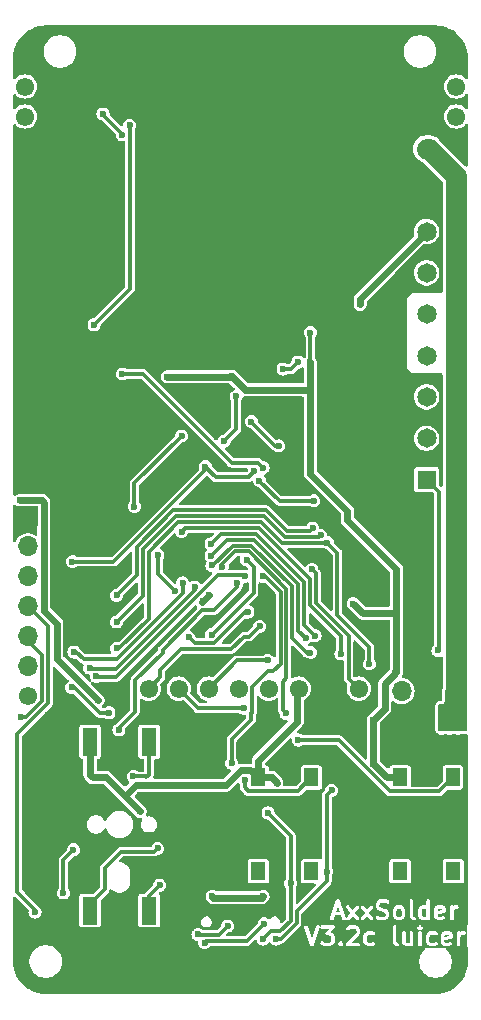
<source format=gbr>
%TF.GenerationSoftware,KiCad,Pcbnew,8.0.6*%
%TF.CreationDate,2024-11-14T19:13:27+01:00*%
%TF.ProjectId,AxxSolder,41787853-6f6c-4646-9572-2e6b69636164,rev?*%
%TF.SameCoordinates,Original*%
%TF.FileFunction,Copper,L1,Top*%
%TF.FilePolarity,Positive*%
%FSLAX46Y46*%
G04 Gerber Fmt 4.6, Leading zero omitted, Abs format (unit mm)*
G04 Created by KiCad (PCBNEW 8.0.6) date 2024-11-14 19:13:27*
%MOMM*%
%LPD*%
G01*
G04 APERTURE LIST*
%ADD10C,0.300000*%
%TA.AperFunction,ComponentPad*%
%ADD11C,1.550000*%
%TD*%
%TA.AperFunction,SMDPad,CuDef*%
%ADD12R,1.300000X1.550000*%
%TD*%
%TA.AperFunction,SMDPad,CuDef*%
%ADD13R,1.300000X2.400000*%
%TD*%
%TA.AperFunction,SMDPad,CuDef*%
%ADD14R,3.750000X4.000000*%
%TD*%
%TA.AperFunction,SMDPad,CuDef*%
%ADD15R,2.500000X3.200000*%
%TD*%
%TA.AperFunction,SMDPad,CuDef*%
%ADD16R,2.500000X2.700000*%
%TD*%
%TA.AperFunction,ComponentPad*%
%ADD17R,1.650000X1.650000*%
%TD*%
%TA.AperFunction,ComponentPad*%
%ADD18C,1.650000*%
%TD*%
%TA.AperFunction,ComponentPad*%
%ADD19R,1.700000X1.700000*%
%TD*%
%TA.AperFunction,ComponentPad*%
%ADD20O,1.700000X1.700000*%
%TD*%
%TA.AperFunction,ViaPad*%
%ADD21C,0.600000*%
%TD*%
%TA.AperFunction,Conductor*%
%ADD22C,0.300000*%
%TD*%
%TA.AperFunction,Conductor*%
%ADD23C,0.600000*%
%TD*%
%TA.AperFunction,Conductor*%
%ADD24C,1.800000*%
%TD*%
G04 APERTURE END LIST*
D10*
G36*
X194079943Y-142573035D02*
G01*
X194116947Y-142610039D01*
X194161653Y-142699451D01*
X194161653Y-143057204D01*
X194116946Y-143146617D01*
X194079941Y-143183622D01*
X193990529Y-143228328D01*
X193847063Y-143228328D01*
X193757649Y-143183621D01*
X193720644Y-143146616D01*
X193675939Y-143057204D01*
X193675939Y-142699451D01*
X193720644Y-142610040D01*
X193757649Y-142573035D01*
X193847063Y-142528328D01*
X193990529Y-142528328D01*
X194079943Y-142573035D01*
G37*
G36*
X196233082Y-142542462D02*
G01*
X196233082Y-143214194D01*
X196204815Y-143228328D01*
X195989920Y-143228328D01*
X195900506Y-143183621D01*
X195863501Y-143146616D01*
X195818796Y-143057204D01*
X195818796Y-142699451D01*
X195863501Y-142610040D01*
X195900506Y-142573035D01*
X195989920Y-142528328D01*
X196204814Y-142528328D01*
X196233082Y-142542462D01*
G37*
G36*
X197556993Y-142561560D02*
G01*
X197583168Y-142613911D01*
X197175939Y-142695357D01*
X197175939Y-142628023D01*
X197209170Y-142561560D01*
X197275635Y-142528328D01*
X197490529Y-142528328D01*
X197556993Y-142561560D01*
G37*
G36*
X188889255Y-142799757D02*
G01*
X188591196Y-142799757D01*
X188740225Y-142352669D01*
X188889255Y-142799757D01*
G37*
G36*
X199125438Y-143694995D02*
G01*
X187924736Y-143694995D01*
X187924736Y-143359567D01*
X188091403Y-143359567D01*
X188095552Y-143417948D01*
X188121726Y-143470295D01*
X188165940Y-143508642D01*
X188221464Y-143527150D01*
X188279845Y-143523001D01*
X188332192Y-143496827D01*
X188370539Y-143452613D01*
X188382527Y-143425762D01*
X188491196Y-143099757D01*
X188989255Y-143099757D01*
X189097923Y-143425762D01*
X189109911Y-143452613D01*
X189148258Y-143496828D01*
X189200606Y-143523001D01*
X189258986Y-143527151D01*
X189314510Y-143508642D01*
X189358724Y-143470295D01*
X189384898Y-143417948D01*
X189389048Y-143359568D01*
X189382528Y-143330894D01*
X189068847Y-142389854D01*
X189447811Y-142389854D01*
X189463606Y-142446210D01*
X189479419Y-142471001D01*
X189799461Y-142878328D01*
X189479419Y-143285655D01*
X189463606Y-143310446D01*
X189447811Y-143366802D01*
X189454784Y-143424911D01*
X189483463Y-143475930D01*
X189529485Y-143512089D01*
X189585841Y-143527884D01*
X189643950Y-143520911D01*
X189694969Y-143492232D01*
X189715315Y-143471001D01*
X189990224Y-143121116D01*
X190265134Y-143471001D01*
X190285480Y-143492232D01*
X190336499Y-143520911D01*
X190394608Y-143527884D01*
X190450964Y-143512089D01*
X190496986Y-143475930D01*
X190525665Y-143424911D01*
X190532638Y-143366802D01*
X190516843Y-143310446D01*
X190501030Y-143285655D01*
X190180987Y-142878328D01*
X190501030Y-142471001D01*
X190516843Y-142446210D01*
X190532638Y-142389854D01*
X190662097Y-142389854D01*
X190677892Y-142446210D01*
X190693705Y-142471001D01*
X191013747Y-142878328D01*
X190693705Y-143285655D01*
X190677892Y-143310446D01*
X190662097Y-143366802D01*
X190669070Y-143424911D01*
X190697749Y-143475930D01*
X190743771Y-143512089D01*
X190800127Y-143527884D01*
X190858236Y-143520911D01*
X190909255Y-143492232D01*
X190929601Y-143471001D01*
X191204510Y-143121116D01*
X191479420Y-143471001D01*
X191499766Y-143492232D01*
X191550785Y-143520911D01*
X191608894Y-143527884D01*
X191665250Y-143512089D01*
X191711272Y-143475930D01*
X191739951Y-143424911D01*
X191746924Y-143366802D01*
X191731129Y-143310446D01*
X191715316Y-143285655D01*
X191395273Y-142878328D01*
X191715316Y-142471001D01*
X191731129Y-142446210D01*
X191746924Y-142389854D01*
X191739951Y-142331745D01*
X191711272Y-142280726D01*
X191665250Y-142244567D01*
X191608894Y-142228772D01*
X191550785Y-142235745D01*
X191499766Y-142264424D01*
X191479420Y-142285655D01*
X191204510Y-142635539D01*
X190929601Y-142285655D01*
X190909255Y-142264424D01*
X190858236Y-142235745D01*
X190800127Y-142228772D01*
X190743771Y-142244567D01*
X190697749Y-142280726D01*
X190669070Y-142331745D01*
X190662097Y-142389854D01*
X190532638Y-142389854D01*
X190525665Y-142331745D01*
X190496986Y-142280726D01*
X190450964Y-142244567D01*
X190394608Y-142228772D01*
X190336499Y-142235745D01*
X190285480Y-142264424D01*
X190265134Y-142285655D01*
X189990224Y-142635539D01*
X189715315Y-142285655D01*
X189694969Y-142264424D01*
X189643950Y-142235745D01*
X189585841Y-142228772D01*
X189529485Y-142244567D01*
X189483463Y-142280726D01*
X189454784Y-142331745D01*
X189447811Y-142389854D01*
X189068847Y-142389854D01*
X188993576Y-142164042D01*
X191947368Y-142164042D01*
X191947368Y-142306900D01*
X191950250Y-142336164D01*
X191952312Y-142341142D01*
X191952694Y-142346518D01*
X191963204Y-142373982D01*
X192034632Y-142516839D01*
X192042560Y-142529434D01*
X192044076Y-142533093D01*
X192047455Y-142537210D01*
X192050297Y-142541725D01*
X192053291Y-142544321D01*
X192062731Y-142555824D01*
X192134160Y-142627252D01*
X192145660Y-142636690D01*
X192148257Y-142639684D01*
X192152769Y-142642524D01*
X192156890Y-142645906D01*
X192160549Y-142647421D01*
X192173143Y-142655349D01*
X192315999Y-142726778D01*
X192318141Y-142727597D01*
X192319011Y-142728242D01*
X192331282Y-142732626D01*
X192343463Y-142737287D01*
X192344543Y-142737363D01*
X192346702Y-142738135D01*
X192616440Y-142805569D01*
X192722799Y-142858748D01*
X192759803Y-142895753D01*
X192804511Y-142985167D01*
X192804511Y-143057203D01*
X192759803Y-143146617D01*
X192722800Y-143183621D01*
X192633387Y-143228328D01*
X192335997Y-143228328D01*
X192144802Y-143164597D01*
X192116128Y-143158077D01*
X192057748Y-143162227D01*
X192005401Y-143188401D01*
X191967053Y-143232615D01*
X191948545Y-143288140D01*
X191952695Y-143346520D01*
X191978869Y-143398867D01*
X192023083Y-143437215D01*
X192049934Y-143449203D01*
X192264220Y-143520631D01*
X192278732Y-143523930D01*
X192282390Y-143525446D01*
X192287692Y-143525968D01*
X192292894Y-143527151D01*
X192296848Y-143526869D01*
X192311654Y-143528328D01*
X192668796Y-143528328D01*
X192698060Y-143525446D01*
X192703038Y-143523383D01*
X192708414Y-143523002D01*
X192735877Y-143512492D01*
X192878736Y-143441064D01*
X192891330Y-143433135D01*
X192894990Y-143431620D01*
X192899110Y-143428238D01*
X192903621Y-143425399D01*
X192906215Y-143422407D01*
X192917721Y-143412965D01*
X192989149Y-143341536D01*
X192998587Y-143330035D01*
X193001581Y-143327439D01*
X193004421Y-143322926D01*
X193007803Y-143318806D01*
X193009318Y-143315146D01*
X193017246Y-143302553D01*
X193088675Y-143159697D01*
X193099184Y-143132233D01*
X193099565Y-143126858D01*
X193101629Y-143121878D01*
X193104511Y-143092614D01*
X193104511Y-142949757D01*
X193101629Y-142920493D01*
X193099565Y-142915512D01*
X193099184Y-142910138D01*
X193088675Y-142882674D01*
X193017246Y-142739818D01*
X193009318Y-142727224D01*
X193007803Y-142723565D01*
X193004421Y-142719444D01*
X193001581Y-142714932D01*
X192998587Y-142712335D01*
X192989149Y-142700835D01*
X192952357Y-142664042D01*
X193375939Y-142664042D01*
X193375939Y-143092614D01*
X193378821Y-143121878D01*
X193380883Y-143126856D01*
X193381265Y-143132232D01*
X193391775Y-143159696D01*
X193463203Y-143302553D01*
X193471130Y-143315146D01*
X193472646Y-143318806D01*
X193476027Y-143322925D01*
X193478868Y-143327439D01*
X193481861Y-143330035D01*
X193491301Y-143341537D01*
X193562730Y-143412966D01*
X193574234Y-143422407D01*
X193576829Y-143425399D01*
X193581338Y-143428237D01*
X193585461Y-143431621D01*
X193589122Y-143433137D01*
X193601714Y-143441064D01*
X193744572Y-143512492D01*
X193772035Y-143523002D01*
X193777410Y-143523383D01*
X193782389Y-143525446D01*
X193811653Y-143528328D01*
X194025939Y-143528328D01*
X194055203Y-143525446D01*
X194060181Y-143523383D01*
X194065557Y-143523002D01*
X194093021Y-143512492D01*
X194235878Y-143441064D01*
X194248471Y-143433136D01*
X194252131Y-143431621D01*
X194256250Y-143428239D01*
X194260764Y-143425399D01*
X194263360Y-143422405D01*
X194274862Y-143412966D01*
X194346291Y-143341537D01*
X194355732Y-143330032D01*
X194358724Y-143327438D01*
X194361562Y-143322928D01*
X194364946Y-143318806D01*
X194366462Y-143315144D01*
X194374389Y-143302553D01*
X194445817Y-143159695D01*
X194456327Y-143132232D01*
X194456708Y-143126856D01*
X194458771Y-143121878D01*
X194461653Y-143092614D01*
X194461653Y-142664042D01*
X194458771Y-142634778D01*
X194456708Y-142629799D01*
X194456327Y-142624424D01*
X194445817Y-142596961D01*
X194374389Y-142454103D01*
X194366460Y-142441508D01*
X194364945Y-142437849D01*
X194361563Y-142433728D01*
X194358724Y-142429218D01*
X194355732Y-142426623D01*
X194346290Y-142415118D01*
X194274861Y-142343690D01*
X194263361Y-142334252D01*
X194260764Y-142331258D01*
X194256247Y-142328415D01*
X194252130Y-142325036D01*
X194248473Y-142323521D01*
X194235878Y-142315593D01*
X194093021Y-142244164D01*
X194065558Y-142233655D01*
X194060183Y-142233273D01*
X194055203Y-142231210D01*
X194025939Y-142228328D01*
X193811653Y-142228328D01*
X193782389Y-142231210D01*
X193777408Y-142233273D01*
X193772034Y-142233655D01*
X193744570Y-142244164D01*
X193601714Y-142315593D01*
X193589120Y-142323520D01*
X193585461Y-142325036D01*
X193581340Y-142328417D01*
X193576828Y-142331258D01*
X193574231Y-142334251D01*
X193562731Y-142343690D01*
X193491302Y-142415118D01*
X193481862Y-142426620D01*
X193478868Y-142429217D01*
X193476026Y-142433731D01*
X193472647Y-142437849D01*
X193471131Y-142441507D01*
X193463203Y-142454103D01*
X193391775Y-142596960D01*
X193381265Y-142624424D01*
X193380883Y-142629799D01*
X193378821Y-142634778D01*
X193375939Y-142664042D01*
X192952357Y-142664042D01*
X192917721Y-142629406D01*
X192906218Y-142619966D01*
X192903622Y-142616972D01*
X192899107Y-142614130D01*
X192894990Y-142610751D01*
X192891331Y-142609235D01*
X192878736Y-142601307D01*
X192735878Y-142529878D01*
X192733737Y-142529058D01*
X192732867Y-142528414D01*
X192720611Y-142524035D01*
X192708415Y-142519368D01*
X192707331Y-142519291D01*
X192705176Y-142518521D01*
X192435438Y-142451086D01*
X192329078Y-142397906D01*
X192292073Y-142360901D01*
X192247368Y-142271490D01*
X192247368Y-142199451D01*
X192292073Y-142110040D01*
X192329078Y-142073035D01*
X192418492Y-142028328D01*
X192715885Y-142028328D01*
X192907076Y-142092059D01*
X192935750Y-142098579D01*
X192994130Y-142094430D01*
X193046477Y-142068256D01*
X193084825Y-142024042D01*
X193103333Y-141968518D01*
X193099184Y-141910138D01*
X193083279Y-141878328D01*
X194804510Y-141878328D01*
X194804510Y-143164042D01*
X194807392Y-143193306D01*
X194809453Y-143198283D01*
X194809836Y-143203661D01*
X194820346Y-143231124D01*
X194891775Y-143373982D01*
X194894855Y-143378876D01*
X194895625Y-143381184D01*
X194898117Y-143384057D01*
X194907440Y-143398868D01*
X194921651Y-143411192D01*
X194933972Y-143425399D01*
X194948779Y-143434720D01*
X194951655Y-143437214D01*
X194953963Y-143437983D01*
X194958857Y-143441064D01*
X195101715Y-143512492D01*
X195129178Y-143523002D01*
X195187558Y-143527150D01*
X195243081Y-143508642D01*
X195287296Y-143470295D01*
X195313470Y-143417946D01*
X195317618Y-143359566D01*
X195299110Y-143304044D01*
X195260764Y-143259829D01*
X195235878Y-143244164D01*
X195137742Y-143195096D01*
X195104510Y-143128632D01*
X195104510Y-142664042D01*
X195518796Y-142664042D01*
X195518796Y-143092614D01*
X195521678Y-143121878D01*
X195523740Y-143126856D01*
X195524122Y-143132232D01*
X195534632Y-143159696D01*
X195606060Y-143302553D01*
X195613987Y-143315146D01*
X195615503Y-143318806D01*
X195618884Y-143322925D01*
X195621725Y-143327439D01*
X195624718Y-143330035D01*
X195634158Y-143341537D01*
X195705587Y-143412966D01*
X195717091Y-143422407D01*
X195719686Y-143425399D01*
X195724195Y-143428237D01*
X195728318Y-143431621D01*
X195731979Y-143433137D01*
X195744571Y-143441064D01*
X195887429Y-143512492D01*
X195914892Y-143523002D01*
X195920267Y-143523383D01*
X195925246Y-143525446D01*
X195954510Y-143528328D01*
X196240224Y-143528328D01*
X196269488Y-143525446D01*
X196274466Y-143523383D01*
X196279842Y-143523002D01*
X196307305Y-143512492D01*
X196314210Y-143509039D01*
X196353818Y-143525446D01*
X196412346Y-143525446D01*
X196466418Y-143503048D01*
X196507802Y-143461664D01*
X196530200Y-143407592D01*
X196533082Y-143378328D01*
X196533082Y-142592614D01*
X196875939Y-142592614D01*
X196875939Y-143164042D01*
X196878821Y-143193306D01*
X196880883Y-143198284D01*
X196881265Y-143203660D01*
X196891775Y-143231123D01*
X196963203Y-143373982D01*
X196966282Y-143378874D01*
X196967053Y-143381185D01*
X196969548Y-143384062D01*
X196978868Y-143398867D01*
X196993074Y-143411188D01*
X197005400Y-143425400D01*
X197020204Y-143434718D01*
X197023082Y-143437214D01*
X197025393Y-143437984D01*
X197030286Y-143441064D01*
X197173144Y-143512493D01*
X197200607Y-143523002D01*
X197205982Y-143523383D01*
X197210961Y-143525446D01*
X197240225Y-143528328D01*
X197525939Y-143528328D01*
X197555203Y-143525446D01*
X197560181Y-143523383D01*
X197565557Y-143523002D01*
X197593021Y-143512492D01*
X197735878Y-143441064D01*
X197760764Y-143425399D01*
X197799110Y-143381184D01*
X197817618Y-143325662D01*
X197813470Y-143267282D01*
X197787296Y-143214933D01*
X197743081Y-143176586D01*
X197687558Y-143158078D01*
X197629178Y-143162226D01*
X197601715Y-143172736D01*
X197490529Y-143228328D01*
X197275634Y-143228328D01*
X197209171Y-143195097D01*
X197175939Y-143128633D01*
X197175939Y-143001298D01*
X197769488Y-142882589D01*
X197769489Y-142882589D01*
X197769489Y-142882588D01*
X197769643Y-142882558D01*
X197797773Y-142873993D01*
X197809984Y-142865814D01*
X197823561Y-142860191D01*
X197834062Y-142849689D01*
X197846403Y-142841425D01*
X197854555Y-142829197D01*
X197864945Y-142818807D01*
X197870627Y-142805087D01*
X197878867Y-142792729D01*
X197881719Y-142778311D01*
X197887343Y-142764735D01*
X197890225Y-142735471D01*
X197890225Y-142735319D01*
X197890226Y-142735314D01*
X197890225Y-142735309D01*
X197890225Y-142592614D01*
X197887343Y-142563350D01*
X197885279Y-142558369D01*
X197884898Y-142552995D01*
X197874389Y-142525531D01*
X197802960Y-142382675D01*
X197800224Y-142378328D01*
X198233081Y-142378328D01*
X198233081Y-143378328D01*
X198235963Y-143407592D01*
X198258361Y-143461664D01*
X198299745Y-143503048D01*
X198353817Y-143525446D01*
X198412345Y-143525446D01*
X198466417Y-143503048D01*
X198507801Y-143461664D01*
X198530199Y-143407592D01*
X198533081Y-143378328D01*
X198533081Y-142699452D01*
X198577788Y-142610038D01*
X198614792Y-142573035D01*
X198704206Y-142528328D01*
X198811653Y-142528328D01*
X198840917Y-142525446D01*
X198894989Y-142503048D01*
X198936373Y-142461664D01*
X198958771Y-142407592D01*
X198958771Y-142349064D01*
X198936373Y-142294992D01*
X198894989Y-142253608D01*
X198840917Y-142231210D01*
X198811653Y-142228328D01*
X198668796Y-142228328D01*
X198639532Y-142231210D01*
X198634551Y-142233273D01*
X198629177Y-142233655D01*
X198601713Y-142244164D01*
X198505220Y-142292411D01*
X198466417Y-142253608D01*
X198412345Y-142231210D01*
X198353817Y-142231210D01*
X198299745Y-142253608D01*
X198258361Y-142294992D01*
X198235963Y-142349064D01*
X198233081Y-142378328D01*
X197800224Y-142378328D01*
X197799879Y-142377780D01*
X197799110Y-142375473D01*
X197796617Y-142372598D01*
X197787295Y-142357789D01*
X197773085Y-142345465D01*
X197760764Y-142331258D01*
X197745958Y-142321938D01*
X197743080Y-142319442D01*
X197740768Y-142318671D01*
X197735878Y-142315593D01*
X197593021Y-142244164D01*
X197565558Y-142233655D01*
X197560183Y-142233273D01*
X197555203Y-142231210D01*
X197525939Y-142228328D01*
X197240225Y-142228328D01*
X197210961Y-142231210D01*
X197205983Y-142233271D01*
X197200606Y-142233654D01*
X197173143Y-142244164D01*
X197030285Y-142315593D01*
X197025390Y-142318673D01*
X197023083Y-142319443D01*
X197020208Y-142321935D01*
X197005399Y-142331258D01*
X196993076Y-142345466D01*
X196978868Y-142357789D01*
X196969545Y-142372598D01*
X196967053Y-142375473D01*
X196966283Y-142377780D01*
X196963203Y-142382675D01*
X196891775Y-142525532D01*
X196881265Y-142552996D01*
X196880883Y-142558371D01*
X196878821Y-142563350D01*
X196875939Y-142592614D01*
X196533082Y-142592614D01*
X196533082Y-141878328D01*
X196530200Y-141849064D01*
X196507802Y-141794992D01*
X196466418Y-141753608D01*
X196412346Y-141731210D01*
X196353818Y-141731210D01*
X196299746Y-141753608D01*
X196258362Y-141794992D01*
X196235964Y-141849064D01*
X196233082Y-141878328D01*
X196233082Y-142228328D01*
X195954510Y-142228328D01*
X195925246Y-142231210D01*
X195920265Y-142233273D01*
X195914891Y-142233655D01*
X195887427Y-142244164D01*
X195744571Y-142315593D01*
X195731977Y-142323520D01*
X195728318Y-142325036D01*
X195724197Y-142328417D01*
X195719685Y-142331258D01*
X195717088Y-142334251D01*
X195705588Y-142343690D01*
X195634159Y-142415118D01*
X195624719Y-142426620D01*
X195621725Y-142429217D01*
X195618883Y-142433731D01*
X195615504Y-142437849D01*
X195613988Y-142441507D01*
X195606060Y-142454103D01*
X195534632Y-142596960D01*
X195524122Y-142624424D01*
X195523740Y-142629799D01*
X195521678Y-142634778D01*
X195518796Y-142664042D01*
X195104510Y-142664042D01*
X195104510Y-141878328D01*
X195101628Y-141849064D01*
X195079230Y-141794992D01*
X195037846Y-141753608D01*
X194983774Y-141731210D01*
X194925246Y-141731210D01*
X194871174Y-141753608D01*
X194829790Y-141794992D01*
X194807392Y-141849064D01*
X194804510Y-141878328D01*
X193083279Y-141878328D01*
X193073010Y-141857790D01*
X193028796Y-141819443D01*
X193001945Y-141807454D01*
X192787659Y-141736026D01*
X192773151Y-141732727D01*
X192769489Y-141731210D01*
X192764180Y-141730687D01*
X192758986Y-141729506D01*
X192755036Y-141729786D01*
X192740225Y-141728328D01*
X192383082Y-141728328D01*
X192353818Y-141731210D01*
X192348837Y-141733273D01*
X192343463Y-141733655D01*
X192315999Y-141744164D01*
X192173143Y-141815593D01*
X192160549Y-141823520D01*
X192156890Y-141825036D01*
X192152769Y-141828417D01*
X192148257Y-141831258D01*
X192145660Y-141834251D01*
X192134160Y-141843690D01*
X192062731Y-141915118D01*
X192053291Y-141926620D01*
X192050297Y-141929217D01*
X192047455Y-141933731D01*
X192044076Y-141937849D01*
X192042560Y-141941507D01*
X192034632Y-141954103D01*
X191963204Y-142096960D01*
X191952694Y-142124424D01*
X191952312Y-142129799D01*
X191950250Y-142134778D01*
X191947368Y-142164042D01*
X188993576Y-142164042D01*
X188882527Y-141830894D01*
X188870539Y-141804043D01*
X188863516Y-141795946D01*
X188858724Y-141786361D01*
X188844515Y-141774037D01*
X188832192Y-141759829D01*
X188822606Y-141755036D01*
X188814510Y-141748014D01*
X188796666Y-141742065D01*
X188779845Y-141733655D01*
X188769156Y-141732895D01*
X188758986Y-141729505D01*
X188740220Y-141730838D01*
X188721464Y-141729506D01*
X188711296Y-141732895D01*
X188700606Y-141733655D01*
X188683782Y-141742066D01*
X188665940Y-141748014D01*
X188657845Y-141755034D01*
X188648258Y-141759828D01*
X188635932Y-141774039D01*
X188621726Y-141786361D01*
X188616933Y-141795945D01*
X188609911Y-141804043D01*
X188597923Y-141830894D01*
X188097923Y-143330894D01*
X188091403Y-143359567D01*
X187924736Y-143359567D01*
X187924736Y-141561661D01*
X199125438Y-141561661D01*
X199125438Y-143694995D01*
G37*
G36*
X198142706Y-144761560D02*
G01*
X198168881Y-144813911D01*
X197761652Y-144895357D01*
X197761652Y-144828023D01*
X197794883Y-144761560D01*
X197861348Y-144728328D01*
X198076242Y-144728328D01*
X198142706Y-144761560D01*
G37*
G36*
X199711151Y-145894995D02*
G01*
X185724736Y-145894995D01*
X185724736Y-144097089D01*
X185891403Y-144097089D01*
X185897923Y-144125762D01*
X186397923Y-145625762D01*
X186409911Y-145652613D01*
X186416933Y-145660710D01*
X186421726Y-145670295D01*
X186435932Y-145682616D01*
X186448258Y-145696828D01*
X186457845Y-145701621D01*
X186465940Y-145708642D01*
X186483782Y-145714589D01*
X186500606Y-145723001D01*
X186511296Y-145723760D01*
X186521464Y-145727150D01*
X186540220Y-145725817D01*
X186558986Y-145727151D01*
X186569156Y-145723760D01*
X186579845Y-145723001D01*
X186596666Y-145714590D01*
X186614510Y-145708642D01*
X186622606Y-145701619D01*
X186632192Y-145696827D01*
X186644515Y-145682618D01*
X186658724Y-145670295D01*
X186663516Y-145660709D01*
X186670539Y-145652613D01*
X186682527Y-145625762D01*
X187182528Y-144125762D01*
X187189048Y-144097088D01*
X187185634Y-144049064D01*
X187250249Y-144049064D01*
X187250249Y-144107592D01*
X187272647Y-144161664D01*
X187314031Y-144203048D01*
X187368103Y-144225446D01*
X187397367Y-144228328D01*
X187995374Y-144228328D01*
X187713052Y-144550981D01*
X187704008Y-144563631D01*
X187701219Y-144566421D01*
X187700122Y-144569066D01*
X187695951Y-144574903D01*
X187688144Y-144597984D01*
X187678821Y-144620493D01*
X187678821Y-144625552D01*
X187677200Y-144630345D01*
X187678821Y-144654654D01*
X187678821Y-144679021D01*
X187680757Y-144683696D01*
X187681094Y-144688741D01*
X187691892Y-144710576D01*
X187701219Y-144733093D01*
X187704795Y-144736669D01*
X187707038Y-144741204D01*
X187725373Y-144757247D01*
X187742603Y-144774477D01*
X187747277Y-144776413D01*
X187751085Y-144779745D01*
X187774166Y-144787551D01*
X187796675Y-144796875D01*
X187803812Y-144797577D01*
X187806527Y-144798496D01*
X187810466Y-144798233D01*
X187825939Y-144799757D01*
X188004815Y-144799757D01*
X188094228Y-144844463D01*
X188131231Y-144881467D01*
X188175939Y-144970881D01*
X188175939Y-145257203D01*
X188131231Y-145346617D01*
X188094228Y-145383621D01*
X188004815Y-145428328D01*
X187647063Y-145428328D01*
X187557649Y-145383621D01*
X187503433Y-145329405D01*
X187480702Y-145310750D01*
X187426630Y-145288353D01*
X187368104Y-145288353D01*
X187314032Y-145310750D01*
X187272646Y-145352136D01*
X187250249Y-145406208D01*
X187250249Y-145464734D01*
X187272646Y-145518806D01*
X187291301Y-145541537D01*
X187362730Y-145612966D01*
X187374234Y-145622407D01*
X187376829Y-145625399D01*
X187381338Y-145628237D01*
X187385461Y-145631621D01*
X187389122Y-145633137D01*
X187401714Y-145641064D01*
X187544572Y-145712492D01*
X187572035Y-145723002D01*
X187577410Y-145723383D01*
X187582389Y-145725446D01*
X187611653Y-145728328D01*
X188040224Y-145728328D01*
X188069488Y-145725446D01*
X188074466Y-145723383D01*
X188079842Y-145723002D01*
X188107305Y-145712492D01*
X188250164Y-145641064D01*
X188262758Y-145633135D01*
X188266418Y-145631620D01*
X188270538Y-145628238D01*
X188275049Y-145625399D01*
X188277643Y-145622407D01*
X188289149Y-145612965D01*
X188360577Y-145541536D01*
X188370015Y-145530035D01*
X188373009Y-145527439D01*
X188375849Y-145522926D01*
X188379231Y-145518806D01*
X188380746Y-145515146D01*
X188388674Y-145502553D01*
X188401132Y-145477638D01*
X188750249Y-145477638D01*
X188750249Y-145536164D01*
X188752475Y-145541537D01*
X188772646Y-145590235D01*
X188791301Y-145612966D01*
X188862729Y-145684394D01*
X188885459Y-145703049D01*
X188907856Y-145712325D01*
X188939531Y-145725446D01*
X188998059Y-145725446D01*
X189038626Y-145708642D01*
X189052130Y-145703049D01*
X189052134Y-145703044D01*
X189074860Y-145684395D01*
X189146289Y-145612967D01*
X189164944Y-145590236D01*
X189164945Y-145590235D01*
X189181998Y-145549064D01*
X189393106Y-145549064D01*
X189393106Y-145607592D01*
X189402383Y-145629989D01*
X189415503Y-145661663D01*
X189456889Y-145703049D01*
X189488563Y-145716168D01*
X189510960Y-145725446D01*
X189540224Y-145728328D01*
X190468796Y-145728328D01*
X190498060Y-145725446D01*
X190552132Y-145703048D01*
X190593516Y-145661664D01*
X190615914Y-145607592D01*
X190615914Y-145549064D01*
X190593516Y-145494992D01*
X190552132Y-145453608D01*
X190498060Y-145431210D01*
X190468796Y-145428328D01*
X189902356Y-145428328D01*
X190466642Y-144864042D01*
X190890224Y-144864042D01*
X190890224Y-145292614D01*
X190893106Y-145321878D01*
X190895168Y-145326856D01*
X190895550Y-145332232D01*
X190906060Y-145359696D01*
X190977488Y-145502553D01*
X190985415Y-145515146D01*
X190986931Y-145518806D01*
X190990312Y-145522925D01*
X190993153Y-145527439D01*
X190996146Y-145530035D01*
X191005586Y-145541537D01*
X191077015Y-145612966D01*
X191088519Y-145622407D01*
X191091114Y-145625399D01*
X191095623Y-145628237D01*
X191099746Y-145631621D01*
X191103407Y-145633137D01*
X191115999Y-145641064D01*
X191258857Y-145712492D01*
X191286320Y-145723002D01*
X191291695Y-145723383D01*
X191296674Y-145725446D01*
X191325938Y-145728328D01*
X191611652Y-145728328D01*
X191640916Y-145725446D01*
X191645894Y-145723383D01*
X191651270Y-145723002D01*
X191678733Y-145712492D01*
X191821592Y-145641064D01*
X191846477Y-145625399D01*
X191884824Y-145581185D01*
X191903332Y-145525662D01*
X191899184Y-145467282D01*
X191873010Y-145414933D01*
X191828795Y-145376586D01*
X191773273Y-145358078D01*
X191714892Y-145362226D01*
X191687429Y-145372735D01*
X191576243Y-145428328D01*
X191361348Y-145428328D01*
X191271934Y-145383621D01*
X191234929Y-145346616D01*
X191190224Y-145257204D01*
X191190224Y-144899451D01*
X191234929Y-144810040D01*
X191271934Y-144773035D01*
X191361348Y-144728328D01*
X191576242Y-144728328D01*
X191687428Y-144783921D01*
X191714891Y-144794431D01*
X191773271Y-144798579D01*
X191828794Y-144780071D01*
X191873009Y-144741725D01*
X191899184Y-144689376D01*
X191903332Y-144630995D01*
X191884824Y-144575473D01*
X191846478Y-144531258D01*
X191821592Y-144515593D01*
X191678734Y-144444164D01*
X191651271Y-144433654D01*
X191645893Y-144433271D01*
X191640916Y-144431210D01*
X191611652Y-144428328D01*
X191325938Y-144428328D01*
X191296674Y-144431210D01*
X191291693Y-144433273D01*
X191286319Y-144433655D01*
X191258855Y-144444164D01*
X191115999Y-144515593D01*
X191103405Y-144523520D01*
X191099746Y-144525036D01*
X191095625Y-144528417D01*
X191091113Y-144531258D01*
X191088516Y-144534251D01*
X191077016Y-144543690D01*
X191005587Y-144615118D01*
X190996147Y-144626620D01*
X190993153Y-144629217D01*
X190990311Y-144633731D01*
X190986932Y-144637849D01*
X190985416Y-144641507D01*
X190977488Y-144654103D01*
X190906060Y-144796960D01*
X190895550Y-144824424D01*
X190895168Y-144829799D01*
X190893106Y-144834778D01*
X190890224Y-144864042D01*
X190466642Y-144864042D01*
X190503433Y-144827251D01*
X190522088Y-144804521D01*
X190524151Y-144799539D01*
X190527681Y-144795470D01*
X190539669Y-144768620D01*
X190611098Y-144554335D01*
X190614397Y-144539825D01*
X190615914Y-144536164D01*
X190616436Y-144530855D01*
X190617618Y-144525661D01*
X190617337Y-144521711D01*
X190618796Y-144506900D01*
X190618796Y-144364042D01*
X190615914Y-144334778D01*
X190613850Y-144329797D01*
X190613469Y-144324423D01*
X190602960Y-144296959D01*
X190531531Y-144154103D01*
X190523604Y-144141511D01*
X190522088Y-144137849D01*
X190518704Y-144133726D01*
X190515866Y-144129217D01*
X190512873Y-144126621D01*
X190503433Y-144115119D01*
X190466642Y-144078328D01*
X193390223Y-144078328D01*
X193390223Y-145364042D01*
X193393105Y-145393306D01*
X193395166Y-145398283D01*
X193395549Y-145403661D01*
X193406059Y-145431124D01*
X193477488Y-145573982D01*
X193480568Y-145578876D01*
X193481338Y-145581184D01*
X193483830Y-145584057D01*
X193493153Y-145598868D01*
X193507364Y-145611192D01*
X193519685Y-145625399D01*
X193534492Y-145634720D01*
X193537368Y-145637214D01*
X193539676Y-145637983D01*
X193544570Y-145641064D01*
X193687428Y-145712492D01*
X193714891Y-145723002D01*
X193773271Y-145727150D01*
X193828794Y-145708642D01*
X193873009Y-145670295D01*
X193899183Y-145617946D01*
X193903331Y-145559566D01*
X193884823Y-145504044D01*
X193846477Y-145459829D01*
X193821591Y-145444164D01*
X193723455Y-145395096D01*
X193690223Y-145328632D01*
X193690223Y-144578328D01*
X194175937Y-144578328D01*
X194175937Y-145364042D01*
X194178819Y-145393306D01*
X194180880Y-145398283D01*
X194181263Y-145403661D01*
X194191773Y-145431124D01*
X194263202Y-145573982D01*
X194266282Y-145578876D01*
X194267052Y-145581184D01*
X194269544Y-145584057D01*
X194278867Y-145598868D01*
X194293078Y-145611192D01*
X194305399Y-145625399D01*
X194320206Y-145634720D01*
X194323082Y-145637214D01*
X194325390Y-145637983D01*
X194330284Y-145641064D01*
X194473142Y-145712492D01*
X194500605Y-145723002D01*
X194505980Y-145723383D01*
X194510959Y-145725446D01*
X194540223Y-145728328D01*
X194754509Y-145728328D01*
X194783773Y-145725446D01*
X194788751Y-145723383D01*
X194794127Y-145723002D01*
X194821591Y-145712492D01*
X194870465Y-145688054D01*
X194885459Y-145703048D01*
X194939531Y-145725446D01*
X194998059Y-145725446D01*
X195052131Y-145703048D01*
X195093515Y-145661664D01*
X195115913Y-145607592D01*
X195118795Y-145578328D01*
X195118795Y-144578328D01*
X195533080Y-144578328D01*
X195533080Y-145578328D01*
X195535962Y-145607592D01*
X195558360Y-145661664D01*
X195599744Y-145703048D01*
X195653816Y-145725446D01*
X195712344Y-145725446D01*
X195766416Y-145703048D01*
X195807800Y-145661664D01*
X195830198Y-145607592D01*
X195833080Y-145578328D01*
X195833080Y-144864042D01*
X196175938Y-144864042D01*
X196175938Y-145292614D01*
X196178820Y-145321878D01*
X196180882Y-145326856D01*
X196181264Y-145332232D01*
X196191774Y-145359696D01*
X196263202Y-145502553D01*
X196271129Y-145515146D01*
X196272645Y-145518806D01*
X196276026Y-145522925D01*
X196278867Y-145527439D01*
X196281860Y-145530035D01*
X196291300Y-145541537D01*
X196362729Y-145612966D01*
X196374233Y-145622407D01*
X196376828Y-145625399D01*
X196381337Y-145628237D01*
X196385460Y-145631621D01*
X196389121Y-145633137D01*
X196401713Y-145641064D01*
X196544571Y-145712492D01*
X196572034Y-145723002D01*
X196577409Y-145723383D01*
X196582388Y-145725446D01*
X196611652Y-145728328D01*
X196897366Y-145728328D01*
X196926630Y-145725446D01*
X196931608Y-145723383D01*
X196936984Y-145723002D01*
X196964447Y-145712492D01*
X197107306Y-145641064D01*
X197132191Y-145625399D01*
X197170538Y-145581185D01*
X197189046Y-145525662D01*
X197184898Y-145467282D01*
X197158724Y-145414933D01*
X197114509Y-145376586D01*
X197058987Y-145358078D01*
X197000606Y-145362226D01*
X196973143Y-145372735D01*
X196861957Y-145428328D01*
X196647062Y-145428328D01*
X196557648Y-145383621D01*
X196520643Y-145346616D01*
X196475938Y-145257204D01*
X196475938Y-144899451D01*
X196520643Y-144810040D01*
X196557648Y-144773035D01*
X196647062Y-144728328D01*
X196861956Y-144728328D01*
X196973142Y-144783921D01*
X197000605Y-144794431D01*
X197058985Y-144798579D01*
X197076880Y-144792614D01*
X197461652Y-144792614D01*
X197461652Y-145364042D01*
X197464534Y-145393306D01*
X197466596Y-145398284D01*
X197466978Y-145403660D01*
X197477488Y-145431123D01*
X197548916Y-145573982D01*
X197551995Y-145578874D01*
X197552766Y-145581185D01*
X197555261Y-145584062D01*
X197564581Y-145598867D01*
X197578787Y-145611188D01*
X197591113Y-145625400D01*
X197605917Y-145634718D01*
X197608795Y-145637214D01*
X197611106Y-145637984D01*
X197615999Y-145641064D01*
X197758857Y-145712493D01*
X197786320Y-145723002D01*
X197791695Y-145723383D01*
X197796674Y-145725446D01*
X197825938Y-145728328D01*
X198111652Y-145728328D01*
X198140916Y-145725446D01*
X198145894Y-145723383D01*
X198151270Y-145723002D01*
X198178734Y-145712492D01*
X198321591Y-145641064D01*
X198346477Y-145625399D01*
X198384823Y-145581184D01*
X198403331Y-145525662D01*
X198399183Y-145467282D01*
X198373009Y-145414933D01*
X198328794Y-145376586D01*
X198273271Y-145358078D01*
X198214891Y-145362226D01*
X198187428Y-145372736D01*
X198076242Y-145428328D01*
X197861347Y-145428328D01*
X197794884Y-145395097D01*
X197761652Y-145328633D01*
X197761652Y-145201298D01*
X198355201Y-145082589D01*
X198355202Y-145082589D01*
X198355202Y-145082588D01*
X198355356Y-145082558D01*
X198383486Y-145073993D01*
X198395697Y-145065814D01*
X198409274Y-145060191D01*
X198419775Y-145049689D01*
X198432116Y-145041425D01*
X198440268Y-145029197D01*
X198450658Y-145018807D01*
X198456340Y-145005087D01*
X198464580Y-144992729D01*
X198467432Y-144978311D01*
X198473056Y-144964735D01*
X198475938Y-144935471D01*
X198475938Y-144935319D01*
X198475939Y-144935314D01*
X198475938Y-144935309D01*
X198475938Y-144792614D01*
X198473056Y-144763350D01*
X198470992Y-144758369D01*
X198470611Y-144752995D01*
X198460102Y-144725531D01*
X198388673Y-144582675D01*
X198385937Y-144578328D01*
X198818794Y-144578328D01*
X198818794Y-145578328D01*
X198821676Y-145607592D01*
X198844074Y-145661664D01*
X198885458Y-145703048D01*
X198939530Y-145725446D01*
X198998058Y-145725446D01*
X199052130Y-145703048D01*
X199093514Y-145661664D01*
X199115912Y-145607592D01*
X199118794Y-145578328D01*
X199118794Y-144899452D01*
X199163501Y-144810038D01*
X199200505Y-144773035D01*
X199289919Y-144728328D01*
X199397366Y-144728328D01*
X199426630Y-144725446D01*
X199480702Y-144703048D01*
X199522086Y-144661664D01*
X199544484Y-144607592D01*
X199544484Y-144549064D01*
X199522086Y-144494992D01*
X199480702Y-144453608D01*
X199426630Y-144431210D01*
X199397366Y-144428328D01*
X199254509Y-144428328D01*
X199225245Y-144431210D01*
X199220264Y-144433273D01*
X199214890Y-144433655D01*
X199187426Y-144444164D01*
X199090933Y-144492411D01*
X199052130Y-144453608D01*
X198998058Y-144431210D01*
X198939530Y-144431210D01*
X198885458Y-144453608D01*
X198844074Y-144494992D01*
X198821676Y-144549064D01*
X198818794Y-144578328D01*
X198385937Y-144578328D01*
X198385592Y-144577780D01*
X198384823Y-144575473D01*
X198382330Y-144572598D01*
X198373008Y-144557789D01*
X198358798Y-144545465D01*
X198346477Y-144531258D01*
X198331671Y-144521938D01*
X198328793Y-144519442D01*
X198326481Y-144518671D01*
X198321591Y-144515593D01*
X198178734Y-144444164D01*
X198151271Y-144433655D01*
X198145896Y-144433273D01*
X198140916Y-144431210D01*
X198111652Y-144428328D01*
X197825938Y-144428328D01*
X197796674Y-144431210D01*
X197791696Y-144433271D01*
X197786319Y-144433654D01*
X197758856Y-144444164D01*
X197615998Y-144515593D01*
X197611103Y-144518673D01*
X197608796Y-144519443D01*
X197605921Y-144521935D01*
X197591112Y-144531258D01*
X197578789Y-144545466D01*
X197564581Y-144557789D01*
X197555258Y-144572598D01*
X197552766Y-144575473D01*
X197551996Y-144577780D01*
X197548916Y-144582675D01*
X197477488Y-144725532D01*
X197466978Y-144752996D01*
X197466596Y-144758371D01*
X197464534Y-144763350D01*
X197461652Y-144792614D01*
X197076880Y-144792614D01*
X197114508Y-144780071D01*
X197158723Y-144741725D01*
X197184898Y-144689376D01*
X197189046Y-144630995D01*
X197170538Y-144575473D01*
X197132192Y-144531258D01*
X197107306Y-144515593D01*
X196964448Y-144444164D01*
X196936985Y-144433654D01*
X196931607Y-144433271D01*
X196926630Y-144431210D01*
X196897366Y-144428328D01*
X196611652Y-144428328D01*
X196582388Y-144431210D01*
X196577407Y-144433273D01*
X196572033Y-144433655D01*
X196544569Y-144444164D01*
X196401713Y-144515593D01*
X196389119Y-144523520D01*
X196385460Y-144525036D01*
X196381339Y-144528417D01*
X196376827Y-144531258D01*
X196374230Y-144534251D01*
X196362730Y-144543690D01*
X196291301Y-144615118D01*
X196281861Y-144626620D01*
X196278867Y-144629217D01*
X196276025Y-144633731D01*
X196272646Y-144637849D01*
X196271130Y-144641507D01*
X196263202Y-144654103D01*
X196191774Y-144796960D01*
X196181264Y-144824424D01*
X196180882Y-144829799D01*
X196178820Y-144834778D01*
X196175938Y-144864042D01*
X195833080Y-144864042D01*
X195833080Y-144578328D01*
X195830198Y-144549064D01*
X195807800Y-144494992D01*
X195766416Y-144453608D01*
X195712344Y-144431210D01*
X195653816Y-144431210D01*
X195599744Y-144453608D01*
X195558360Y-144494992D01*
X195535962Y-144549064D01*
X195533080Y-144578328D01*
X195118795Y-144578328D01*
X195115913Y-144549064D01*
X195093515Y-144494992D01*
X195052131Y-144453608D01*
X194998059Y-144431210D01*
X194939531Y-144431210D01*
X194885459Y-144453608D01*
X194844075Y-144494992D01*
X194821677Y-144549064D01*
X194818795Y-144578328D01*
X194818795Y-145373339D01*
X194808511Y-145383622D01*
X194719099Y-145428328D01*
X194575633Y-145428328D01*
X194509169Y-145395096D01*
X194475937Y-145328632D01*
X194475937Y-144578328D01*
X194473055Y-144549064D01*
X194450657Y-144494992D01*
X194409273Y-144453608D01*
X194355201Y-144431210D01*
X194296673Y-144431210D01*
X194242601Y-144453608D01*
X194201217Y-144494992D01*
X194178819Y-144549064D01*
X194175937Y-144578328D01*
X193690223Y-144578328D01*
X193690223Y-144120495D01*
X195464534Y-144120495D01*
X195464534Y-144179021D01*
X195469878Y-144191921D01*
X195486931Y-144233092D01*
X195505586Y-144255823D01*
X195577014Y-144327251D01*
X195599744Y-144345906D01*
X195622141Y-144355182D01*
X195653816Y-144368303D01*
X195712344Y-144368303D01*
X195750578Y-144352465D01*
X195766415Y-144345906D01*
X195766419Y-144345901D01*
X195789145Y-144327252D01*
X195860574Y-144255824D01*
X195879229Y-144233093D01*
X195879230Y-144233092D01*
X195901627Y-144179020D01*
X195901627Y-144120494D01*
X195879230Y-144066422D01*
X195860575Y-144043691D01*
X195789146Y-143972262D01*
X195766415Y-143953607D01*
X195734741Y-143940487D01*
X195712344Y-143931210D01*
X195653816Y-143931210D01*
X195631419Y-143940487D01*
X195599745Y-143953607D01*
X195599744Y-143953608D01*
X195577013Y-143972263D01*
X195505585Y-144043692D01*
X195486935Y-144066417D01*
X195486931Y-144066422D01*
X195466761Y-144115119D01*
X195464534Y-144120495D01*
X193690223Y-144120495D01*
X193690223Y-144078328D01*
X193687341Y-144049064D01*
X193664943Y-143994992D01*
X193623559Y-143953608D01*
X193569487Y-143931210D01*
X193510959Y-143931210D01*
X193456887Y-143953608D01*
X193415503Y-143994992D01*
X193393105Y-144049064D01*
X193390223Y-144078328D01*
X190466642Y-144078328D01*
X190432005Y-144043691D01*
X190420503Y-144034251D01*
X190417907Y-144031258D01*
X190413393Y-144028417D01*
X190409274Y-144025036D01*
X190405614Y-144023520D01*
X190393021Y-144015593D01*
X190250163Y-143944164D01*
X190222700Y-143933654D01*
X190217322Y-143933271D01*
X190212345Y-143931210D01*
X190183081Y-143928328D01*
X189825939Y-143928328D01*
X189796675Y-143931210D01*
X189791697Y-143933271D01*
X189786320Y-143933654D01*
X189758857Y-143944164D01*
X189615999Y-144015593D01*
X189603407Y-144023519D01*
X189599745Y-144025036D01*
X189595622Y-144028419D01*
X189591113Y-144031258D01*
X189588517Y-144034250D01*
X189577015Y-144043691D01*
X189505587Y-144115119D01*
X189486932Y-144137850D01*
X189464535Y-144191922D01*
X189464535Y-144250448D01*
X189486932Y-144304520D01*
X189528318Y-144345906D01*
X189582390Y-144368303D01*
X189640916Y-144368303D01*
X189694988Y-144345906D01*
X189717719Y-144327251D01*
X189771935Y-144273035D01*
X189861349Y-144228328D01*
X190147671Y-144228328D01*
X190237085Y-144273035D01*
X190274089Y-144310039D01*
X190318796Y-144399452D01*
X190318796Y-144482559D01*
X190266262Y-144640157D01*
X189434158Y-145472262D01*
X189415503Y-145494993D01*
X189402800Y-145525661D01*
X189393106Y-145549064D01*
X189181998Y-145549064D01*
X189187342Y-145536163D01*
X189187342Y-145477637D01*
X189164945Y-145423565D01*
X189146290Y-145400834D01*
X189074861Y-145329405D01*
X189052130Y-145310750D01*
X189018840Y-145296961D01*
X188998059Y-145288353D01*
X188939531Y-145288353D01*
X188918750Y-145296961D01*
X188885460Y-145310750D01*
X188885459Y-145310751D01*
X188862728Y-145329406D01*
X188791300Y-145400835D01*
X188772650Y-145423560D01*
X188772646Y-145423565D01*
X188752476Y-145472262D01*
X188750249Y-145477638D01*
X188401132Y-145477638D01*
X188460103Y-145359697D01*
X188470612Y-145332233D01*
X188470993Y-145326858D01*
X188473057Y-145321878D01*
X188475939Y-145292614D01*
X188475939Y-144935471D01*
X188473057Y-144906207D01*
X188470993Y-144901226D01*
X188470612Y-144895852D01*
X188460103Y-144868388D01*
X188388674Y-144725532D01*
X188380746Y-144712938D01*
X188379231Y-144709279D01*
X188375849Y-144705158D01*
X188373009Y-144700646D01*
X188370015Y-144698049D01*
X188360577Y-144686549D01*
X188289149Y-144615120D01*
X188277643Y-144605677D01*
X188275049Y-144602686D01*
X188270538Y-144599846D01*
X188266418Y-144596465D01*
X188262758Y-144594949D01*
X188250164Y-144587021D01*
X188131891Y-144527886D01*
X188438825Y-144177104D01*
X188447868Y-144164454D01*
X188450659Y-144161664D01*
X188451754Y-144159019D01*
X188455927Y-144153183D01*
X188463732Y-144130103D01*
X188473057Y-144107592D01*
X188473057Y-144102530D01*
X188474677Y-144097740D01*
X188473057Y-144073439D01*
X188473057Y-144049064D01*
X188471120Y-144044388D01*
X188470784Y-144039344D01*
X188459985Y-144017508D01*
X188450659Y-143994992D01*
X188447082Y-143991415D01*
X188444840Y-143986881D01*
X188426504Y-143970837D01*
X188409275Y-143953608D01*
X188404600Y-143951671D01*
X188400793Y-143948340D01*
X188377717Y-143940536D01*
X188355203Y-143931210D01*
X188348061Y-143930506D01*
X188345351Y-143929590D01*
X188341416Y-143929852D01*
X188325939Y-143928328D01*
X187397367Y-143928328D01*
X187368103Y-143931210D01*
X187314031Y-143953608D01*
X187272647Y-143994992D01*
X187250249Y-144049064D01*
X187185634Y-144049064D01*
X187184898Y-144038708D01*
X187158724Y-143986361D01*
X187114510Y-143948014D01*
X187058986Y-143929505D01*
X187000606Y-143933655D01*
X186948258Y-143959828D01*
X186909911Y-144004043D01*
X186897923Y-144030894D01*
X186540225Y-145103986D01*
X186182527Y-144030894D01*
X186170539Y-144004043D01*
X186132192Y-143959829D01*
X186079845Y-143933655D01*
X186021464Y-143929506D01*
X185965940Y-143948014D01*
X185921726Y-143986361D01*
X185895552Y-144038708D01*
X185891403Y-144097089D01*
X185724736Y-144097089D01*
X185724736Y-143761661D01*
X199711151Y-143761661D01*
X199711151Y-145894995D01*
G37*
D11*
%TO.P,J7,1,Pin_1*%
%TO.N,/SPI_CS*%
X172720000Y-123900000D03*
%TO.P,J7,2,Pin_2*%
%TO.N,/SPI_DC*%
X175260000Y-123900000D03*
%TO.P,J7,3,Pin_3*%
%TO.N,/SPI_RST*%
X177800000Y-123900000D03*
%TO.P,J7,4,Pin_4*%
%TO.N,/SPI_MOSI*%
X180340000Y-123900000D03*
%TO.P,J7,5,Pin_5*%
%TO.N,/SPI_SCK*%
X182880000Y-123900000D03*
%TO.P,J7,6,Pin_6*%
%TO.N,+3.3V*%
X185420000Y-123900000D03*
%TO.P,J7,7,Pin_7*%
%TO.N,GND*%
X187960000Y-123900000D03*
%TO.P,J7,8,Pin_8*%
%TO.N,/SD_CS*%
X190500000Y-123900000D03*
%TD*%
D12*
%TO.P,S3,1*%
%TO.N,Net-(R46-Pad2)*%
X198500000Y-131425000D03*
%TO.P,S3,2*%
%TO.N,+3.3V*%
X194000000Y-131425000D03*
%TO.P,S3,3*%
%TO.N,N/C*%
X198500000Y-139375000D03*
%TO.P,S3,4*%
X194000000Y-139375000D03*
%TD*%
D13*
%TO.P,U2,A1*%
%TO.N,Net-(R47-Pad2)*%
X167750000Y-142700000D03*
%TO.P,U2,B1*%
%TO.N,GND*%
X170250000Y-142700000D03*
%TO.P,U2,C1*%
%TO.N,Net-(R48-Pad2)*%
X172750000Y-142700000D03*
%TO.P,U2,D1*%
%TO.N,+3.3V*%
X167750000Y-128400000D03*
%TO.P,U2,E1*%
%TO.N,/S1*%
X172750000Y-128400000D03*
D14*
%TO.P,U2,MP*%
%TO.N,GND*%
X163875000Y-135400000D03*
D15*
X165250000Y-127500000D03*
D16*
X165250000Y-143050000D03*
D15*
X175250000Y-127500000D03*
D16*
X175250000Y-143050000D03*
D14*
X176625000Y-135400000D03*
%TD*%
D11*
%TO.P,TP13,1,1*%
%TO.N,/USART_RX*%
X162500000Y-124550000D03*
%TD*%
D12*
%TO.P,S2,1*%
%TO.N,Net-(R43-Pad2)*%
X186500000Y-131425000D03*
%TO.P,S2,2*%
%TO.N,+3.3V*%
X182000000Y-131425000D03*
%TO.P,S2,3*%
%TO.N,N/C*%
X186500000Y-139375000D03*
%TO.P,S2,4*%
X182000000Y-139375000D03*
%TD*%
D17*
%TO.P,J2,1,1*%
%TO.N,/S_sense*%
X196250000Y-106200000D03*
D18*
%TO.P,J2,2,2*%
%TO.N,/H_sense2*%
X196250000Y-102700000D03*
%TO.P,J2,3,3*%
%TO.N,/H_sense1*%
X196250000Y-99200000D03*
%TO.P,J2,4,4*%
%TO.N,Earth*%
X196250000Y-95700000D03*
%TO.P,J2,5,5*%
%TO.N,/GREEN*%
X196250000Y-92200000D03*
%TO.P,J2,6,6*%
%TO.N,/BLUE*%
X196250000Y-88700000D03*
%TO.P,J2,7,7*%
%TO.N,/RED*%
X196250000Y-85200000D03*
%TO.P,J2,8,8*%
%TO.N,GND*%
X196250000Y-81700000D03*
%TO.P,J2,9,9*%
%TO.N,/VDD_IN*%
X196250000Y-78200000D03*
%TD*%
D19*
%TO.P,J3,1,Pin_1*%
%TO.N,GND*%
X196675000Y-124100000D03*
D20*
%TO.P,J3,2,Pin_2*%
%TO.N,/USR4*%
X194135000Y-124100000D03*
%TD*%
D19*
%TO.P,J4,1,Pin_1*%
%TO.N,GND*%
X162500000Y-109310000D03*
D20*
%TO.P,J4,2,Pin_2*%
%TO.N,+3.3V*%
X162500000Y-111850000D03*
%TO.P,J4,3,Pin_3*%
%TO.N,/NRST*%
X162500000Y-114390000D03*
%TO.P,J4,4,Pin_4*%
%TO.N,/SWCLK*%
X162500000Y-116930000D03*
%TO.P,J4,5,Pin_5*%
%TO.N,/SWDIO*%
X162500000Y-119470000D03*
%TO.P,J4,6,Pin_6*%
%TO.N,/USART_TX*%
X162500000Y-122010000D03*
%TD*%
D11*
%TO.P,J6,1,Pin_1*%
%TO.N,unconnected-(J6-Pin_1-Pad1)*%
X198750000Y-72925000D03*
%TO.P,J6,2,Pin_2*%
%TO.N,unconnected-(J6-Pin_2-Pad2)*%
X198750000Y-75465000D03*
%TD*%
%TO.P,J5,1,Pin_1*%
%TO.N,unconnected-(J5-Pin_1-Pad1)*%
X162250000Y-72925000D03*
%TO.P,J5,2,Pin_2*%
%TO.N,unconnected-(J5-Pin_2-Pad2)*%
X162250000Y-75465000D03*
%TD*%
D21*
%TO.N,/SPI_CS*%
X182125000Y-118625000D03*
%TO.N,+3.3V*%
X190037500Y-116700000D03*
X186400000Y-96275000D03*
X189550000Y-108850000D03*
X177859620Y-115959620D03*
X171500000Y-108500000D03*
X175500000Y-102500000D03*
X179741919Y-97430485D03*
X186400000Y-93750000D03*
X172000000Y-134300000D03*
X177350000Y-116469240D03*
X191750000Y-126550000D03*
X193569620Y-122615380D03*
X193700000Y-118485000D03*
X174300000Y-97500000D03*
X191750000Y-130250000D03*
X193700000Y-113735000D03*
X183550250Y-131850251D03*
%TO.N,/SWCLK*%
X177460268Y-145400000D03*
X182500000Y-143800000D03*
X163095552Y-142814791D03*
X166400000Y-120800000D03*
X175600000Y-114950000D03*
%TO.N,/SWDIO*%
X167710770Y-122150000D03*
X161900000Y-126300000D03*
X176894620Y-144706460D03*
X179400000Y-144000000D03*
X176600000Y-115300000D03*
%TO.N,/RED*%
X190625000Y-91375000D03*
%TO.N,/SPI_DC*%
X180750000Y-125550000D03*
%TO.N,/SPI_RST*%
X182800000Y-121500000D03*
%TO.N,GND*%
X176800000Y-133200000D03*
X185460336Y-94763100D03*
X180900000Y-80950000D03*
X162500000Y-81500000D03*
X173450000Y-126500000D03*
X179600000Y-127400000D03*
X180550000Y-144350000D03*
X165850000Y-130200000D03*
X193500000Y-80750000D03*
X176850000Y-68050000D03*
X176600000Y-93500000D03*
X161750000Y-85250000D03*
X179400000Y-78200000D03*
X176600000Y-91500000D03*
X173850000Y-68050000D03*
X172200000Y-75200000D03*
X173700000Y-72400000D03*
X164300000Y-102500000D03*
X174600000Y-68750000D03*
X163500000Y-104000000D03*
X161750000Y-83750000D03*
X186800000Y-126000000D03*
X162500000Y-82250000D03*
X161750000Y-82250000D03*
X195904352Y-114480648D03*
X175200000Y-86100000D03*
X187400000Y-94250000D03*
X186750000Y-89500000D03*
X161750000Y-84500000D03*
X179500000Y-80950000D03*
X182250000Y-89500000D03*
X175600000Y-139350000D03*
X183950000Y-105350000D03*
X170100000Y-68750000D03*
X174700000Y-84500000D03*
X162500000Y-85250000D03*
X163000000Y-140000000D03*
X192750000Y-80750000D03*
X177600000Y-68050000D03*
X186750000Y-87750000D03*
X166450000Y-117700000D03*
X162500000Y-80750000D03*
X171950000Y-132900000D03*
X163500000Y-104750000D03*
X186750000Y-90250000D03*
X167200000Y-117700000D03*
X192900000Y-111035000D03*
X170850000Y-68050000D03*
X180800000Y-78200000D03*
X187500000Y-126000000D03*
X165100000Y-125499998D03*
X162500000Y-83000000D03*
X191800000Y-132500000D03*
X172950000Y-72400000D03*
X173100000Y-68050000D03*
X182700000Y-125900000D03*
X195350000Y-131350000D03*
X178700000Y-78200000D03*
X194400000Y-128650000D03*
X191250000Y-125500000D03*
X164300000Y-104750000D03*
X172950000Y-75200000D03*
X174600000Y-68050000D03*
X161750000Y-81500000D03*
X181600000Y-80950000D03*
X193500000Y-80000000D03*
X180750000Y-89500000D03*
X191075000Y-137250000D03*
X186000000Y-90250000D03*
X192900000Y-115535000D03*
X166600000Y-132800000D03*
X185250000Y-88500000D03*
X197258409Y-122485000D03*
X176600000Y-92500000D03*
X162250000Y-133000000D03*
X186100000Y-121600000D03*
X191900000Y-146550000D03*
X170200000Y-130200000D03*
X181500000Y-90300000D03*
X174700000Y-111400000D03*
X186750000Y-88500000D03*
X177600000Y-68750000D03*
X173850000Y-68750000D03*
X180900000Y-83500000D03*
X195000000Y-80750000D03*
X180100735Y-103449265D03*
X173700000Y-75200000D03*
X185250000Y-87750000D03*
X186545379Y-112300000D03*
X186400000Y-92000000D03*
X161750000Y-80000000D03*
X194250000Y-80750000D03*
X194250000Y-80000000D03*
X185250000Y-89500000D03*
X188250000Y-126000000D03*
X183400000Y-139500000D03*
X162500000Y-83750000D03*
X186000000Y-88500000D03*
X195000000Y-80000000D03*
X175350000Y-68750000D03*
X171367566Y-138350000D03*
X177005000Y-141750000D03*
X180200000Y-80950000D03*
X177931739Y-118550000D03*
X164300000Y-103250000D03*
X192650000Y-146550000D03*
X180950000Y-140600000D03*
X164300000Y-104000000D03*
X166000000Y-112400000D03*
X192750000Y-80000000D03*
X172350000Y-68750000D03*
X170100000Y-68050000D03*
X177700000Y-107700000D03*
X169200000Y-142900000D03*
X161750000Y-83000000D03*
X193400000Y-146550000D03*
X174100000Y-112000000D03*
X182250000Y-90300000D03*
X166533958Y-76850000D03*
X185250000Y-90250000D03*
X192900000Y-120035000D03*
X195909340Y-110006840D03*
X175900000Y-86100000D03*
X171450000Y-72400000D03*
X168822368Y-77320902D03*
X189800000Y-113800000D03*
X191149953Y-135750047D03*
X191150000Y-132500000D03*
X180300000Y-113600000D03*
X169450000Y-130200000D03*
X184019998Y-143200000D03*
X176100000Y-68050000D03*
X195893750Y-118991250D03*
X180100000Y-78200000D03*
X172350000Y-68050000D03*
X167400000Y-132800000D03*
X180750000Y-90300000D03*
X186000000Y-89500000D03*
X172100000Y-83900000D03*
X176100000Y-68750000D03*
X163500000Y-103250000D03*
X162500000Y-80000000D03*
X171600000Y-68050000D03*
X166600000Y-130200000D03*
X186100000Y-126000000D03*
X171450000Y-75200000D03*
X163500000Y-102500000D03*
X163000000Y-133000000D03*
X173100000Y-68750000D03*
X178800000Y-80950000D03*
X186000000Y-87750000D03*
X161750000Y-80750000D03*
X181500000Y-89500000D03*
X171600000Y-68750000D03*
X179200000Y-135250000D03*
X162500000Y-84500000D03*
X172200000Y-72400000D03*
X170850000Y-68750000D03*
X195750000Y-80000000D03*
X175600000Y-138600000D03*
X167150000Y-112400000D03*
X176850000Y-68750000D03*
X177000000Y-119400000D03*
X175350000Y-68050000D03*
%TO.N,/SD_CS*%
X186544057Y-113799916D03*
%TO.N,/NRST*%
X181664682Y-105515136D03*
X177525000Y-105100000D03*
X166252983Y-113158949D03*
%TO.N,/VBUS*%
X178100000Y-141497000D03*
X182400000Y-141497000D03*
%TO.N,/SCL*%
X178067737Y-113475373D03*
X186415136Y-120864682D03*
%TO.N,/SDA*%
X175500000Y-110600000D03*
X189004670Y-120960431D03*
%TO.N,/VDD_IN*%
X198200000Y-124250000D03*
X197500000Y-127250000D03*
X197500000Y-125750000D03*
X198900000Y-125000000D03*
X197500000Y-126500000D03*
X198200000Y-125750000D03*
X198200000Y-126500000D03*
X198900000Y-124250000D03*
X198200000Y-125000000D03*
X198900000Y-127250000D03*
X198900000Y-126500000D03*
X198900000Y-125750000D03*
X198200000Y-127250000D03*
%TO.N,/CC2*%
X184750000Y-140400000D03*
X182400000Y-145100000D03*
X182827880Y-134427880D03*
%TO.N,/CC1*%
X188200000Y-132525000D03*
X183484620Y-145101893D03*
X187800000Y-139400000D03*
%TO.N,/TC*%
X181400000Y-101300000D03*
X183725474Y-103345861D03*
%TO.N,/SW2*%
X182401168Y-114398832D03*
X179750342Y-130196097D03*
%TO.N,/SW3*%
X178949977Y-113569262D03*
X184350000Y-126000000D03*
%TO.N,/ENC_A*%
X181001168Y-112998832D03*
X178050000Y-119341045D03*
%TO.N,Net-(IC2A--)*%
X184100000Y-96850000D03*
X185350000Y-96250000D03*
%TO.N,Net-(IC3-FB)*%
X170493927Y-77024177D03*
X168850000Y-75250000D03*
%TO.N,VDD*%
X171100000Y-76200000D03*
X168100000Y-93100000D03*
%TO.N,/USR1*%
X174913085Y-115613086D03*
X176103631Y-119554085D03*
X173500000Y-112600000D03*
X181116396Y-117416396D03*
%TO.N,/USR2*%
X186600000Y-110300000D03*
X170000000Y-116000000D03*
%TO.N,/USART_RX*%
X180200866Y-114942620D03*
X166200000Y-123800000D03*
X169350000Y-125950000D03*
X170200000Y-127400000D03*
%TO.N,/CURRENT*%
X179100000Y-102950000D03*
X180124542Y-99141941D03*
%TO.N,/USR3*%
X187290380Y-110909620D03*
X170000000Y-118250000D03*
%TO.N,/USR4*%
X191400000Y-121800000D03*
X170000000Y-120500000D03*
X187850000Y-111550000D03*
%TO.N,/VBUS_IN*%
X170500000Y-97250000D03*
X182400000Y-105200000D03*
%TO.N,/USART_TX*%
X180850000Y-114381291D03*
X168287166Y-122849431D03*
%TO.N,/CC2_*%
X186000000Y-119600000D03*
X178000000Y-112650000D03*
%TO.N,/CC1_*%
X186800000Y-119425000D03*
X178000000Y-111650000D03*
%TO.N,/S_sense*%
X197200000Y-120660000D03*
%TO.N,+7.5V*%
X168450000Y-124900000D03*
X166350000Y-137550000D03*
X165500000Y-141200000D03*
X161850000Y-107959998D03*
%TO.N,/I_LEAK*%
X182100000Y-106300000D03*
X186700000Y-108000000D03*
%TO.N,Net-(R43-Pad2)*%
X180849998Y-131631675D03*
%TO.N,Net-(R46-Pad2)*%
X185400000Y-128250000D03*
%TO.N,Net-(R47-Pad2)*%
X173470468Y-137424991D03*
%TO.N,Net-(R48-Pad2)*%
X173639178Y-140541778D03*
%TO.N,/S1*%
X171429527Y-131339134D03*
%TD*%
D22*
%TO.N,/SPI_CS*%
X181250000Y-119500000D02*
X180750000Y-119500000D01*
X180750000Y-119500000D02*
X179700000Y-120550000D01*
X175450000Y-120550000D02*
X173700000Y-122300000D01*
X173700000Y-122300000D02*
X173700000Y-122920000D01*
X182125000Y-118625000D02*
X181250000Y-119500000D01*
X179700000Y-120550000D02*
X175450000Y-120550000D01*
X173700000Y-122920000D02*
X172720000Y-123900000D01*
D23*
%TO.N,+3.3V*%
X179741919Y-97430485D02*
X180911434Y-98600000D01*
X168000000Y-131425000D02*
X169125000Y-131425000D01*
X172000000Y-132050000D02*
X171668629Y-132050000D01*
X181925000Y-131425000D02*
X181331675Y-130831675D01*
X180911434Y-98600000D02*
X186250000Y-98600000D01*
X191750000Y-130250000D02*
X192925000Y-131425000D01*
X167750000Y-128400000D02*
X167750000Y-131175000D01*
X191750000Y-126550000D02*
X191750000Y-130250000D01*
X192700000Y-123485000D02*
X192700000Y-125600000D01*
X186400000Y-98750000D02*
X186400000Y-105700000D01*
X183124999Y-131425000D02*
X182000000Y-131425000D01*
X189550000Y-109650000D02*
X193635000Y-113735000D01*
X190037500Y-116700000D02*
X190837500Y-117500000D01*
X177350000Y-116469240D02*
X177859620Y-115959620D01*
X189550000Y-108850000D02*
X189550000Y-109650000D01*
X181331675Y-130831675D02*
X180518627Y-130831675D01*
X170818629Y-132900000D02*
X170600000Y-132900000D01*
X193700000Y-118485000D02*
X193700000Y-122485000D01*
X182000000Y-131425000D02*
X182000000Y-130000000D01*
X186400000Y-105700000D02*
X189550000Y-108850000D01*
X185300000Y-126700000D02*
X185300000Y-124020000D01*
X185300000Y-124020000D02*
X185420000Y-123900000D01*
D22*
X186400000Y-96275000D02*
X186400000Y-93750000D01*
D23*
X192700000Y-125600000D02*
X191750000Y-126550000D01*
X170600000Y-132900000D02*
X172000000Y-134300000D01*
X172025000Y-132075000D02*
X172000000Y-132050000D01*
D22*
X171500000Y-108500000D02*
X171500000Y-106500000D01*
D23*
X182000000Y-131425000D02*
X181925000Y-131425000D01*
X179672404Y-97500000D02*
X174300000Y-97500000D01*
X169125000Y-131425000D02*
X170600000Y-132900000D01*
X193700000Y-122485000D02*
X193569620Y-122615380D01*
X183550250Y-131850251D02*
X183124999Y-131425000D01*
X186250000Y-98600000D02*
X186400000Y-98750000D01*
X182000000Y-130000000D02*
X185300000Y-126700000D01*
X193700000Y-113735000D02*
X193700000Y-117500000D01*
X180518627Y-130831675D02*
X179275302Y-132075000D01*
X190837500Y-117500000D02*
X193700000Y-117500000D01*
X167750000Y-131175000D02*
X168000000Y-131425000D01*
X179275302Y-132075000D02*
X172025000Y-132075000D01*
X171668629Y-132050000D02*
X170818629Y-132900000D01*
D22*
X171500000Y-106500000D02*
X175500000Y-102500000D01*
D23*
X192925000Y-131425000D02*
X194000000Y-131425000D01*
X179741919Y-97430485D02*
X179672404Y-97500000D01*
X193569620Y-122615380D02*
X192700000Y-123485000D01*
D22*
X185250000Y-124410000D02*
X185580000Y-124080000D01*
D23*
X177859620Y-115959620D02*
X177219238Y-116600000D01*
X186400000Y-96275000D02*
X186400000Y-98750000D01*
X193700000Y-117500000D02*
X193700000Y-118485000D01*
X193635000Y-113735000D02*
X193700000Y-113735000D01*
D22*
%TO.N,/SWCLK*%
X181050000Y-145250000D02*
X182500000Y-143800000D01*
X164200000Y-118630000D02*
X162500000Y-116930000D01*
X166600000Y-120800000D02*
X167200000Y-121400000D01*
X170045411Y-121400000D02*
X175600000Y-115845411D01*
X161600000Y-141107106D02*
X161600000Y-127748097D01*
X163095552Y-142814791D02*
X163095552Y-142602658D01*
X167200000Y-121400000D02*
X170045411Y-121400000D01*
X161600000Y-127748097D02*
X164200000Y-125148098D01*
X175600000Y-115845411D02*
X175600000Y-114950000D01*
X177460268Y-145400000D02*
X177610268Y-145250000D01*
X163095552Y-142602658D02*
X161600000Y-141107106D01*
X166400000Y-120800000D02*
X166600000Y-120800000D01*
X164200000Y-125148098D02*
X164200000Y-118630000D01*
X177610268Y-145250000D02*
X181050000Y-145250000D01*
%TO.N,/SWDIO*%
X176938160Y-144750000D02*
X178650000Y-144750000D01*
X161900000Y-126300000D02*
X162340991Y-126300000D01*
X169953086Y-122199431D02*
X176600000Y-115552517D01*
X162603553Y-119923532D02*
X162603553Y-119573553D01*
X167760201Y-122199431D02*
X169953086Y-122199431D01*
X163700000Y-121019979D02*
X162603553Y-119923532D01*
X162340991Y-126300000D02*
X163700000Y-124940991D01*
X163700000Y-124940991D02*
X163700000Y-121019979D01*
X176894620Y-144706460D02*
X176938160Y-144750000D01*
X178650000Y-144750000D02*
X179400000Y-144000000D01*
X176600000Y-115552517D02*
X176600000Y-115300000D01*
X167710770Y-122150000D02*
X167760201Y-122199431D01*
D23*
%TO.N,/RED*%
X190625000Y-91375000D02*
X190625000Y-90875000D01*
X190625000Y-90875000D02*
X196250000Y-85250000D01*
D22*
%TO.N,/SPI_DC*%
X176910000Y-125550000D02*
X180750000Y-125550000D01*
X175260000Y-123900000D02*
X176910000Y-125550000D01*
%TO.N,/SPI_RST*%
X180200000Y-121500000D02*
X177800000Y-123900000D01*
X182800000Y-121500000D02*
X180200000Y-121500000D01*
%TO.N,GND*%
X196050937Y-110148437D02*
X195909340Y-110006840D01*
X172100000Y-83900000D02*
X174100000Y-83900000D01*
X195893750Y-118991250D02*
X196019988Y-118865012D01*
X186400000Y-90650000D02*
X186000000Y-90250000D01*
X165250000Y-134025000D02*
X165250000Y-127500000D01*
X180900000Y-104200000D02*
X180149265Y-103449265D01*
X170400000Y-144250000D02*
X166200000Y-144250000D01*
X196050937Y-114334063D02*
X196050937Y-110148437D01*
X176600000Y-135425000D02*
X176600000Y-141950000D01*
X166200000Y-144250000D02*
X165250000Y-143300000D01*
X162250000Y-137025000D02*
X163875000Y-135400000D01*
X196740000Y-124700000D02*
X196325000Y-124285000D01*
X165250000Y-143300000D02*
X164500000Y-143300000D01*
D23*
X186000000Y-90250000D02*
X185250000Y-90250000D01*
D22*
X170400000Y-142850000D02*
X170250000Y-142700000D01*
X182900000Y-140600000D02*
X183400000Y-140100000D01*
X183400000Y-140100000D02*
X183400000Y-139500000D01*
X186100000Y-122040000D02*
X186100000Y-121600000D01*
X176625000Y-135400000D02*
X176600000Y-135425000D01*
X174100000Y-83900000D02*
X174700000Y-84500000D01*
X193300000Y-135275000D02*
X193300000Y-135250000D01*
X171500000Y-141050000D02*
X170250000Y-142300000D01*
D23*
X168351466Y-76850000D02*
X166533958Y-76850000D01*
D22*
X186400000Y-92000000D02*
X187400000Y-93000000D01*
D23*
X186000000Y-88500000D02*
X185250000Y-88500000D01*
D22*
X175758475Y-128008475D02*
X175250000Y-127500000D01*
X187960000Y-125710000D02*
X188250000Y-126000000D01*
X170400000Y-144250000D02*
X170400000Y-142850000D01*
X174250000Y-126500000D02*
X175250000Y-127500000D01*
X174300000Y-144250000D02*
X170400000Y-144250000D01*
X176625000Y-135400000D02*
X175500000Y-134275000D01*
D23*
X185250000Y-88500000D02*
X185250000Y-87750000D01*
D22*
X176775000Y-135250000D02*
X176625000Y-135400000D01*
X180950000Y-140600000D02*
X182900000Y-140600000D01*
X171950000Y-132900000D02*
X174450000Y-135400000D01*
D23*
X185250000Y-89500000D02*
X185250000Y-88500000D01*
D22*
X179200000Y-137975000D02*
X176625000Y-135400000D01*
X174450000Y-135400000D02*
X176625000Y-135400000D01*
X191325000Y-137250000D02*
X193300000Y-135275000D01*
X173450000Y-126500000D02*
X174250000Y-126500000D01*
X180149265Y-103449265D02*
X180100735Y-103449265D01*
D23*
X196050000Y-81700000D02*
X192050000Y-81700000D01*
D22*
X196594976Y-135250000D02*
X199500000Y-132344976D01*
X165100000Y-127350000D02*
X165250000Y-127500000D01*
X183950000Y-105350000D02*
X182800000Y-104200000D01*
D23*
X168822368Y-77320902D02*
X168351466Y-76850000D01*
D22*
X196019988Y-118865012D02*
X196019988Y-114596284D01*
X163875000Y-135400000D02*
X165250000Y-134025000D01*
X176661226Y-138338774D02*
X176600000Y-138400000D01*
X191075000Y-137250000D02*
X191325000Y-137250000D01*
X179200000Y-138650000D02*
X179200000Y-137975000D01*
X182800000Y-104200000D02*
X180900000Y-104200000D01*
X165100000Y-125499998D02*
X165100000Y-127350000D01*
X163000000Y-140000000D02*
X163875000Y-139125000D01*
D23*
X185250000Y-90250000D02*
X185250000Y-89500000D01*
X185250000Y-89500000D02*
X186000000Y-89500000D01*
D22*
X170250000Y-142300000D02*
X170250000Y-142700000D01*
X187400000Y-93000000D02*
X187400000Y-94250000D01*
D23*
X185250000Y-87750000D02*
X186000000Y-87750000D01*
D22*
X196019988Y-114596284D02*
X195904352Y-114480648D01*
X164500000Y-143300000D02*
X163000000Y-141800000D01*
X196325000Y-124285000D02*
X196325000Y-123418409D01*
X195904352Y-114480648D02*
X196050937Y-114334063D01*
X175250000Y-127500000D02*
X175250000Y-126522000D01*
X186400000Y-92000000D02*
X186400000Y-90650000D01*
X163000000Y-141800000D02*
X163000000Y-140000000D01*
X187960000Y-123900000D02*
X186100000Y-122040000D01*
X197258409Y-122485000D02*
X195893750Y-121120341D01*
X163875000Y-139125000D02*
X163875000Y-135400000D01*
X196740000Y-127740000D02*
X196740000Y-124700000D01*
D23*
X192050000Y-81700000D02*
X186000000Y-87750000D01*
D22*
X196325000Y-123418409D02*
X197258409Y-122485000D01*
X179200000Y-135250000D02*
X176775000Y-135250000D01*
X171367566Y-138350000D02*
X171500000Y-138482434D01*
X176625000Y-137410492D02*
X176625000Y-135400000D01*
X176600000Y-141950000D02*
X174300000Y-144250000D01*
X193300000Y-135250000D02*
X196594976Y-135250000D01*
X199500000Y-130500000D02*
X196740000Y-127740000D01*
X187960000Y-123900000D02*
X187960000Y-125710000D01*
X171500000Y-138482434D02*
X171500000Y-141050000D01*
X195893750Y-121120341D02*
X195893750Y-118991250D01*
X199500000Y-132344976D02*
X199500000Y-130500000D01*
%TO.N,/SD_CS*%
X186880000Y-114135859D02*
X186544057Y-113799916D01*
X189654670Y-123054670D02*
X189654670Y-119423909D01*
X189654670Y-119423909D02*
X186880000Y-116649239D01*
X190500000Y-123900000D02*
X189654670Y-123054670D01*
X186880000Y-116649239D02*
X186880000Y-114135859D01*
%TO.N,/NRST*%
X178425000Y-106000000D02*
X181179818Y-106000000D01*
X177525000Y-105353682D02*
X169719733Y-113158949D01*
X177525000Y-105100000D02*
X177525000Y-105353682D01*
X181179818Y-106000000D02*
X181664682Y-105515136D01*
X177525000Y-105100000D02*
X178425000Y-106000000D01*
X169719733Y-113158949D02*
X166252983Y-113158949D01*
D23*
%TO.N,/VBUS*%
X178203000Y-141600000D02*
X178100000Y-141497000D01*
X182297000Y-141600000D02*
X178203000Y-141600000D01*
X182400000Y-141497000D02*
X182297000Y-141600000D01*
D22*
%TO.N,/SCL*%
X184880000Y-119599239D02*
X186145443Y-120864682D01*
X184880000Y-115251317D02*
X184880000Y-119599239D01*
X178067737Y-113475373D02*
X178124627Y-113475373D01*
X181413302Y-111784620D02*
X184880000Y-115251317D01*
X178124627Y-113475373D02*
X179815380Y-111784620D01*
X186145443Y-120864682D02*
X186415136Y-120864682D01*
X179815380Y-111784620D02*
X181413302Y-111784620D01*
%TO.N,/SDA*%
X189004670Y-119481015D02*
X189004670Y-120960431D01*
X175500000Y-110600000D02*
X175815380Y-110284620D01*
X175815380Y-110284620D02*
X182034620Y-110284620D01*
X186380000Y-114629998D02*
X186380000Y-116856345D01*
X186380000Y-116856345D02*
X189004670Y-119481015D01*
X182034620Y-110284620D02*
X186380000Y-114629998D01*
D24*
%TO.N,/VDD_IN*%
X198750000Y-80500000D02*
X198750000Y-126000000D01*
X198750000Y-126000000D02*
X198250000Y-126500000D01*
D22*
X199000000Y-127250000D02*
X199000000Y-125750000D01*
D24*
X196450000Y-78200000D02*
X198750000Y-80500000D01*
D22*
X199000000Y-124250000D02*
X199000000Y-124241591D01*
D24*
X196250000Y-78200000D02*
X196450000Y-78200000D01*
D22*
%TO.N,/CC2*%
X183848107Y-144451893D02*
X184750000Y-143550000D01*
X184750000Y-136350000D02*
X184750000Y-140400000D01*
X183048107Y-144451893D02*
X183848107Y-144451893D01*
X182400000Y-145100000D02*
X183048107Y-144451893D01*
X184750000Y-143550000D02*
X184750000Y-140400000D01*
X182827880Y-134427880D02*
X184750000Y-136350000D01*
%TO.N,/CC1*%
X185250000Y-142750000D02*
X187800000Y-140200000D01*
X185250000Y-143757106D02*
X185250000Y-142750000D01*
X183905213Y-145101893D02*
X185250000Y-143757106D01*
X187800000Y-132925000D02*
X187800000Y-139400000D01*
X183484620Y-145101893D02*
X183905213Y-145101893D01*
X187800000Y-140200000D02*
X187800000Y-139400000D01*
X188200000Y-132525000D02*
X187800000Y-132925000D01*
%TO.N,/TC*%
X181400000Y-101300000D02*
X183420387Y-103320387D01*
X183700000Y-103320387D02*
X183725474Y-103345861D01*
X183420387Y-103320387D02*
X183700000Y-103320387D01*
%TO.N,/SW2*%
X181400000Y-126000000D02*
X181465000Y-125935000D01*
X181400000Y-126519239D02*
X181400000Y-126000000D01*
X183880000Y-121800000D02*
X183880000Y-115680000D01*
X182598832Y-114398832D02*
X182401168Y-114398832D01*
X179750342Y-130196097D02*
X179750342Y-128168897D01*
X179750342Y-128168897D02*
X181400000Y-126519239D01*
X182789009Y-122400000D02*
X183280000Y-122400000D01*
X183280000Y-122400000D02*
X183880000Y-121800000D01*
X183880000Y-115680000D02*
X182598832Y-114398832D01*
X181465000Y-125935000D02*
X181465000Y-123724009D01*
X181465000Y-123724009D02*
X182789009Y-122400000D01*
%TO.N,/SW3*%
X180022486Y-112284620D02*
X181206196Y-112284620D01*
X184380000Y-123020000D02*
X184380000Y-115458424D01*
X184350000Y-126000000D02*
X184100000Y-125750000D01*
X181206196Y-112284620D02*
X184380000Y-115458424D01*
X178949977Y-113357129D02*
X180022486Y-112284620D01*
X184100000Y-123300000D02*
X184380000Y-123020000D01*
X178949977Y-113569262D02*
X178949977Y-113357129D01*
X184350000Y-126000000D02*
X184380000Y-125970000D01*
X184100000Y-125750000D02*
X184100000Y-123300000D01*
%TO.N,/ENC_A*%
X178059933Y-119341045D02*
X181600000Y-115800978D01*
X181600000Y-115800978D02*
X181600000Y-113597664D01*
X181600000Y-113597664D02*
X181001168Y-112998832D01*
X178050000Y-119341045D02*
X178059933Y-119341045D01*
%TO.N,Net-(IC2A--)*%
X184750000Y-96850000D02*
X185350000Y-96250000D01*
X184100000Y-96850000D02*
X184750000Y-96850000D01*
%TO.N,Net-(IC3-FB)*%
X170493927Y-76943927D02*
X170493927Y-77024177D01*
X168850000Y-75300000D02*
X170493927Y-76943927D01*
X168850000Y-75250000D02*
X168850000Y-75300000D01*
%TO.N,VDD*%
X171143927Y-76243927D02*
X171100000Y-76200000D01*
X168100000Y-93100000D02*
X171143927Y-90056073D01*
X171143927Y-90056073D02*
X171143927Y-76243927D01*
%TO.N,/USR1*%
X173500000Y-114200000D02*
X173500000Y-112600000D01*
X178700000Y-119600000D02*
X178700000Y-119610284D01*
X178700000Y-119610284D02*
X178260284Y-120050000D01*
X180883604Y-117416396D02*
X178700000Y-119600000D01*
X178260284Y-120050000D02*
X176599546Y-120050000D01*
X181116396Y-117416396D02*
X180883604Y-117416396D01*
X176599546Y-120050000D02*
X176103631Y-119554085D01*
X174913085Y-115613086D02*
X173500000Y-114200000D01*
%TO.N,/USR2*%
X184466726Y-110559620D02*
X182691726Y-108784620D01*
X182691726Y-108784620D02*
X174801168Y-108784620D01*
X186340380Y-110559620D02*
X184466726Y-110559620D01*
X186600000Y-110300000D02*
X186340380Y-110559620D01*
X171708274Y-111877514D02*
X171708274Y-114291726D01*
X171708274Y-114291726D02*
X170000000Y-116000000D01*
X174801168Y-108784620D02*
X171708274Y-111877514D01*
%TO.N,/USART_RX*%
X166430762Y-123800000D02*
X168580762Y-125950000D01*
X168580762Y-125950000D02*
X169350000Y-125950000D01*
X173900000Y-120850000D02*
X173900000Y-120600000D01*
X177250000Y-117250000D02*
X178250000Y-117250000D01*
X170200000Y-127400000D02*
X170200000Y-127200000D01*
X171560000Y-125840000D02*
X171560000Y-123190000D01*
X178250000Y-117250000D02*
X180200866Y-115299134D01*
X173900000Y-120600000D02*
X177250000Y-117250000D01*
X171560000Y-123190000D02*
X173900000Y-120850000D01*
X170200000Y-127200000D02*
X171560000Y-125840000D01*
X180200866Y-115299134D02*
X180200866Y-114942620D01*
X166200000Y-123800000D02*
X166430762Y-123800000D01*
%TO.N,/CURRENT*%
X179100000Y-102950000D02*
X180124542Y-101925458D01*
X180124542Y-101925458D02*
X180124542Y-99141941D01*
%TO.N,/USR3*%
X182484620Y-109284620D02*
X175008274Y-109284620D01*
X184259620Y-111059620D02*
X182484620Y-109284620D01*
X172208274Y-116041726D02*
X170000000Y-118250000D01*
X172208274Y-112084620D02*
X172208274Y-116041726D01*
X187290380Y-110909620D02*
X187140380Y-111059620D01*
X175008274Y-109284620D02*
X172208274Y-112084620D01*
X187140380Y-111059620D02*
X184259620Y-111059620D01*
%TO.N,/USR4*%
X172708274Y-118030031D02*
X170238305Y-120500000D01*
X170238305Y-120500000D02*
X170000000Y-120500000D01*
X187840380Y-111559620D02*
X184016726Y-111559620D01*
X191400000Y-120400000D02*
X191400000Y-121800000D01*
X187850000Y-111550000D02*
X187840380Y-111559620D01*
X188700000Y-117700000D02*
X191400000Y-120400000D01*
X184016726Y-111559620D02*
X182241726Y-109784620D01*
X175215380Y-109784620D02*
X172708274Y-112291726D01*
X188700000Y-112400000D02*
X188700000Y-117700000D01*
X172708274Y-112291726D02*
X172708274Y-118030031D01*
X187850000Y-111550000D02*
X188700000Y-112400000D01*
X182241726Y-109784620D02*
X175215380Y-109784620D01*
%TO.N,/VBUS_IN*%
X179794740Y-104800000D02*
X172244740Y-97250000D01*
X182000000Y-104800000D02*
X179794740Y-104800000D01*
X182400000Y-105200000D02*
X182000000Y-104800000D01*
X172244740Y-97250000D02*
X170500000Y-97250000D01*
%TO.N,/USART_TX*%
X169960509Y-122899114D02*
X178567003Y-114292620D01*
X180761329Y-114292620D02*
X180850000Y-114381291D01*
X178567003Y-114292620D02*
X180761329Y-114292620D01*
X168336849Y-122899114D02*
X169960509Y-122899114D01*
X168287166Y-122849431D02*
X168336849Y-122899114D01*
%TO.N,/CC2_*%
X185380000Y-115044210D02*
X181620408Y-111284620D01*
X178019239Y-112650000D02*
X178000000Y-112650000D01*
X185380000Y-118980000D02*
X185380000Y-115044210D01*
X181620408Y-111284620D02*
X179384619Y-111284620D01*
X186000000Y-119600000D02*
X185380000Y-118980000D01*
X179384619Y-111284620D02*
X178019239Y-112650000D01*
%TO.N,/CC1_*%
X185880000Y-114837104D02*
X185880000Y-118505000D01*
X185880000Y-118505000D02*
X186800000Y-119425000D01*
X178000000Y-111650000D02*
X178865380Y-110784620D01*
X178865380Y-110784620D02*
X181827514Y-110784620D01*
X181827514Y-110784620D02*
X185880000Y-114837104D01*
%TO.N,/S_sense*%
X197300000Y-120560000D02*
X197300000Y-107250000D01*
X197300000Y-107250000D02*
X196250000Y-106200000D01*
X197200000Y-120660000D02*
X197300000Y-120560000D01*
D23*
%TO.N,+7.5V*%
X163659998Y-107959998D02*
X163850000Y-108150000D01*
D22*
X166350000Y-137550000D02*
X165500000Y-138400000D01*
X165500000Y-138400000D02*
X165500000Y-141200000D01*
D23*
X164950000Y-118400000D02*
X164950000Y-121400000D01*
X164950000Y-121400000D02*
X168450000Y-124900000D01*
X163850000Y-117300000D02*
X164950000Y-118400000D01*
X163850000Y-108150000D02*
X163850000Y-117300000D01*
X161850000Y-107959998D02*
X163659998Y-107959998D01*
D22*
%TO.N,/I_LEAK*%
X182100000Y-106300000D02*
X183800000Y-108000000D01*
X183800000Y-108000000D02*
X186700000Y-108000000D01*
%TO.N,Net-(R43-Pad2)*%
X180849998Y-132269998D02*
X181130000Y-132550000D01*
X185375000Y-132550000D02*
X186500000Y-131425000D01*
X181130000Y-132550000D02*
X185375000Y-132550000D01*
X180849998Y-131631675D02*
X180849998Y-132269998D01*
%TO.N,Net-(R46-Pad2)*%
X197325000Y-132600000D02*
X198500000Y-131425000D01*
X188800000Y-128250000D02*
X193150000Y-132600000D01*
X185400000Y-128250000D02*
X188800000Y-128250000D01*
X193150000Y-132600000D02*
X197325000Y-132600000D01*
%TO.N,Net-(R47-Pad2)*%
X169000000Y-140900000D02*
X167750000Y-142150000D01*
X169000000Y-139050000D02*
X169000000Y-140900000D01*
X167750000Y-142150000D02*
X167750000Y-142700000D01*
X170350000Y-137700000D02*
X169000000Y-139050000D01*
X173470468Y-137424991D02*
X173195459Y-137700000D01*
X173195459Y-137700000D02*
X170350000Y-137700000D01*
%TO.N,Net-(R48-Pad2)*%
X173639178Y-140541778D02*
X172750000Y-141430956D01*
X172750000Y-141430956D02*
X172750000Y-142700000D01*
%TO.N,/S1*%
X172414134Y-131339134D02*
X172500000Y-131425000D01*
X172500000Y-131425000D02*
X172750000Y-131175000D01*
X171429527Y-131339134D02*
X172414134Y-131339134D01*
X172750000Y-131175000D02*
X172750000Y-128400000D01*
%TD*%
%TA.AperFunction,Conductor*%
%TO.N,/VDD_IN*%
G36*
X199593039Y-124019685D02*
G01*
X199638794Y-124072489D01*
X199650000Y-124124000D01*
X199650000Y-127376000D01*
X199630315Y-127443039D01*
X199577511Y-127488794D01*
X199526000Y-127500000D01*
X197374000Y-127500000D01*
X197306961Y-127480315D01*
X197261206Y-127427511D01*
X197250000Y-127376000D01*
X197250000Y-125324500D01*
X197269685Y-125257461D01*
X197322489Y-125211706D01*
X197374000Y-125200500D01*
X197549676Y-125200500D01*
X197549677Y-125200499D01*
X197622740Y-125185966D01*
X197705601Y-125130601D01*
X197760966Y-125047740D01*
X197775500Y-124974674D01*
X197775500Y-124124000D01*
X197795185Y-124056961D01*
X197847989Y-124011206D01*
X197899500Y-124000000D01*
X199526000Y-124000000D01*
X199593039Y-124019685D01*
G37*
%TD.AperFunction*%
%TD*%
%TA.AperFunction,Conductor*%
%TO.N,GND*%
G36*
X197003471Y-67750695D02*
G01*
X197044188Y-67752981D01*
X197300900Y-67767397D01*
X197314703Y-67768953D01*
X197604953Y-67818269D01*
X197618510Y-67821363D01*
X197901413Y-67902866D01*
X197914537Y-67907459D01*
X198186527Y-68020120D01*
X198199049Y-68026149D01*
X198397673Y-68135925D01*
X198456726Y-68168563D01*
X198468500Y-68175961D01*
X198708604Y-68346323D01*
X198719476Y-68354993D01*
X198938997Y-68551169D01*
X198948830Y-68561002D01*
X199145006Y-68780523D01*
X199153676Y-68791395D01*
X199324038Y-69031499D01*
X199331436Y-69043273D01*
X199473846Y-69300943D01*
X199479879Y-69313472D01*
X199592540Y-69585462D01*
X199597133Y-69598586D01*
X199678636Y-69881489D01*
X199681730Y-69895046D01*
X199731045Y-70185288D01*
X199732602Y-70199106D01*
X199749305Y-70496527D01*
X199749500Y-70503480D01*
X199749500Y-72179831D01*
X199729815Y-72246870D01*
X199677011Y-72292625D01*
X199607853Y-72302569D01*
X199544297Y-72273544D01*
X199529647Y-72258496D01*
X199478647Y-72196352D01*
X199322495Y-72068203D01*
X199322488Y-72068198D01*
X199144345Y-71972978D01*
X198951031Y-71914337D01*
X198750000Y-71894538D01*
X198548968Y-71914337D01*
X198355654Y-71972978D01*
X198177511Y-72068198D01*
X198177504Y-72068203D01*
X198021352Y-72196352D01*
X197893203Y-72352504D01*
X197893198Y-72352511D01*
X197797978Y-72530654D01*
X197739337Y-72723968D01*
X197719538Y-72925000D01*
X197739337Y-73126031D01*
X197797978Y-73319345D01*
X197893198Y-73497488D01*
X197893203Y-73497495D01*
X198021352Y-73653647D01*
X198130016Y-73742824D01*
X198177506Y-73781798D01*
X198177509Y-73781799D01*
X198177511Y-73781801D01*
X198355654Y-73877021D01*
X198355656Y-73877021D01*
X198355659Y-73877023D01*
X198548967Y-73935662D01*
X198750000Y-73955462D01*
X198951033Y-73935662D01*
X199144341Y-73877023D01*
X199322494Y-73781798D01*
X199478647Y-73653647D01*
X199529646Y-73591503D01*
X199587392Y-73552169D01*
X199657236Y-73550298D01*
X199717005Y-73586485D01*
X199747721Y-73649240D01*
X199749500Y-73670168D01*
X199749500Y-74719831D01*
X199729815Y-74786870D01*
X199677011Y-74832625D01*
X199607853Y-74842569D01*
X199544297Y-74813544D01*
X199529647Y-74798496D01*
X199478647Y-74736352D01*
X199322495Y-74608203D01*
X199322488Y-74608198D01*
X199144345Y-74512978D01*
X198951031Y-74454337D01*
X198750000Y-74434538D01*
X198548968Y-74454337D01*
X198355654Y-74512978D01*
X198177511Y-74608198D01*
X198177504Y-74608203D01*
X198021352Y-74736352D01*
X197893203Y-74892504D01*
X197893198Y-74892511D01*
X197797978Y-75070654D01*
X197739337Y-75263968D01*
X197719538Y-75465000D01*
X197739337Y-75666031D01*
X197797978Y-75859345D01*
X197893198Y-76037488D01*
X197893203Y-76037495D01*
X198021352Y-76193647D01*
X198130016Y-76282824D01*
X198177506Y-76321798D01*
X198177509Y-76321799D01*
X198177511Y-76321801D01*
X198355654Y-76417021D01*
X198355656Y-76417021D01*
X198355659Y-76417023D01*
X198548967Y-76475662D01*
X198750000Y-76495462D01*
X198951033Y-76475662D01*
X199144341Y-76417023D01*
X199322494Y-76321798D01*
X199478647Y-76193647D01*
X199529646Y-76131503D01*
X199587392Y-76092169D01*
X199657236Y-76090298D01*
X199717005Y-76126485D01*
X199747721Y-76189240D01*
X199749500Y-76210168D01*
X199749500Y-79573083D01*
X199729815Y-79640122D01*
X199677011Y-79685877D01*
X199607853Y-79695821D01*
X199544297Y-79666796D01*
X199537819Y-79660764D01*
X199496405Y-79619350D01*
X199496374Y-79619321D01*
X197331893Y-77454840D01*
X197331884Y-77454830D01*
X197293851Y-77416797D01*
X197199501Y-77322447D01*
X197199497Y-77322444D01*
X197199493Y-77322440D01*
X197052997Y-77216006D01*
X197052996Y-77216005D01*
X197052994Y-77216004D01*
X196958558Y-77167886D01*
X196891639Y-77133788D01*
X196891636Y-77133787D01*
X196719410Y-77077829D01*
X196713570Y-77076904D01*
X196627057Y-77063201D01*
X196540546Y-77049499D01*
X196359454Y-77049499D01*
X196354343Y-77049499D01*
X196354319Y-77049500D01*
X196159449Y-77049500D01*
X195980589Y-77077829D01*
X195808363Y-77133787D01*
X195808360Y-77133788D01*
X195647002Y-77216006D01*
X195500505Y-77322441D01*
X195500500Y-77322445D01*
X195372445Y-77450500D01*
X195372441Y-77450505D01*
X195266006Y-77597002D01*
X195183788Y-77758360D01*
X195183787Y-77758363D01*
X195127829Y-77930589D01*
X195099500Y-78109448D01*
X195099500Y-78290551D01*
X195127829Y-78469410D01*
X195183787Y-78641636D01*
X195183788Y-78641639D01*
X195266006Y-78802997D01*
X195372441Y-78949494D01*
X195372445Y-78949499D01*
X195500500Y-79077554D01*
X195500505Y-79077558D01*
X195628287Y-79170396D01*
X195647006Y-79183996D01*
X195808361Y-79266211D01*
X195899733Y-79295899D01*
X195949095Y-79326148D01*
X197563181Y-80940234D01*
X197596666Y-81001557D01*
X197599500Y-81027915D01*
X197599500Y-90276000D01*
X197579815Y-90343039D01*
X197527011Y-90388794D01*
X197475500Y-90400000D01*
X194999999Y-90400000D01*
X194600000Y-90799999D01*
X194600000Y-90800000D01*
X194600000Y-96800000D01*
X195000000Y-97200000D01*
X197475500Y-97200000D01*
X197542539Y-97219685D01*
X197588294Y-97272489D01*
X197599500Y-97324000D01*
X197599500Y-106683745D01*
X197579815Y-106750784D01*
X197527011Y-106796539D01*
X197457853Y-106806483D01*
X197394297Y-106777458D01*
X197387819Y-106771426D01*
X197361819Y-106745426D01*
X197328334Y-106684103D01*
X197325500Y-106657745D01*
X197325500Y-105350323D01*
X197325499Y-105350321D01*
X197310967Y-105277264D01*
X197310966Y-105277260D01*
X197308112Y-105272989D01*
X197255601Y-105194399D01*
X197172740Y-105139034D01*
X197172739Y-105139033D01*
X197172735Y-105139032D01*
X197099677Y-105124500D01*
X197099674Y-105124500D01*
X195400326Y-105124500D01*
X195400323Y-105124500D01*
X195327264Y-105139032D01*
X195327260Y-105139033D01*
X195244399Y-105194399D01*
X195189033Y-105277260D01*
X195189032Y-105277264D01*
X195174500Y-105350321D01*
X195174500Y-107049678D01*
X195189032Y-107122735D01*
X195189033Y-107122739D01*
X195189034Y-107122740D01*
X195244399Y-107205601D01*
X195327260Y-107260966D01*
X195327264Y-107260967D01*
X195400321Y-107275499D01*
X195400324Y-107275500D01*
X195400326Y-107275500D01*
X196707745Y-107275500D01*
X196774784Y-107295185D01*
X196795426Y-107311819D01*
X196863181Y-107379574D01*
X196896666Y-107440897D01*
X196899500Y-107467255D01*
X196899500Y-120135541D01*
X196879815Y-120202580D01*
X196850987Y-120233916D01*
X196807382Y-120267375D01*
X196719137Y-120382377D01*
X196663671Y-120516287D01*
X196663670Y-120516291D01*
X196644750Y-120660000D01*
X196663183Y-120800013D01*
X196663670Y-120803708D01*
X196663671Y-120803712D01*
X196719137Y-120937622D01*
X196719138Y-120937624D01*
X196719139Y-120937625D01*
X196807379Y-121052621D01*
X196922375Y-121140861D01*
X196922376Y-121140861D01*
X196922377Y-121140862D01*
X196967013Y-121159350D01*
X197056291Y-121196330D01*
X197183280Y-121213048D01*
X197199999Y-121215250D01*
X197200000Y-121215250D01*
X197200001Y-121215250D01*
X197214977Y-121213278D01*
X197343709Y-121196330D01*
X197428048Y-121161395D01*
X197497517Y-121153927D01*
X197559996Y-121185202D01*
X197595648Y-121245291D01*
X197599500Y-121275957D01*
X197599500Y-123859941D01*
X197585375Y-123917417D01*
X197550034Y-123984976D01*
X197550033Y-123984977D01*
X197530351Y-124052009D01*
X197530348Y-124052021D01*
X197520000Y-124123998D01*
X197520000Y-124821000D01*
X197500315Y-124888039D01*
X197447511Y-124933794D01*
X197396000Y-124945000D01*
X197373997Y-124945000D01*
X197319687Y-124950838D01*
X197268181Y-124962043D01*
X197268172Y-124962046D01*
X197241807Y-124969279D01*
X197241796Y-124969283D01*
X197155181Y-125018605D01*
X197155173Y-125018611D01*
X197102371Y-125064363D01*
X197070743Y-125097140D01*
X197024534Y-125185477D01*
X197024533Y-125185477D01*
X197004851Y-125252509D01*
X197004848Y-125252521D01*
X196994500Y-125324498D01*
X196994500Y-125507195D01*
X196985062Y-125554646D01*
X196963669Y-125606292D01*
X196945441Y-125744750D01*
X196944750Y-125750000D01*
X196963670Y-125893709D01*
X196982022Y-125938016D01*
X196985061Y-125945351D01*
X196994500Y-125992804D01*
X196994500Y-126257195D01*
X196985062Y-126304643D01*
X196978503Y-126320480D01*
X196963669Y-126356292D01*
X196946550Y-126486328D01*
X196944750Y-126500000D01*
X196963670Y-126643709D01*
X196978450Y-126679392D01*
X196985061Y-126695351D01*
X196994500Y-126742804D01*
X196994500Y-127007195D01*
X196985062Y-127054646D01*
X196963669Y-127106292D01*
X196944750Y-127249999D01*
X196944750Y-127250000D01*
X196963670Y-127393708D01*
X196963671Y-127393712D01*
X197019138Y-127527623D01*
X197019139Y-127527625D01*
X197055475Y-127574980D01*
X197064849Y-127589099D01*
X197068110Y-127594825D01*
X197068112Y-127594828D01*
X197085987Y-127615458D01*
X197088360Y-127618196D01*
X197093019Y-127623908D01*
X197107380Y-127642622D01*
X197108135Y-127643202D01*
X197118751Y-127652346D01*
X197146639Y-127679256D01*
X197146641Y-127679257D01*
X197163785Y-127688225D01*
X197181796Y-127699724D01*
X197211051Y-127722171D01*
X197222375Y-127730861D01*
X197356291Y-127786330D01*
X197483280Y-127803048D01*
X197499999Y-127805250D01*
X197500000Y-127805250D01*
X197500001Y-127805250D01*
X197514977Y-127803278D01*
X197643709Y-127786330D01*
X197695352Y-127764938D01*
X197742804Y-127755500D01*
X197957196Y-127755500D01*
X198004647Y-127764938D01*
X198056291Y-127786330D01*
X198183280Y-127803048D01*
X198199999Y-127805250D01*
X198200000Y-127805250D01*
X198200001Y-127805250D01*
X198214977Y-127803278D01*
X198343709Y-127786330D01*
X198395352Y-127764938D01*
X198442804Y-127755500D01*
X198657196Y-127755500D01*
X198704647Y-127764938D01*
X198756291Y-127786330D01*
X198883280Y-127803048D01*
X198899999Y-127805250D01*
X198900000Y-127805250D01*
X198900001Y-127805250D01*
X198914977Y-127803278D01*
X199043709Y-127786330D01*
X199095352Y-127764938D01*
X199142804Y-127755500D01*
X199526000Y-127755500D01*
X199580313Y-127749661D01*
X199599140Y-127745565D01*
X199668832Y-127750549D01*
X199724766Y-127792419D01*
X199749184Y-127857883D01*
X199749500Y-127866731D01*
X199749500Y-143819375D01*
X199729815Y-143886414D01*
X199677011Y-143932169D01*
X199607853Y-143942113D01*
X199562942Y-143921603D01*
X199552366Y-143921603D01*
X185883500Y-143921603D01*
X185883500Y-145735053D01*
X196013262Y-145735053D01*
X196080301Y-145754738D01*
X196126056Y-145807542D01*
X196136000Y-145876700D01*
X196106975Y-145940256D01*
X196100943Y-145946734D01*
X195947015Y-146100661D01*
X195819290Y-146276459D01*
X195720641Y-146470067D01*
X195653491Y-146676731D01*
X195619500Y-146891346D01*
X195619500Y-147108653D01*
X195653491Y-147323268D01*
X195720641Y-147529932D01*
X195819290Y-147723540D01*
X195947013Y-147899336D01*
X196100664Y-148052987D01*
X196276460Y-148180710D01*
X196367934Y-148227318D01*
X196470067Y-148279358D01*
X196470069Y-148279358D01*
X196470072Y-148279360D01*
X196580847Y-148315353D01*
X196676731Y-148346508D01*
X196891347Y-148380500D01*
X196891352Y-148380500D01*
X197108653Y-148380500D01*
X197323268Y-148346508D01*
X197529928Y-148279360D01*
X197723540Y-148180710D01*
X197899336Y-148052987D01*
X198052987Y-147899336D01*
X198180710Y-147723540D01*
X198279360Y-147529928D01*
X198346508Y-147323268D01*
X198350052Y-147300892D01*
X198380500Y-147108653D01*
X198380500Y-146891346D01*
X198346508Y-146676731D01*
X198279358Y-146470067D01*
X198180709Y-146276459D01*
X198052987Y-146100664D01*
X197899336Y-145947013D01*
X197899057Y-145946734D01*
X197865572Y-145885411D01*
X197870556Y-145815719D01*
X197912428Y-145759786D01*
X197977892Y-145735369D01*
X197986738Y-145735053D01*
X199564460Y-145735053D01*
X199599142Y-145716115D01*
X199668834Y-145721099D01*
X199724767Y-145762971D01*
X199749184Y-145828435D01*
X199749500Y-145837281D01*
X199749500Y-146996519D01*
X199749305Y-147003472D01*
X199732602Y-147300893D01*
X199731045Y-147314711D01*
X199681730Y-147604953D01*
X199678636Y-147618510D01*
X199597133Y-147901413D01*
X199592540Y-147914537D01*
X199479879Y-148186527D01*
X199473846Y-148199056D01*
X199331436Y-148456726D01*
X199324038Y-148468500D01*
X199153676Y-148708604D01*
X199145006Y-148719476D01*
X198948830Y-148938997D01*
X198938997Y-148948830D01*
X198719476Y-149145006D01*
X198708604Y-149153676D01*
X198468500Y-149324038D01*
X198456726Y-149331436D01*
X198199056Y-149473846D01*
X198186527Y-149479879D01*
X197914537Y-149592540D01*
X197901413Y-149597133D01*
X197618510Y-149678636D01*
X197604953Y-149681730D01*
X197314711Y-149731045D01*
X197300893Y-149732602D01*
X197003472Y-149749305D01*
X196996519Y-149749500D01*
X164003481Y-149749500D01*
X163996528Y-149749305D01*
X163699106Y-149732602D01*
X163685288Y-149731045D01*
X163395046Y-149681730D01*
X163381489Y-149678636D01*
X163098586Y-149597133D01*
X163085462Y-149592540D01*
X162813472Y-149479879D01*
X162800943Y-149473846D01*
X162543273Y-149331436D01*
X162531499Y-149324038D01*
X162291395Y-149153676D01*
X162280523Y-149145006D01*
X162061002Y-148948830D01*
X162051169Y-148938997D01*
X161902627Y-148772779D01*
X161854993Y-148719476D01*
X161846323Y-148708604D01*
X161675961Y-148468500D01*
X161668563Y-148456726D01*
X161526153Y-148199056D01*
X161520120Y-148186527D01*
X161407459Y-147914537D01*
X161402866Y-147901413D01*
X161321363Y-147618510D01*
X161318269Y-147604953D01*
X161268954Y-147314711D01*
X161267397Y-147300900D01*
X161250695Y-147003471D01*
X161250500Y-146996519D01*
X161250500Y-146891346D01*
X162619500Y-146891346D01*
X162619500Y-147108653D01*
X162653491Y-147323268D01*
X162720641Y-147529932D01*
X162819290Y-147723540D01*
X162947013Y-147899336D01*
X163100664Y-148052987D01*
X163276460Y-148180710D01*
X163367934Y-148227318D01*
X163470067Y-148279358D01*
X163470069Y-148279358D01*
X163470072Y-148279360D01*
X163580847Y-148315353D01*
X163676731Y-148346508D01*
X163891347Y-148380500D01*
X163891352Y-148380500D01*
X164108653Y-148380500D01*
X164323268Y-148346508D01*
X164529928Y-148279360D01*
X164723540Y-148180710D01*
X164899336Y-148052987D01*
X165052987Y-147899336D01*
X165180710Y-147723540D01*
X165279360Y-147529928D01*
X165346508Y-147323268D01*
X165350052Y-147300892D01*
X165380500Y-147108653D01*
X165380500Y-146891346D01*
X165346508Y-146676731D01*
X165279358Y-146470067D01*
X165180709Y-146276459D01*
X165052987Y-146100664D01*
X164899336Y-145947013D01*
X164723540Y-145819290D01*
X164700483Y-145807542D01*
X164529932Y-145720641D01*
X164323268Y-145653491D01*
X164108653Y-145619500D01*
X164108648Y-145619500D01*
X163891352Y-145619500D01*
X163891347Y-145619500D01*
X163676731Y-145653491D01*
X163470067Y-145720641D01*
X163276459Y-145819290D01*
X163100661Y-145947015D01*
X162947015Y-146100661D01*
X162819290Y-146276459D01*
X162720641Y-146470067D01*
X162653491Y-146676731D01*
X162619500Y-146891346D01*
X161250500Y-146891346D01*
X161250500Y-144706459D01*
X176339370Y-144706459D01*
X176339370Y-144706460D01*
X176358290Y-144850168D01*
X176358291Y-144850172D01*
X176413757Y-144984082D01*
X176413758Y-144984084D01*
X176413759Y-144984085D01*
X176501999Y-145099081D01*
X176616995Y-145187321D01*
X176616996Y-145187321D01*
X176616997Y-145187322D01*
X176658539Y-145204529D01*
X176750911Y-145242790D01*
X176799798Y-145249226D01*
X176863694Y-145277493D01*
X176902165Y-145335817D01*
X176906552Y-145388347D01*
X176905018Y-145400001D01*
X176923938Y-145543708D01*
X176923939Y-145543712D01*
X176979405Y-145677622D01*
X176979406Y-145677624D01*
X176979407Y-145677625D01*
X177067647Y-145792621D01*
X177182643Y-145880861D01*
X177316559Y-145936330D01*
X177443548Y-145953048D01*
X177460267Y-145955250D01*
X177460268Y-145955250D01*
X177460269Y-145955250D01*
X177475245Y-145953278D01*
X177603977Y-145936330D01*
X177737893Y-145880861D01*
X177852889Y-145792621D01*
X177907770Y-145721099D01*
X177924718Y-145699013D01*
X177981146Y-145657811D01*
X178023093Y-145650500D01*
X181102725Y-145650500D01*
X181102727Y-145650500D01*
X181204588Y-145623207D01*
X181295913Y-145570480D01*
X181661864Y-145204527D01*
X181723185Y-145171044D01*
X181792876Y-145176028D01*
X181848810Y-145217899D01*
X181864104Y-145244758D01*
X181919137Y-145377622D01*
X181919138Y-145377624D01*
X181919139Y-145377625D01*
X182007379Y-145492621D01*
X182122375Y-145580861D01*
X182122376Y-145580861D01*
X182122377Y-145580862D01*
X182167013Y-145599350D01*
X182256291Y-145636330D01*
X182383280Y-145653048D01*
X182399999Y-145655250D01*
X182400000Y-145655250D01*
X182400001Y-145655250D01*
X182414977Y-145653278D01*
X182543709Y-145636330D01*
X182677625Y-145580861D01*
X182792621Y-145492621D01*
X182843209Y-145426693D01*
X182899635Y-145385492D01*
X182969381Y-145381337D01*
X183030301Y-145415549D01*
X183039958Y-145426694D01*
X183039959Y-145426695D01*
X183091999Y-145494514D01*
X183206995Y-145582754D01*
X183340911Y-145638223D01*
X183467900Y-145654941D01*
X183484619Y-145657143D01*
X183484620Y-145657143D01*
X183484621Y-145657143D01*
X183499597Y-145655171D01*
X183628329Y-145638223D01*
X183762245Y-145582754D01*
X183813129Y-145543709D01*
X183833580Y-145528017D01*
X183898749Y-145502823D01*
X183909066Y-145502393D01*
X183957938Y-145502393D01*
X183957940Y-145502393D01*
X184059801Y-145475100D01*
X184151126Y-145422373D01*
X185570480Y-144003019D01*
X185623207Y-143911694D01*
X185639725Y-143850043D01*
X185643048Y-143844592D01*
X185644079Y-143833794D01*
X185650500Y-143809833D01*
X185650500Y-143704379D01*
X185650500Y-143535778D01*
X188083500Y-143535778D01*
X198966653Y-143535778D01*
X198966653Y-141721603D01*
X188083500Y-141721603D01*
X188083500Y-143535778D01*
X185650500Y-143535778D01*
X185650500Y-142967253D01*
X185670185Y-142900214D01*
X185686814Y-142879577D01*
X188035703Y-140530687D01*
X188035708Y-140530684D01*
X188045911Y-140520480D01*
X188045913Y-140520480D01*
X188120480Y-140445913D01*
X188173207Y-140354587D01*
X188186913Y-140303436D01*
X188200501Y-140252727D01*
X188200501Y-140147273D01*
X188200501Y-140139678D01*
X188200500Y-140139660D01*
X188200500Y-139824444D01*
X188220185Y-139757405D01*
X188226125Y-139748957D01*
X188280861Y-139677625D01*
X188336330Y-139543709D01*
X188355250Y-139400000D01*
X188336330Y-139256291D01*
X188280861Y-139122375D01*
X188272530Y-139111518D01*
X188226124Y-139051039D01*
X188200930Y-138985869D01*
X188200500Y-138975553D01*
X188200500Y-138575321D01*
X193099500Y-138575321D01*
X193099500Y-140174678D01*
X193114032Y-140247735D01*
X193114033Y-140247739D01*
X193125002Y-140264155D01*
X193169399Y-140330601D01*
X193252260Y-140385966D01*
X193252264Y-140385967D01*
X193325321Y-140400499D01*
X193325324Y-140400500D01*
X193325326Y-140400500D01*
X194674676Y-140400500D01*
X194674677Y-140400499D01*
X194747740Y-140385966D01*
X194830601Y-140330601D01*
X194885966Y-140247740D01*
X194900500Y-140174674D01*
X194900500Y-138575326D01*
X194900500Y-138575323D01*
X194900499Y-138575321D01*
X197599500Y-138575321D01*
X197599500Y-140174678D01*
X197614032Y-140247735D01*
X197614033Y-140247739D01*
X197625002Y-140264155D01*
X197669399Y-140330601D01*
X197752260Y-140385966D01*
X197752264Y-140385967D01*
X197825321Y-140400499D01*
X197825324Y-140400500D01*
X197825326Y-140400500D01*
X199174676Y-140400500D01*
X199174677Y-140400499D01*
X199247740Y-140385966D01*
X199330601Y-140330601D01*
X199385966Y-140247740D01*
X199400500Y-140174674D01*
X199400500Y-138575326D01*
X199400500Y-138575323D01*
X199400499Y-138575321D01*
X199385967Y-138502264D01*
X199385966Y-138502260D01*
X199369658Y-138477853D01*
X199330601Y-138419399D01*
X199250479Y-138365864D01*
X199247739Y-138364033D01*
X199247735Y-138364032D01*
X199174677Y-138349500D01*
X199174674Y-138349500D01*
X197825326Y-138349500D01*
X197825323Y-138349500D01*
X197752264Y-138364032D01*
X197752260Y-138364033D01*
X197669399Y-138419399D01*
X197614033Y-138502260D01*
X197614032Y-138502264D01*
X197599500Y-138575321D01*
X194900499Y-138575321D01*
X194885967Y-138502264D01*
X194885966Y-138502260D01*
X194869658Y-138477853D01*
X194830601Y-138419399D01*
X194750479Y-138365864D01*
X194747739Y-138364033D01*
X194747735Y-138364032D01*
X194674677Y-138349500D01*
X194674674Y-138349500D01*
X193325326Y-138349500D01*
X193325323Y-138349500D01*
X193252264Y-138364032D01*
X193252260Y-138364033D01*
X193169399Y-138419399D01*
X193114033Y-138502260D01*
X193114032Y-138502264D01*
X193099500Y-138575321D01*
X188200500Y-138575321D01*
X188200500Y-133188928D01*
X188220185Y-133121889D01*
X188272989Y-133076134D01*
X188308312Y-133065989D01*
X188343709Y-133061330D01*
X188477625Y-133005861D01*
X188592621Y-132917621D01*
X188680861Y-132802625D01*
X188736330Y-132668709D01*
X188755250Y-132525000D01*
X188753560Y-132512167D01*
X188748066Y-132470435D01*
X188736330Y-132381291D01*
X188680861Y-132247375D01*
X188592621Y-132132379D01*
X188477625Y-132044139D01*
X188477624Y-132044138D01*
X188477622Y-132044137D01*
X188343712Y-131988671D01*
X188343710Y-131988670D01*
X188343709Y-131988670D01*
X188243675Y-131975500D01*
X188200001Y-131969750D01*
X188199999Y-131969750D01*
X188056291Y-131988670D01*
X188056287Y-131988671D01*
X187922377Y-132044137D01*
X187807379Y-132132379D01*
X187719137Y-132247377D01*
X187663670Y-132381289D01*
X187651933Y-132470435D01*
X187623666Y-132534331D01*
X187616676Y-132541928D01*
X187479523Y-132679083D01*
X187479518Y-132679090D01*
X187426792Y-132770412D01*
X187426793Y-132770413D01*
X187399500Y-132872273D01*
X187399500Y-138243126D01*
X187379815Y-138310165D01*
X187327011Y-138355920D01*
X187257853Y-138365864D01*
X187251309Y-138364743D01*
X187174677Y-138349500D01*
X187174674Y-138349500D01*
X185825326Y-138349500D01*
X185825323Y-138349500D01*
X185752264Y-138364032D01*
X185752260Y-138364033D01*
X185669399Y-138419399D01*
X185614033Y-138502260D01*
X185614032Y-138502264D01*
X185599500Y-138575321D01*
X185599500Y-140174678D01*
X185614032Y-140247735D01*
X185614033Y-140247739D01*
X185625002Y-140264155D01*
X185669399Y-140330601D01*
X185752260Y-140385966D01*
X185752264Y-140385967D01*
X185825321Y-140400499D01*
X185825324Y-140400500D01*
X185825326Y-140400500D01*
X186733746Y-140400500D01*
X186800785Y-140420185D01*
X186846540Y-140472989D01*
X186856484Y-140542147D01*
X186827459Y-140605703D01*
X186821427Y-140612181D01*
X185362181Y-142071426D01*
X185300858Y-142104911D01*
X185231166Y-142099927D01*
X185175233Y-142058055D01*
X185150816Y-141992591D01*
X185150500Y-141983745D01*
X185150500Y-140824444D01*
X185170185Y-140757405D01*
X185176125Y-140748957D01*
X185187520Y-140734107D01*
X185230861Y-140677625D01*
X185286330Y-140543709D01*
X185305250Y-140400000D01*
X185303402Y-140385967D01*
X185300535Y-140364186D01*
X185286330Y-140256291D01*
X185230861Y-140122375D01*
X185222530Y-140111518D01*
X185176124Y-140051039D01*
X185150930Y-139985869D01*
X185150500Y-139975553D01*
X185150500Y-136297275D01*
X185150500Y-136297273D01*
X185123207Y-136195413D01*
X185123207Y-136195412D01*
X185070480Y-136104087D01*
X183411203Y-134444810D01*
X183377718Y-134383487D01*
X183375947Y-134373328D01*
X183364210Y-134284171D01*
X183308741Y-134150255D01*
X183220501Y-134035259D01*
X183105505Y-133947019D01*
X183105504Y-133947018D01*
X183105502Y-133947017D01*
X182971592Y-133891551D01*
X182971590Y-133891550D01*
X182971589Y-133891550D01*
X182879895Y-133879478D01*
X182827881Y-133872630D01*
X182827879Y-133872630D01*
X182684171Y-133891550D01*
X182684167Y-133891551D01*
X182550257Y-133947017D01*
X182435259Y-134035259D01*
X182347017Y-134150257D01*
X182291551Y-134284167D01*
X182291550Y-134284171D01*
X182274235Y-134415692D01*
X182272630Y-134427880D01*
X182284577Y-134518628D01*
X182291550Y-134571588D01*
X182291551Y-134571592D01*
X182347017Y-134705502D01*
X182347018Y-134705504D01*
X182347019Y-134705505D01*
X182435259Y-134820501D01*
X182550255Y-134908741D01*
X182684171Y-134964210D01*
X182773315Y-134975945D01*
X182837210Y-135004211D01*
X182844810Y-135011203D01*
X184313181Y-136479574D01*
X184346666Y-136540897D01*
X184349500Y-136567255D01*
X184349500Y-139975553D01*
X184329815Y-140042592D01*
X184323876Y-140051039D01*
X184269139Y-140122374D01*
X184269138Y-140122376D01*
X184213671Y-140256287D01*
X184213670Y-140256291D01*
X184196598Y-140385967D01*
X184194750Y-140400000D01*
X184213066Y-140539125D01*
X184213670Y-140543708D01*
X184213671Y-140543712D01*
X184269138Y-140677623D01*
X184269139Y-140677625D01*
X184323875Y-140748957D01*
X184349070Y-140814125D01*
X184349500Y-140824444D01*
X184349500Y-143332745D01*
X184329815Y-143399784D01*
X184313181Y-143420426D01*
X184057181Y-143676426D01*
X183995858Y-143709911D01*
X183926166Y-143704927D01*
X183870233Y-143663055D01*
X183845816Y-143597591D01*
X183845500Y-143588745D01*
X183845500Y-143587033D01*
X183828175Y-143522377D01*
X183814458Y-143471184D01*
X183754490Y-143367317D01*
X183669683Y-143282510D01*
X183565816Y-143222542D01*
X183449968Y-143191500D01*
X183330032Y-143191500D01*
X183270653Y-143207411D01*
X183214183Y-143222542D01*
X183110317Y-143282510D01*
X183022039Y-143370788D01*
X182960715Y-143404272D01*
X182891024Y-143399288D01*
X182858872Y-143381482D01*
X182777625Y-143319139D01*
X182777623Y-143319138D01*
X182643712Y-143263671D01*
X182643710Y-143263670D01*
X182643709Y-143263670D01*
X182571854Y-143254210D01*
X182500001Y-143244750D01*
X182499999Y-143244750D01*
X182356291Y-143263670D01*
X182356287Y-143263671D01*
X182222377Y-143319137D01*
X182107379Y-143407379D01*
X182019137Y-143522377D01*
X181963671Y-143656287D01*
X181963670Y-143656291D01*
X181951933Y-143745437D01*
X181923666Y-143809333D01*
X181916675Y-143816931D01*
X180920426Y-144813181D01*
X180859103Y-144846666D01*
X180832745Y-144849500D01*
X179416254Y-144849500D01*
X179349215Y-144829815D01*
X179303460Y-144777011D01*
X179293516Y-144707853D01*
X179322541Y-144644297D01*
X179328572Y-144637820D01*
X179383069Y-144583322D01*
X179444390Y-144549838D01*
X179454545Y-144548068D01*
X179543709Y-144536330D01*
X179677625Y-144480861D01*
X179792621Y-144392621D01*
X179880861Y-144277625D01*
X179936330Y-144143709D01*
X179955250Y-144000000D01*
X179954952Y-143997740D01*
X179947117Y-143938224D01*
X179936330Y-143856291D01*
X179899350Y-143767013D01*
X179880862Y-143722377D01*
X179880861Y-143722376D01*
X179880861Y-143722375D01*
X179792621Y-143607379D01*
X179677625Y-143519139D01*
X179677624Y-143519138D01*
X179677622Y-143519137D01*
X179543712Y-143463671D01*
X179543710Y-143463670D01*
X179543709Y-143463670D01*
X179471854Y-143454210D01*
X179400001Y-143444750D01*
X179399999Y-143444750D01*
X179256291Y-143463670D01*
X179256287Y-143463671D01*
X179122377Y-143519137D01*
X179007379Y-143607379D01*
X178919137Y-143722377D01*
X178863670Y-143856289D01*
X178851933Y-143945436D01*
X178823666Y-144009332D01*
X178816676Y-144016930D01*
X178520424Y-144313182D01*
X178459104Y-144346666D01*
X178432745Y-144349500D01*
X177685691Y-144349500D01*
X177618652Y-144329815D01*
X177610941Y-144320916D01*
X177553413Y-144348020D01*
X177534309Y-144349500D01*
X177374264Y-144349500D01*
X177307225Y-144329815D01*
X177290585Y-144316406D01*
X177287242Y-144313841D01*
X177287241Y-144313839D01*
X177172245Y-144225599D01*
X177172244Y-144225598D01*
X177172242Y-144225597D01*
X177038332Y-144170131D01*
X177038330Y-144170130D01*
X177038329Y-144170130D01*
X176966474Y-144160670D01*
X176894621Y-144151210D01*
X176894619Y-144151210D01*
X176750911Y-144170130D01*
X176750907Y-144170131D01*
X176616997Y-144225597D01*
X176501999Y-144313839D01*
X176413757Y-144428837D01*
X176358291Y-144562747D01*
X176358290Y-144562751D01*
X176339370Y-144706459D01*
X161250500Y-144706459D01*
X161250500Y-141623361D01*
X161270185Y-141556322D01*
X161322989Y-141510567D01*
X161392147Y-141500623D01*
X161455703Y-141529648D01*
X161462181Y-141535680D01*
X162520445Y-142593944D01*
X162553930Y-142655267D01*
X162555702Y-142697810D01*
X162540302Y-142814791D01*
X162553612Y-142915892D01*
X162559222Y-142958499D01*
X162559223Y-142958503D01*
X162614689Y-143092413D01*
X162614690Y-143092415D01*
X162614691Y-143092416D01*
X162702931Y-143207412D01*
X162817927Y-143295652D01*
X162951843Y-143351121D01*
X163074839Y-143367314D01*
X163095551Y-143370041D01*
X163095552Y-143370041D01*
X163095553Y-143370041D01*
X163116265Y-143367314D01*
X163239261Y-143351121D01*
X163373177Y-143295652D01*
X163488173Y-143207412D01*
X163576413Y-143092416D01*
X163631882Y-142958500D01*
X163650802Y-142814791D01*
X163631882Y-142671082D01*
X163576413Y-142537166D01*
X163488173Y-142422170D01*
X163488170Y-142422168D01*
X163488169Y-142422166D01*
X163446036Y-142389836D01*
X163421987Y-142362415D01*
X163420978Y-142363190D01*
X163416032Y-142356744D01*
X162259288Y-141200000D01*
X164944750Y-141200000D01*
X164960469Y-141319399D01*
X164963670Y-141343708D01*
X164963671Y-141343712D01*
X165019137Y-141477622D01*
X165019138Y-141477624D01*
X165019139Y-141477625D01*
X165107379Y-141592621D01*
X165222375Y-141680861D01*
X165222376Y-141680861D01*
X165222377Y-141680862D01*
X165267013Y-141699350D01*
X165356291Y-141736330D01*
X165483280Y-141753048D01*
X165499999Y-141755250D01*
X165500000Y-141755250D01*
X165500001Y-141755250D01*
X165514977Y-141753278D01*
X165643709Y-141736330D01*
X165777625Y-141680861D01*
X165892621Y-141592621D01*
X165980861Y-141477625D01*
X165981815Y-141475321D01*
X166849500Y-141475321D01*
X166849500Y-143924678D01*
X166864032Y-143997735D01*
X166864033Y-143997739D01*
X166873221Y-144011490D01*
X166919399Y-144080601D01*
X166958195Y-144106523D01*
X167002260Y-144135966D01*
X167002264Y-144135967D01*
X167075321Y-144150499D01*
X167075324Y-144150500D01*
X167075326Y-144150500D01*
X168424676Y-144150500D01*
X168424677Y-144150499D01*
X168497740Y-144135966D01*
X168580601Y-144080601D01*
X168635966Y-143997740D01*
X168650500Y-143924674D01*
X168650500Y-141867255D01*
X168670185Y-141800216D01*
X168686819Y-141779574D01*
X168991072Y-141475321D01*
X171849500Y-141475321D01*
X171849500Y-143924678D01*
X171864032Y-143997735D01*
X171864033Y-143997739D01*
X171873221Y-144011490D01*
X171919399Y-144080601D01*
X171958195Y-144106523D01*
X172002260Y-144135966D01*
X172002264Y-144135967D01*
X172075321Y-144150499D01*
X172075324Y-144150500D01*
X172075326Y-144150500D01*
X173424676Y-144150500D01*
X173424677Y-144150499D01*
X173497740Y-144135966D01*
X173580601Y-144080601D01*
X173635966Y-143997740D01*
X173650500Y-143924674D01*
X173650500Y-143587032D01*
X177154500Y-143587032D01*
X177154500Y-143706968D01*
X177185542Y-143822816D01*
X177245510Y-143926683D01*
X177330317Y-144011490D01*
X177434184Y-144071458D01*
X177550032Y-144102500D01*
X177550040Y-144102500D01*
X177550497Y-144102561D01*
X177550859Y-144102721D01*
X177557882Y-144104603D01*
X177557588Y-144105698D01*
X177613529Y-144130446D01*
X177650756Y-144106523D01*
X177669503Y-144102561D01*
X177669959Y-144102500D01*
X177669968Y-144102500D01*
X177785816Y-144071458D01*
X177889683Y-144011490D01*
X177974490Y-143926683D01*
X178034458Y-143822816D01*
X178065500Y-143706968D01*
X178065500Y-143587032D01*
X178034458Y-143471184D01*
X177974490Y-143367317D01*
X177889683Y-143282510D01*
X177785816Y-143222542D01*
X177669968Y-143191500D01*
X177550032Y-143191500D01*
X177490653Y-143207411D01*
X177434183Y-143222542D01*
X177330317Y-143282510D01*
X177330314Y-143282512D01*
X177245512Y-143367314D01*
X177245510Y-143367317D01*
X177185542Y-143471183D01*
X177185542Y-143471184D01*
X177154500Y-143587032D01*
X173650500Y-143587032D01*
X173650500Y-141496998D01*
X177544750Y-141496998D01*
X177544750Y-141497000D01*
X177548439Y-141525020D01*
X177549500Y-141541206D01*
X177549500Y-141569474D01*
X177556816Y-141596779D01*
X177559978Y-141612676D01*
X177563670Y-141640709D01*
X177574485Y-141666819D01*
X177579697Y-141682173D01*
X177587014Y-141709480D01*
X177587015Y-141709482D01*
X177587016Y-141709485D01*
X177601156Y-141733977D01*
X177608321Y-141748509D01*
X177619139Y-141774625D01*
X177619141Y-141774628D01*
X177619142Y-141774629D01*
X177636347Y-141797052D01*
X177645356Y-141810535D01*
X177648449Y-141815893D01*
X177659490Y-141835015D01*
X177679485Y-141855010D01*
X177690171Y-141867195D01*
X177707379Y-141889621D01*
X177729794Y-141906821D01*
X177729800Y-141906825D01*
X177741994Y-141917519D01*
X177864985Y-142040510D01*
X177990515Y-142112984D01*
X178130525Y-142150500D01*
X178130526Y-142150500D01*
X178130528Y-142150500D01*
X182369472Y-142150500D01*
X182369474Y-142150500D01*
X182369475Y-142150500D01*
X182509485Y-142112984D01*
X182635015Y-142040510D01*
X182758012Y-141917511D01*
X182770198Y-141906825D01*
X182792621Y-141889621D01*
X182809825Y-141867198D01*
X182820511Y-141855012D01*
X182840510Y-141835015D01*
X182854648Y-141810526D01*
X182863652Y-141797052D01*
X182880861Y-141774625D01*
X182891679Y-141748506D01*
X182898850Y-141733965D01*
X182912984Y-141709485D01*
X182920302Y-141682173D01*
X182925514Y-141666819D01*
X182936330Y-141640709D01*
X182940019Y-141612684D01*
X182943183Y-141596779D01*
X182943185Y-141596773D01*
X182950500Y-141569474D01*
X182950500Y-141541206D01*
X182951561Y-141525020D01*
X182955250Y-141497000D01*
X182955250Y-141496998D01*
X182951561Y-141468978D01*
X182950500Y-141452793D01*
X182950500Y-141424528D01*
X182950500Y-141424526D01*
X182943182Y-141397216D01*
X182940019Y-141381312D01*
X182936330Y-141353291D01*
X182925512Y-141327174D01*
X182920299Y-141311818D01*
X182912984Y-141284515D01*
X182898847Y-141260028D01*
X182891678Y-141245491D01*
X182880861Y-141219375D01*
X182865994Y-141200000D01*
X182863654Y-141196950D01*
X182854643Y-141183464D01*
X182851746Y-141178446D01*
X182840510Y-141158985D01*
X182820520Y-141138995D01*
X182809825Y-141126800D01*
X182808521Y-141125101D01*
X182792621Y-141104379D01*
X182770195Y-141087171D01*
X182758009Y-141076484D01*
X182738015Y-141056490D01*
X182738014Y-141056489D01*
X182713535Y-141042356D01*
X182700052Y-141033347D01*
X182677629Y-141016142D01*
X182677628Y-141016141D01*
X182677625Y-141016139D01*
X182651509Y-141005321D01*
X182636977Y-140998156D01*
X182612485Y-140984016D01*
X182612482Y-140984015D01*
X182612480Y-140984014D01*
X182585173Y-140976697D01*
X182569819Y-140971485D01*
X182543709Y-140960670D01*
X182515676Y-140956978D01*
X182499785Y-140953817D01*
X182472474Y-140946500D01*
X182444206Y-140946500D01*
X182428020Y-140945439D01*
X182400001Y-140941750D01*
X182399999Y-140941750D01*
X182371980Y-140945439D01*
X182355794Y-140946500D01*
X182327520Y-140946500D01*
X182300216Y-140953816D01*
X182284318Y-140956978D01*
X182256295Y-140960668D01*
X182256294Y-140960668D01*
X182230168Y-140971489D01*
X182214820Y-140976699D01*
X182208667Y-140978348D01*
X182187515Y-140984016D01*
X182187514Y-140984016D01*
X182187512Y-140984017D01*
X182163028Y-140998151D01*
X182148493Y-141005319D01*
X182122376Y-141016138D01*
X182122373Y-141016139D01*
X182112287Y-141023879D01*
X182047117Y-141049071D01*
X182036805Y-141049500D01*
X178463195Y-141049500D01*
X178396156Y-141029815D01*
X178387710Y-141023877D01*
X178377629Y-141016142D01*
X178377628Y-141016141D01*
X178377625Y-141016139D01*
X178351509Y-141005321D01*
X178336977Y-140998156D01*
X178312485Y-140984016D01*
X178312482Y-140984015D01*
X178312480Y-140984014D01*
X178285173Y-140976697D01*
X178269819Y-140971485D01*
X178243709Y-140960670D01*
X178215676Y-140956978D01*
X178199785Y-140953817D01*
X178172474Y-140946500D01*
X178144206Y-140946500D01*
X178128020Y-140945439D01*
X178100001Y-140941750D01*
X178099999Y-140941750D01*
X178071980Y-140945439D01*
X178055794Y-140946500D01*
X178027520Y-140946500D01*
X178000216Y-140953816D01*
X177984318Y-140956978D01*
X177956295Y-140960668D01*
X177956294Y-140960668D01*
X177930168Y-140971489D01*
X177914820Y-140976699D01*
X177908667Y-140978348D01*
X177887515Y-140984016D01*
X177887514Y-140984016D01*
X177887512Y-140984017D01*
X177863028Y-140998151D01*
X177848493Y-141005319D01*
X177822376Y-141016138D01*
X177822375Y-141016138D01*
X177799945Y-141033348D01*
X177786472Y-141042350D01*
X177761986Y-141056488D01*
X177741990Y-141076484D01*
X177729802Y-141087172D01*
X177707379Y-141104379D01*
X177690172Y-141126802D01*
X177679484Y-141138990D01*
X177659488Y-141158986D01*
X177645350Y-141183472D01*
X177636348Y-141196945D01*
X177619138Y-141219375D01*
X177619138Y-141219376D01*
X177608319Y-141245493D01*
X177601151Y-141260028D01*
X177587017Y-141284512D01*
X177579699Y-141311820D01*
X177574489Y-141327168D01*
X177563668Y-141353294D01*
X177563668Y-141353295D01*
X177559978Y-141381318D01*
X177556816Y-141397216D01*
X177549500Y-141424520D01*
X177549500Y-141452793D01*
X177548439Y-141468978D01*
X177544750Y-141496998D01*
X173650500Y-141496998D01*
X173650500Y-141475326D01*
X173650500Y-141475323D01*
X173650499Y-141475321D01*
X173635967Y-141402264D01*
X173635966Y-141402262D01*
X173635966Y-141402260D01*
X173580601Y-141319399D01*
X173580599Y-141319397D01*
X173575993Y-141312504D01*
X173555115Y-141245826D01*
X173573600Y-141178446D01*
X173591410Y-141155936D01*
X173622247Y-141125099D01*
X173683568Y-141091616D01*
X173693721Y-141089846D01*
X173782887Y-141078108D01*
X173916803Y-141022639D01*
X174031799Y-140934399D01*
X174120039Y-140819403D01*
X174175508Y-140685487D01*
X174194428Y-140541778D01*
X174192968Y-140530692D01*
X174191624Y-140520480D01*
X174175508Y-140398069D01*
X174120039Y-140264153D01*
X174031799Y-140149157D01*
X173916803Y-140060917D01*
X173916802Y-140060916D01*
X173916800Y-140060915D01*
X173782890Y-140005449D01*
X173782888Y-140005448D01*
X173782887Y-140005448D01*
X173711032Y-139995988D01*
X173639179Y-139986528D01*
X173639177Y-139986528D01*
X173495469Y-140005448D01*
X173495465Y-140005449D01*
X173361555Y-140060915D01*
X173246557Y-140149157D01*
X173158315Y-140264155D01*
X173102849Y-140398065D01*
X173102848Y-140398069D01*
X173091111Y-140487215D01*
X173062844Y-140551111D01*
X173055853Y-140558709D01*
X172429522Y-141185040D01*
X172429517Y-141185046D01*
X172428099Y-141187504D01*
X172426359Y-141189162D01*
X172424572Y-141191492D01*
X172424208Y-141191213D01*
X172377530Y-141235718D01*
X172320714Y-141249500D01*
X172075323Y-141249500D01*
X172002264Y-141264032D01*
X172002260Y-141264033D01*
X171919399Y-141319399D01*
X171864033Y-141402260D01*
X171864032Y-141402264D01*
X171849500Y-141475321D01*
X168991072Y-141475321D01*
X168997415Y-141468978D01*
X169320480Y-141145913D01*
X169373207Y-141054588D01*
X169397037Y-140965649D01*
X169433400Y-140905991D01*
X169496247Y-140875461D01*
X169565622Y-140883755D01*
X169604492Y-140910063D01*
X169672777Y-140978348D01*
X169821078Y-141077439D01*
X169821082Y-141077441D01*
X169821085Y-141077443D01*
X169985875Y-141145702D01*
X170150490Y-141178446D01*
X170160811Y-141180499D01*
X170160814Y-141180500D01*
X170160816Y-141180500D01*
X170339186Y-141180500D01*
X170339187Y-141180499D01*
X170514125Y-141145702D01*
X170678915Y-141077443D01*
X170827222Y-140978348D01*
X170953348Y-140852222D01*
X171052443Y-140703915D01*
X171120702Y-140539125D01*
X171155500Y-140364184D01*
X171155500Y-139435816D01*
X171155500Y-139435813D01*
X171155499Y-139435811D01*
X171148376Y-139400000D01*
X171120702Y-139260875D01*
X171052443Y-139096085D01*
X171052441Y-139096082D01*
X171052439Y-139096078D01*
X170953348Y-138947777D01*
X170827222Y-138821651D01*
X170678921Y-138722560D01*
X170678911Y-138722555D01*
X170514125Y-138654298D01*
X170514117Y-138654296D01*
X170339187Y-138619500D01*
X170339184Y-138619500D01*
X170296254Y-138619500D01*
X170229215Y-138599815D01*
X170207991Y-138575321D01*
X181099500Y-138575321D01*
X181099500Y-140174678D01*
X181114032Y-140247735D01*
X181114033Y-140247739D01*
X181125002Y-140264155D01*
X181169399Y-140330601D01*
X181252260Y-140385966D01*
X181252264Y-140385967D01*
X181325321Y-140400499D01*
X181325324Y-140400500D01*
X181325326Y-140400500D01*
X182674676Y-140400500D01*
X182674677Y-140400499D01*
X182747740Y-140385966D01*
X182830601Y-140330601D01*
X182885966Y-140247740D01*
X182900500Y-140174674D01*
X182900500Y-138575326D01*
X182900500Y-138575323D01*
X182900499Y-138575321D01*
X182885967Y-138502264D01*
X182885966Y-138502260D01*
X182869658Y-138477853D01*
X182830601Y-138419399D01*
X182750479Y-138365864D01*
X182747739Y-138364033D01*
X182747735Y-138364032D01*
X182674677Y-138349500D01*
X182674674Y-138349500D01*
X181325326Y-138349500D01*
X181325323Y-138349500D01*
X181252264Y-138364032D01*
X181252260Y-138364033D01*
X181169399Y-138419399D01*
X181114033Y-138502260D01*
X181114032Y-138502264D01*
X181099500Y-138575321D01*
X170207991Y-138575321D01*
X170183460Y-138547011D01*
X170173516Y-138477853D01*
X170202541Y-138414297D01*
X170208573Y-138407819D01*
X170250529Y-138365864D01*
X170479574Y-138136819D01*
X170540897Y-138103334D01*
X170567255Y-138100500D01*
X173248184Y-138100500D01*
X173248186Y-138100500D01*
X173350047Y-138073207D01*
X173441372Y-138020480D01*
X173453534Y-138008316D01*
X173514852Y-137974830D01*
X173525013Y-137973059D01*
X173614177Y-137961321D01*
X173748093Y-137905852D01*
X173863089Y-137817612D01*
X173951329Y-137702616D01*
X174006798Y-137568700D01*
X174025718Y-137424991D01*
X174006798Y-137281282D01*
X173969818Y-137192004D01*
X173951330Y-137147368D01*
X173951329Y-137147367D01*
X173951329Y-137147366D01*
X173863089Y-137032370D01*
X173748093Y-136944130D01*
X173748092Y-136944129D01*
X173748090Y-136944128D01*
X173614180Y-136888662D01*
X173614178Y-136888661D01*
X173614177Y-136888661D01*
X173542322Y-136879201D01*
X173470469Y-136869741D01*
X173470467Y-136869741D01*
X173326759Y-136888661D01*
X173326755Y-136888662D01*
X173192845Y-136944128D01*
X173077847Y-137032370D01*
X172989606Y-137147367D01*
X172958298Y-137222953D01*
X172914457Y-137277356D01*
X172848163Y-137299421D01*
X172843737Y-137299500D01*
X170297273Y-137299500D01*
X170195413Y-137326793D01*
X170195410Y-137326794D01*
X170116656Y-137372263D01*
X170104090Y-137379517D01*
X170104085Y-137379521D01*
X168679522Y-138804084D01*
X168679518Y-138804090D01*
X168626793Y-138895410D01*
X168626503Y-138896496D01*
X168626503Y-138896497D01*
X168599500Y-138997273D01*
X168599500Y-140682745D01*
X168579815Y-140749784D01*
X168563181Y-140770426D01*
X168120426Y-141213181D01*
X168059103Y-141246666D01*
X168032745Y-141249500D01*
X167075323Y-141249500D01*
X167002264Y-141264032D01*
X167002260Y-141264033D01*
X166919399Y-141319399D01*
X166864033Y-141402260D01*
X166864032Y-141402264D01*
X166849500Y-141475321D01*
X165981815Y-141475321D01*
X166036330Y-141343709D01*
X166055250Y-141200000D01*
X166054848Y-141196950D01*
X166052412Y-141178446D01*
X166036330Y-141056291D01*
X165980861Y-140922375D01*
X165951227Y-140883755D01*
X165926124Y-140851039D01*
X165900930Y-140785869D01*
X165900500Y-140775553D01*
X165900500Y-138617253D01*
X165920185Y-138550214D01*
X165936815Y-138529576D01*
X166333069Y-138133321D01*
X166394390Y-138099838D01*
X166404543Y-138098068D01*
X166493709Y-138086330D01*
X166627625Y-138030861D01*
X166742621Y-137942621D01*
X166830861Y-137827625D01*
X166886330Y-137693709D01*
X166905250Y-137550000D01*
X166886330Y-137406291D01*
X166830861Y-137272375D01*
X166742621Y-137157379D01*
X166627625Y-137069139D01*
X166627624Y-137069138D01*
X166627622Y-137069137D01*
X166493712Y-137013671D01*
X166493710Y-137013670D01*
X166493709Y-137013670D01*
X166421854Y-137004210D01*
X166350001Y-136994750D01*
X166349999Y-136994750D01*
X166206291Y-137013670D01*
X166206287Y-137013671D01*
X166072377Y-137069137D01*
X165957379Y-137157379D01*
X165869137Y-137272377D01*
X165813671Y-137406287D01*
X165813670Y-137406291D01*
X165801933Y-137495437D01*
X165773666Y-137559333D01*
X165766675Y-137566931D01*
X165179522Y-138154084D01*
X165179518Y-138154090D01*
X165126793Y-138245410D01*
X165124045Y-138255665D01*
X165109443Y-138310165D01*
X165099500Y-138347273D01*
X165099500Y-140775553D01*
X165079815Y-140842592D01*
X165073876Y-140851039D01*
X165019139Y-140922374D01*
X165019138Y-140922376D01*
X164963671Y-141056287D01*
X164963670Y-141056291D01*
X164945152Y-141196950D01*
X164944750Y-141200000D01*
X162259288Y-141200000D01*
X162036819Y-140977531D01*
X162003334Y-140916208D01*
X162000500Y-140889850D01*
X162000500Y-135323122D01*
X167469500Y-135323122D01*
X167469500Y-135476877D01*
X167499491Y-135627656D01*
X167499494Y-135627665D01*
X167558326Y-135769701D01*
X167558327Y-135769703D01*
X167643745Y-135897539D01*
X167643748Y-135897543D01*
X167752456Y-136006251D01*
X167752460Y-136006254D01*
X167880294Y-136091671D01*
X167880295Y-136091671D01*
X167880296Y-136091672D01*
X167880298Y-136091673D01*
X167910269Y-136104087D01*
X168022336Y-136150506D01*
X168022338Y-136150506D01*
X168022343Y-136150508D01*
X168173122Y-136180499D01*
X168173126Y-136180500D01*
X168173127Y-136180500D01*
X168326874Y-136180500D01*
X168326875Y-136180499D01*
X168377136Y-136170502D01*
X168477656Y-136150508D01*
X168477659Y-136150506D01*
X168477664Y-136150506D01*
X168619706Y-136091671D01*
X168747540Y-136006254D01*
X168856254Y-135897540D01*
X168941671Y-135769706D01*
X168941672Y-135769703D01*
X168943278Y-135767300D01*
X168996890Y-135722494D01*
X169066215Y-135713787D01*
X169129242Y-135743941D01*
X169164310Y-135797870D01*
X169179155Y-135843558D01*
X169235274Y-135953696D01*
X169260424Y-136003055D01*
X169261730Y-136005617D01*
X169368628Y-136152751D01*
X169368632Y-136152756D01*
X169497243Y-136281367D01*
X169497248Y-136281371D01*
X169625586Y-136374613D01*
X169644386Y-136388272D01*
X169747645Y-136440885D01*
X169806437Y-136470842D01*
X169806439Y-136470842D01*
X169806442Y-136470844D01*
X169899162Y-136500970D01*
X169979419Y-136527048D01*
X170159055Y-136555500D01*
X170159060Y-136555500D01*
X170340945Y-136555500D01*
X170520580Y-136527048D01*
X170693558Y-136470844D01*
X170855614Y-136388272D01*
X171002758Y-136281366D01*
X171131366Y-136152758D01*
X171238272Y-136005614D01*
X171320844Y-135843558D01*
X171377048Y-135670580D01*
X171383845Y-135627664D01*
X171405500Y-135490945D01*
X171405500Y-135309054D01*
X171377048Y-135129419D01*
X171327181Y-134975945D01*
X171320844Y-134956442D01*
X171320842Y-134956439D01*
X171320842Y-134956437D01*
X171277523Y-134871420D01*
X171238272Y-134794386D01*
X171187545Y-134724566D01*
X171131371Y-134647248D01*
X171131367Y-134647243D01*
X171002756Y-134518632D01*
X171002751Y-134518628D01*
X170855617Y-134411730D01*
X170855616Y-134411729D01*
X170855614Y-134411728D01*
X170778574Y-134372474D01*
X170693562Y-134329157D01*
X170520580Y-134272951D01*
X170340945Y-134244500D01*
X170340940Y-134244500D01*
X170159060Y-134244500D01*
X170159055Y-134244500D01*
X169979419Y-134272951D01*
X169806437Y-134329157D01*
X169644382Y-134411730D01*
X169497248Y-134518628D01*
X169497243Y-134518632D01*
X169368632Y-134647243D01*
X169368628Y-134647248D01*
X169261730Y-134794382D01*
X169179156Y-134956440D01*
X169164310Y-135002130D01*
X169124871Y-135059804D01*
X169060512Y-135087001D01*
X168991666Y-135075085D01*
X168943278Y-135032700D01*
X168941672Y-135030296D01*
X168941671Y-135030294D01*
X168856254Y-134902460D01*
X168856251Y-134902456D01*
X168747543Y-134793748D01*
X168747539Y-134793745D01*
X168619703Y-134708327D01*
X168619701Y-134708326D01*
X168477665Y-134649494D01*
X168477656Y-134649491D01*
X168326877Y-134619500D01*
X168326873Y-134619500D01*
X168173127Y-134619500D01*
X168173122Y-134619500D01*
X168022343Y-134649491D01*
X168022334Y-134649494D01*
X167880298Y-134708326D01*
X167880296Y-134708327D01*
X167752460Y-134793745D01*
X167752456Y-134793748D01*
X167643748Y-134902456D01*
X167643745Y-134902460D01*
X167558327Y-135030296D01*
X167558326Y-135030298D01*
X167499494Y-135172334D01*
X167499491Y-135172343D01*
X167469500Y-135323122D01*
X162000500Y-135323122D01*
X162000500Y-127965351D01*
X162020185Y-127898312D01*
X162036814Y-127877675D01*
X164435703Y-125478785D01*
X164435708Y-125478782D01*
X164445911Y-125468578D01*
X164445913Y-125468578D01*
X164520480Y-125394011D01*
X164573207Y-125302685D01*
X164579922Y-125277625D01*
X164600501Y-125200825D01*
X164600501Y-125095371D01*
X164600501Y-125087776D01*
X164600500Y-125087758D01*
X164600500Y-122128387D01*
X164620185Y-122061348D01*
X164672989Y-122015593D01*
X164742147Y-122005649D01*
X164805703Y-122034674D01*
X164812181Y-122040706D01*
X165917587Y-123146112D01*
X165951072Y-123207435D01*
X165946088Y-123277127D01*
X165905394Y-123332168D01*
X165810895Y-123404681D01*
X165807379Y-123407379D01*
X165803429Y-123412527D01*
X165719137Y-123522377D01*
X165663671Y-123656287D01*
X165663670Y-123656291D01*
X165656181Y-123713178D01*
X165644750Y-123800000D01*
X165657915Y-123900000D01*
X165663670Y-123943708D01*
X165663671Y-123943712D01*
X165719137Y-124077622D01*
X165719138Y-124077624D01*
X165719139Y-124077625D01*
X165807379Y-124192621D01*
X165922375Y-124280861D01*
X166056291Y-124336330D01*
X166183280Y-124353048D01*
X166199999Y-124355250D01*
X166200000Y-124355250D01*
X166200001Y-124355250D01*
X166218213Y-124352852D01*
X166333443Y-124337681D01*
X166402476Y-124348446D01*
X166437308Y-124372939D01*
X168334849Y-126270480D01*
X168426174Y-126323207D01*
X168528035Y-126350500D01*
X168925554Y-126350500D01*
X168992593Y-126370185D01*
X169001040Y-126376124D01*
X169022540Y-126392621D01*
X169072375Y-126430861D01*
X169206291Y-126486330D01*
X169333280Y-126503048D01*
X169349999Y-126505250D01*
X169350000Y-126505250D01*
X169350001Y-126505250D01*
X169364977Y-126503278D01*
X169493709Y-126486330D01*
X169627625Y-126430861D01*
X169742621Y-126342621D01*
X169830861Y-126227625D01*
X169886330Y-126093709D01*
X169905250Y-125950000D01*
X169886330Y-125806291D01*
X169838072Y-125689783D01*
X169830862Y-125672377D01*
X169830861Y-125672376D01*
X169830861Y-125672375D01*
X169742621Y-125557379D01*
X169627625Y-125469139D01*
X169627624Y-125469138D01*
X169627622Y-125469137D01*
X169493712Y-125413671D01*
X169493710Y-125413670D01*
X169493709Y-125413670D01*
X169421854Y-125404210D01*
X169350001Y-125394750D01*
X169349999Y-125394750D01*
X169206291Y-125413670D01*
X169206287Y-125413671D01*
X169072376Y-125469138D01*
X169072374Y-125469139D01*
X169001040Y-125523876D01*
X168935871Y-125549070D01*
X168925554Y-125549500D01*
X168878386Y-125549500D01*
X168811347Y-125529815D01*
X168765592Y-125477011D01*
X168755648Y-125407853D01*
X168784673Y-125344297D01*
X168790689Y-125337833D01*
X168808007Y-125320515D01*
X168820194Y-125309828D01*
X168842621Y-125292621D01*
X168859828Y-125270194D01*
X168870514Y-125258008D01*
X168890510Y-125238014D01*
X168904650Y-125213520D01*
X168913650Y-125200052D01*
X168930861Y-125177625D01*
X168941682Y-125151497D01*
X168948854Y-125136957D01*
X168952635Y-125130410D01*
X168962984Y-125112485D01*
X168970299Y-125085179D01*
X168975511Y-125069826D01*
X168986330Y-125043709D01*
X168990020Y-125015674D01*
X168993180Y-124999784D01*
X169000499Y-124972474D01*
X169000499Y-124944213D01*
X169001560Y-124928027D01*
X169005250Y-124900000D01*
X169005250Y-124899999D01*
X169001560Y-124871971D01*
X169000499Y-124855786D01*
X169000499Y-124827526D01*
X169000499Y-124827525D01*
X168993180Y-124800214D01*
X168990019Y-124784319D01*
X168986330Y-124756291D01*
X168975512Y-124730173D01*
X168970301Y-124714825D01*
X168962984Y-124687515D01*
X168951229Y-124667154D01*
X168948849Y-124663031D01*
X168941678Y-124648491D01*
X168930861Y-124622375D01*
X168913654Y-124599950D01*
X168904643Y-124586464D01*
X168890510Y-124561985D01*
X168870520Y-124541995D01*
X168859825Y-124529800D01*
X168842621Y-124507379D01*
X168842619Y-124507378D01*
X168842619Y-124507377D01*
X168820198Y-124490173D01*
X168808003Y-124479478D01*
X167839927Y-123511402D01*
X167806442Y-123450079D01*
X167811426Y-123380387D01*
X167853298Y-123324454D01*
X167918762Y-123300037D01*
X167987035Y-123314889D01*
X168003095Y-123325346D01*
X168009539Y-123330291D01*
X168009540Y-123330291D01*
X168009541Y-123330292D01*
X168143457Y-123385761D01*
X168270446Y-123402479D01*
X168287165Y-123404681D01*
X168287166Y-123404681D01*
X168287167Y-123404681D01*
X168302143Y-123402709D01*
X168430875Y-123385761D01*
X168564791Y-123330292D01*
X168571375Y-123325240D01*
X168636543Y-123300044D01*
X168646863Y-123299614D01*
X170013234Y-123299614D01*
X170013236Y-123299614D01*
X170115097Y-123272321D01*
X170206422Y-123219594D01*
X176558047Y-116867966D01*
X176619368Y-116834483D01*
X176689060Y-116839467D01*
X176744993Y-116881339D01*
X176753113Y-116893648D01*
X176763986Y-116912480D01*
X176778728Y-116938014D01*
X176790214Y-116949500D01*
X176799480Y-116958766D01*
X176832964Y-117020090D01*
X176827978Y-117089782D01*
X176799478Y-117134127D01*
X173579522Y-120354084D01*
X173579520Y-120354087D01*
X173548752Y-120407379D01*
X173526793Y-120445412D01*
X173506171Y-120522375D01*
X173504503Y-120528599D01*
X173499500Y-120547270D01*
X173499500Y-120632745D01*
X173479815Y-120699784D01*
X173463181Y-120720426D01*
X171239522Y-122944084D01*
X171239520Y-122944087D01*
X171186792Y-123035412D01*
X171181788Y-123054085D01*
X171181789Y-123054086D01*
X171159500Y-123137271D01*
X171159500Y-125622744D01*
X171139815Y-125689783D01*
X171123181Y-125710425D01*
X169894138Y-126939467D01*
X169881945Y-126950161D01*
X169807381Y-127007376D01*
X169719137Y-127122377D01*
X169663671Y-127256287D01*
X169663670Y-127256291D01*
X169644750Y-127400000D01*
X169661552Y-127527625D01*
X169663670Y-127543708D01*
X169663671Y-127543712D01*
X169719137Y-127677622D01*
X169719138Y-127677624D01*
X169719139Y-127677625D01*
X169807379Y-127792621D01*
X169922375Y-127880861D01*
X170056291Y-127936330D01*
X170183280Y-127953048D01*
X170199999Y-127955250D01*
X170200000Y-127955250D01*
X170200001Y-127955250D01*
X170214977Y-127953278D01*
X170343709Y-127936330D01*
X170477625Y-127880861D01*
X170592621Y-127792621D01*
X170680861Y-127677625D01*
X170736330Y-127543709D01*
X170755250Y-127400000D01*
X170741260Y-127293738D01*
X170752025Y-127224705D01*
X170776515Y-127189876D01*
X171880480Y-126085913D01*
X171890164Y-126069139D01*
X171933207Y-125994587D01*
X171960500Y-125892727D01*
X171960500Y-124863723D01*
X171980185Y-124796684D01*
X172032989Y-124750929D01*
X172102147Y-124740985D01*
X172142953Y-124754365D01*
X172325654Y-124852021D01*
X172325656Y-124852021D01*
X172325659Y-124852023D01*
X172518967Y-124910662D01*
X172720000Y-124930462D01*
X172921033Y-124910662D01*
X173114341Y-124852023D01*
X173160174Y-124827525D01*
X173212361Y-124799630D01*
X173292494Y-124756798D01*
X173448647Y-124628647D01*
X173576798Y-124472494D01*
X173649580Y-124336328D01*
X173672021Y-124294345D01*
X173672021Y-124294344D01*
X173672023Y-124294341D01*
X173730662Y-124101033D01*
X173750462Y-123900000D01*
X173730662Y-123698967D01*
X173695624Y-123583461D01*
X173695001Y-123513596D01*
X173726600Y-123459791D01*
X174020480Y-123165913D01*
X174073207Y-123074588D01*
X174100500Y-122972727D01*
X174100500Y-122867273D01*
X174100500Y-122517254D01*
X174120185Y-122450215D01*
X174136819Y-122429573D01*
X175579573Y-120986819D01*
X175640896Y-120953334D01*
X175667254Y-120950500D01*
X179752725Y-120950500D01*
X179752727Y-120950500D01*
X179854588Y-120923207D01*
X179945913Y-120870480D01*
X180879574Y-119936819D01*
X180940897Y-119903334D01*
X180967255Y-119900500D01*
X181302725Y-119900500D01*
X181302727Y-119900500D01*
X181404588Y-119873207D01*
X181495913Y-119820480D01*
X182108070Y-119208321D01*
X182169391Y-119174838D01*
X182179545Y-119173068D01*
X182268709Y-119161330D01*
X182402625Y-119105861D01*
X182517621Y-119017621D01*
X182605861Y-118902625D01*
X182661330Y-118768709D01*
X182680250Y-118625000D01*
X182678560Y-118612167D01*
X182667638Y-118529206D01*
X182661330Y-118481291D01*
X182605861Y-118347375D01*
X182517621Y-118232379D01*
X182402625Y-118144139D01*
X182402624Y-118144138D01*
X182402622Y-118144137D01*
X182268712Y-118088671D01*
X182268710Y-118088670D01*
X182268709Y-118088670D01*
X182196854Y-118079210D01*
X182125001Y-118069750D01*
X182124999Y-118069750D01*
X181981291Y-118088670D01*
X181981287Y-118088671D01*
X181847377Y-118144137D01*
X181732379Y-118232379D01*
X181644137Y-118347377D01*
X181588670Y-118481289D01*
X181576933Y-118570436D01*
X181548666Y-118634332D01*
X181541675Y-118641930D01*
X181120426Y-119063181D01*
X181059103Y-119096666D01*
X181032745Y-119099500D01*
X180697273Y-119099500D01*
X180595410Y-119126793D01*
X180504087Y-119179520D01*
X180504084Y-119179522D01*
X179570426Y-120113181D01*
X179509103Y-120146666D01*
X179482745Y-120149500D01*
X179026540Y-120149500D01*
X178959501Y-120129815D01*
X178913746Y-120077011D01*
X178903802Y-120007853D01*
X178932827Y-119944297D01*
X178938859Y-119937819D01*
X179020478Y-119856199D01*
X179020480Y-119856197D01*
X179026367Y-119845999D01*
X179046069Y-119820322D01*
X180877294Y-117989097D01*
X180938615Y-117955614D01*
X180981156Y-117953841D01*
X181081642Y-117967070D01*
X181116395Y-117971646D01*
X181116396Y-117971646D01*
X181116397Y-117971646D01*
X181131373Y-117969674D01*
X181260105Y-117952726D01*
X181394021Y-117897257D01*
X181509017Y-117809017D01*
X181597257Y-117694021D01*
X181652726Y-117560105D01*
X181671646Y-117416396D01*
X181652726Y-117272687D01*
X181597257Y-117138771D01*
X181509017Y-117023775D01*
X181394021Y-116935535D01*
X181394017Y-116935533D01*
X181309369Y-116900471D01*
X181254965Y-116856630D01*
X181232900Y-116790336D01*
X181250179Y-116722637D01*
X181269137Y-116698232D01*
X181835703Y-116131665D01*
X181835708Y-116131662D01*
X181845911Y-116121458D01*
X181845913Y-116121458D01*
X181920480Y-116046891D01*
X181947275Y-116000480D01*
X181973207Y-115955566D01*
X182000500Y-115853705D01*
X182000500Y-115748251D01*
X182000500Y-115014305D01*
X182020185Y-114947266D01*
X182072989Y-114901511D01*
X182142147Y-114891567D01*
X182171947Y-114899742D01*
X182257459Y-114935162D01*
X182378738Y-114951129D01*
X182401167Y-114954082D01*
X182401168Y-114954082D01*
X182401169Y-114954082D01*
X182432173Y-114950000D01*
X182505363Y-114940364D01*
X182574397Y-114951129D01*
X182609229Y-114975622D01*
X183443181Y-115809574D01*
X183476666Y-115870897D01*
X183479500Y-115897255D01*
X183479500Y-121115954D01*
X183459815Y-121182993D01*
X183407011Y-121228748D01*
X183337853Y-121238692D01*
X183274297Y-121209667D01*
X183257125Y-121191441D01*
X183219420Y-121142304D01*
X183192621Y-121107379D01*
X183077625Y-121019139D01*
X183077624Y-121019138D01*
X183077622Y-121019137D01*
X182943712Y-120963671D01*
X182943710Y-120963670D01*
X182943709Y-120963670D01*
X182843675Y-120950500D01*
X182800001Y-120944750D01*
X182799999Y-120944750D01*
X182656291Y-120963670D01*
X182656287Y-120963671D01*
X182522376Y-121019138D01*
X182522374Y-121019139D01*
X182451040Y-121073876D01*
X182385871Y-121099070D01*
X182375554Y-121099500D01*
X180260339Y-121099500D01*
X180260323Y-121099499D01*
X180252727Y-121099499D01*
X180147273Y-121099499D01*
X180085864Y-121115954D01*
X180045412Y-121126793D01*
X179998415Y-121153927D01*
X179967156Y-121171975D01*
X179954084Y-121179522D01*
X179879518Y-121254089D01*
X178240211Y-122893394D01*
X178178888Y-122926879D01*
X178116536Y-122924374D01*
X178001033Y-122889338D01*
X177800000Y-122869538D01*
X177598968Y-122889337D01*
X177405654Y-122947978D01*
X177227511Y-123043198D01*
X177227504Y-123043203D01*
X177071352Y-123171352D01*
X176943203Y-123327504D01*
X176943198Y-123327511D01*
X176847978Y-123505654D01*
X176789337Y-123698968D01*
X176769538Y-123900000D01*
X176789337Y-124101031D01*
X176847978Y-124294345D01*
X176943198Y-124472488D01*
X176943203Y-124472495D01*
X177071352Y-124628647D01*
X177143084Y-124687515D01*
X177227506Y-124756798D01*
X177227509Y-124756799D01*
X177227511Y-124756801D01*
X177405654Y-124852021D01*
X177405656Y-124852021D01*
X177405659Y-124852023D01*
X177586365Y-124906839D01*
X177644804Y-124945137D01*
X177673260Y-125008949D01*
X177662700Y-125078016D01*
X177616476Y-125130410D01*
X177550370Y-125149500D01*
X177127255Y-125149500D01*
X177060216Y-125129815D01*
X177039574Y-125113181D01*
X176266604Y-124340211D01*
X176233119Y-124278888D01*
X176235625Y-124216534D01*
X176263695Y-124124000D01*
X176270662Y-124101033D01*
X176290462Y-123900000D01*
X176270662Y-123698967D01*
X176212023Y-123505659D01*
X176212021Y-123505656D01*
X176212021Y-123505654D01*
X176116801Y-123327511D01*
X176116799Y-123327509D01*
X176116798Y-123327506D01*
X176046668Y-123242052D01*
X175988647Y-123171352D01*
X175832495Y-123043203D01*
X175832488Y-123043198D01*
X175654345Y-122947978D01*
X175461031Y-122889337D01*
X175260000Y-122869538D01*
X175058968Y-122889337D01*
X174865654Y-122947978D01*
X174687511Y-123043198D01*
X174687504Y-123043203D01*
X174531352Y-123171352D01*
X174403203Y-123327504D01*
X174403198Y-123327511D01*
X174307978Y-123505654D01*
X174249337Y-123698968D01*
X174229538Y-123900000D01*
X174249337Y-124101031D01*
X174307978Y-124294345D01*
X174403198Y-124472488D01*
X174403203Y-124472495D01*
X174531352Y-124628647D01*
X174603084Y-124687515D01*
X174687506Y-124756798D01*
X174687509Y-124756799D01*
X174687511Y-124756801D01*
X174865654Y-124852021D01*
X174865656Y-124852021D01*
X174865659Y-124852023D01*
X175058967Y-124910662D01*
X175260000Y-124930462D01*
X175461033Y-124910662D01*
X175576534Y-124875624D01*
X175646401Y-124875001D01*
X175700211Y-124906604D01*
X176589519Y-125795912D01*
X176589520Y-125795913D01*
X176664087Y-125870480D01*
X176755413Y-125923207D01*
X176857273Y-125950500D01*
X176962727Y-125950500D01*
X180325554Y-125950500D01*
X180392593Y-125970185D01*
X180401040Y-125976124D01*
X180448879Y-126012832D01*
X180472375Y-126030861D01*
X180606291Y-126086330D01*
X180722451Y-126101623D01*
X180749999Y-126105250D01*
X180750000Y-126105250D01*
X180750001Y-126105250D01*
X180785679Y-126100552D01*
X180859314Y-126090858D01*
X180928349Y-126101623D01*
X180980605Y-126148003D01*
X180999500Y-126213797D01*
X180999500Y-126301984D01*
X180979815Y-126369023D01*
X180963181Y-126389665D01*
X179429864Y-127922981D01*
X179429860Y-127922987D01*
X179377134Y-128014309D01*
X179377135Y-128014310D01*
X179349842Y-128116170D01*
X179349842Y-129771650D01*
X179330157Y-129838689D01*
X179324218Y-129847136D01*
X179269481Y-129918471D01*
X179269480Y-129918473D01*
X179214013Y-130052384D01*
X179214012Y-130052388D01*
X179195092Y-130196097D01*
X179212327Y-130327011D01*
X179214012Y-130339805D01*
X179214013Y-130339809D01*
X179269479Y-130473719D01*
X179269480Y-130473721D01*
X179269481Y-130473722D01*
X179357721Y-130588718D01*
X179472717Y-130676958D01*
X179472718Y-130676958D01*
X179472719Y-130676959D01*
X179599735Y-130729570D01*
X179654139Y-130773410D01*
X179676204Y-130839704D01*
X179658925Y-130907404D01*
X179639964Y-130931812D01*
X179083596Y-131488181D01*
X179022273Y-131521666D01*
X178995915Y-131524500D01*
X173225448Y-131524500D01*
X173158409Y-131504815D01*
X173112654Y-131452011D01*
X173102710Y-131382853D01*
X173118060Y-131338501D01*
X173123207Y-131329587D01*
X173150500Y-131227727D01*
X173150500Y-129974500D01*
X173170185Y-129907461D01*
X173222989Y-129861706D01*
X173274500Y-129850500D01*
X173424676Y-129850500D01*
X173424677Y-129850499D01*
X173497740Y-129835966D01*
X173580601Y-129780601D01*
X173635966Y-129697740D01*
X173650500Y-129624674D01*
X173650500Y-127175326D01*
X173650500Y-127175323D01*
X173650499Y-127175321D01*
X173635967Y-127102264D01*
X173635966Y-127102260D01*
X173580601Y-127019399D01*
X173497740Y-126964034D01*
X173497739Y-126964033D01*
X173497735Y-126964032D01*
X173424677Y-126949500D01*
X173424674Y-126949500D01*
X172075326Y-126949500D01*
X172075323Y-126949500D01*
X172002264Y-126964032D01*
X172002260Y-126964033D01*
X171919399Y-127019399D01*
X171864033Y-127102260D01*
X171864032Y-127102264D01*
X171849500Y-127175321D01*
X171849500Y-129624678D01*
X171864032Y-129697735D01*
X171864033Y-129697739D01*
X171864034Y-129697740D01*
X171919399Y-129780601D01*
X171969002Y-129813744D01*
X172002260Y-129835966D01*
X172002264Y-129835967D01*
X172075321Y-129850499D01*
X172075324Y-129850500D01*
X172075326Y-129850500D01*
X172225500Y-129850500D01*
X172292539Y-129870185D01*
X172338294Y-129922989D01*
X172349500Y-129974500D01*
X172349500Y-130814634D01*
X172329815Y-130881673D01*
X172277011Y-130927428D01*
X172225500Y-130938634D01*
X171853973Y-130938634D01*
X171786934Y-130918949D01*
X171778487Y-130913010D01*
X171707152Y-130858273D01*
X171707150Y-130858272D01*
X171573239Y-130802805D01*
X171573237Y-130802804D01*
X171573236Y-130802804D01*
X171501381Y-130793344D01*
X171429528Y-130783884D01*
X171429526Y-130783884D01*
X171285818Y-130802804D01*
X171285814Y-130802805D01*
X171151904Y-130858271D01*
X171036906Y-130946513D01*
X170948664Y-131061511D01*
X170893198Y-131195421D01*
X170893197Y-131195425D01*
X170874361Y-131338499D01*
X170874277Y-131339134D01*
X170892829Y-131480051D01*
X170893197Y-131482842D01*
X170893198Y-131482846D01*
X170948664Y-131616756D01*
X170948665Y-131616758D01*
X170948666Y-131616759D01*
X171036906Y-131731755D01*
X171036908Y-131731756D01*
X171041854Y-131738202D01*
X171040220Y-131739455D01*
X171068431Y-131791118D01*
X171063447Y-131860810D01*
X171034946Y-131905157D01*
X170796995Y-132143108D01*
X170735672Y-132176593D01*
X170665980Y-132171609D01*
X170621633Y-132143108D01*
X169463016Y-130984491D01*
X169463015Y-130984490D01*
X169337485Y-130912016D01*
X169337480Y-130912014D01*
X169308126Y-130904148D01*
X169308126Y-130904149D01*
X169252800Y-130889324D01*
X169197475Y-130874500D01*
X169197474Y-130874500D01*
X168424500Y-130874500D01*
X168357461Y-130854815D01*
X168311706Y-130802011D01*
X168300500Y-130750500D01*
X168300500Y-129974500D01*
X168320185Y-129907461D01*
X168372989Y-129861706D01*
X168418679Y-129851766D01*
X168418614Y-129851097D01*
X168424354Y-129850531D01*
X168424500Y-129850500D01*
X168424676Y-129850500D01*
X168424677Y-129850499D01*
X168497740Y-129835966D01*
X168580601Y-129780601D01*
X168635966Y-129697740D01*
X168650500Y-129624674D01*
X168650500Y-127175326D01*
X168650500Y-127175323D01*
X168650499Y-127175321D01*
X168635967Y-127102264D01*
X168635966Y-127102260D01*
X168580601Y-127019399D01*
X168497740Y-126964034D01*
X168497739Y-126964033D01*
X168497735Y-126964032D01*
X168424677Y-126949500D01*
X168424674Y-126949500D01*
X167075326Y-126949500D01*
X167075323Y-126949500D01*
X167002264Y-126964032D01*
X167002260Y-126964033D01*
X166919399Y-127019399D01*
X166864033Y-127102260D01*
X166864032Y-127102264D01*
X166849500Y-127175321D01*
X166849500Y-129624678D01*
X166864032Y-129697735D01*
X166864033Y-129697739D01*
X166864034Y-129697740D01*
X166919399Y-129780601D01*
X166969002Y-129813744D01*
X167002260Y-129835966D01*
X167002264Y-129835967D01*
X167075321Y-129850499D01*
X167075324Y-129850500D01*
X167075326Y-129850500D01*
X167075500Y-129850500D01*
X167075589Y-129850526D01*
X167081386Y-129851097D01*
X167081277Y-129852196D01*
X167142539Y-129870185D01*
X167188294Y-129922989D01*
X167199500Y-129974500D01*
X167199500Y-131102526D01*
X167199500Y-131247474D01*
X167237016Y-131387485D01*
X167309490Y-131513015D01*
X167661985Y-131865510D01*
X167787515Y-131937984D01*
X167927525Y-131975500D01*
X168845613Y-131975500D01*
X168912652Y-131995185D01*
X168933294Y-132011819D01*
X171579478Y-134658003D01*
X171590173Y-134670198D01*
X171607379Y-134692621D01*
X171627850Y-134708329D01*
X171629800Y-134709825D01*
X171641995Y-134720520D01*
X171661985Y-134740510D01*
X171686464Y-134754643D01*
X171699951Y-134763654D01*
X171722375Y-134780861D01*
X171748491Y-134791678D01*
X171763031Y-134798848D01*
X171787515Y-134812984D01*
X171814818Y-134820299D01*
X171830174Y-134825512D01*
X171838152Y-134828816D01*
X171856291Y-134836330D01*
X171884313Y-134840019D01*
X171900217Y-134843182D01*
X171927526Y-134850500D01*
X171955794Y-134850500D01*
X171971980Y-134851561D01*
X171999999Y-134855250D01*
X172000000Y-134855250D01*
X172000001Y-134855250D01*
X172028020Y-134851561D01*
X172044206Y-134850500D01*
X172066745Y-134850500D01*
X172133784Y-134870185D01*
X172179539Y-134922989D01*
X172189483Y-134992147D01*
X172169847Y-135043392D01*
X172146948Y-135077661D01*
X172146944Y-135077667D01*
X172095651Y-135201503D01*
X172095648Y-135201512D01*
X172069500Y-135332972D01*
X172069500Y-135467027D01*
X172095648Y-135598487D01*
X172095651Y-135598496D01*
X172146944Y-135722332D01*
X172146951Y-135722344D01*
X172221420Y-135833793D01*
X172221423Y-135833797D01*
X172316202Y-135928576D01*
X172316206Y-135928579D01*
X172427655Y-136003048D01*
X172427667Y-136003055D01*
X172532196Y-136046351D01*
X172551505Y-136054349D01*
X172551507Y-136054349D01*
X172551512Y-136054351D01*
X172682972Y-136080499D01*
X172682976Y-136080500D01*
X172682977Y-136080500D01*
X172817024Y-136080500D01*
X172817025Y-136080499D01*
X172860847Y-136071783D01*
X172948487Y-136054351D01*
X172948490Y-136054349D01*
X172948495Y-136054349D01*
X173014411Y-136027045D01*
X173072332Y-136003055D01*
X173072335Y-136003053D01*
X173072338Y-136003052D01*
X173183794Y-135928579D01*
X173278579Y-135833794D01*
X173353052Y-135722338D01*
X173353053Y-135722335D01*
X173353055Y-135722332D01*
X173392270Y-135627656D01*
X173404349Y-135598495D01*
X173430500Y-135467023D01*
X173430500Y-135332977D01*
X173425743Y-135309060D01*
X173404351Y-135201512D01*
X173404348Y-135201503D01*
X173353055Y-135077667D01*
X173353048Y-135077655D01*
X173278579Y-134966206D01*
X173278576Y-134966202D01*
X173183797Y-134871423D01*
X173183793Y-134871420D01*
X173072344Y-134796951D01*
X173072332Y-134796944D01*
X172948496Y-134745651D01*
X172948487Y-134745648D01*
X172817027Y-134719500D01*
X172817023Y-134719500D01*
X172682977Y-134719500D01*
X172626197Y-134730793D01*
X172556607Y-134724566D01*
X172501430Y-134681702D01*
X172478186Y-134615812D01*
X172487444Y-134561730D01*
X172491682Y-134551499D01*
X172498848Y-134536968D01*
X172512984Y-134512485D01*
X172520299Y-134485179D01*
X172525510Y-134469827D01*
X172536330Y-134443709D01*
X172540019Y-134415684D01*
X172543183Y-134399779D01*
X172550500Y-134372474D01*
X172550500Y-134344206D01*
X172551561Y-134328020D01*
X172555250Y-134300000D01*
X172555250Y-134299998D01*
X172551561Y-134271978D01*
X172550500Y-134255793D01*
X172550500Y-134227528D01*
X172550500Y-134227526D01*
X172543182Y-134200217D01*
X172540019Y-134184312D01*
X172536330Y-134156291D01*
X172525512Y-134130174D01*
X172520299Y-134114818D01*
X172512984Y-134087515D01*
X172498848Y-134063031D01*
X172491678Y-134048491D01*
X172480861Y-134022375D01*
X172463654Y-133999950D01*
X172454643Y-133986464D01*
X172440510Y-133961985D01*
X172420520Y-133941995D01*
X172409825Y-133929800D01*
X172392619Y-133907377D01*
X172370198Y-133890173D01*
X172358003Y-133879478D01*
X171575519Y-133096994D01*
X171542034Y-133035671D01*
X171547018Y-132965979D01*
X171575515Y-132921636D01*
X171838121Y-132659030D01*
X171899442Y-132625547D01*
X171944181Y-132626613D01*
X171944468Y-132624439D01*
X171952524Y-132625499D01*
X171952525Y-132625500D01*
X171952526Y-132625500D01*
X179347774Y-132625500D01*
X179347776Y-132625500D01*
X179347777Y-132625500D01*
X179487787Y-132587984D01*
X179497466Y-132582395D01*
X179505554Y-132577727D01*
X179580718Y-132534331D01*
X179613317Y-132515510D01*
X180204200Y-131924625D01*
X180265521Y-131891142D01*
X180335212Y-131896126D01*
X180390253Y-131936819D01*
X180391147Y-131937984D01*
X180423872Y-131980632D01*
X180449068Y-132045799D01*
X180449498Y-132056119D01*
X180449498Y-132322724D01*
X180476791Y-132424587D01*
X180493389Y-132453334D01*
X180529518Y-132515911D01*
X180809518Y-132795911D01*
X180809520Y-132795913D01*
X180884087Y-132870480D01*
X180953657Y-132910646D01*
X180975413Y-132923207D01*
X181077273Y-132950501D01*
X181077275Y-132950501D01*
X181190323Y-132950501D01*
X181190339Y-132950500D01*
X185427725Y-132950500D01*
X185427727Y-132950500D01*
X185529588Y-132923207D01*
X185620913Y-132870480D01*
X186004574Y-132486819D01*
X186065897Y-132453334D01*
X186092255Y-132450500D01*
X187174676Y-132450500D01*
X187174677Y-132450499D01*
X187247740Y-132435966D01*
X187330601Y-132380601D01*
X187385966Y-132297740D01*
X187400500Y-132224674D01*
X187400500Y-130625326D01*
X187400500Y-130625323D01*
X187400499Y-130625321D01*
X187385967Y-130552264D01*
X187385966Y-130552260D01*
X187333487Y-130473719D01*
X187330601Y-130469399D01*
X187247740Y-130414034D01*
X187247739Y-130414033D01*
X187247735Y-130414032D01*
X187174677Y-130399500D01*
X187174674Y-130399500D01*
X185825326Y-130399500D01*
X185825323Y-130399500D01*
X185752264Y-130414032D01*
X185752260Y-130414033D01*
X185669399Y-130469399D01*
X185614033Y-130552260D01*
X185614032Y-130552264D01*
X185599500Y-130625321D01*
X185599500Y-131707745D01*
X185579815Y-131774784D01*
X185563181Y-131795426D01*
X185245426Y-132113181D01*
X185184103Y-132146666D01*
X185157745Y-132149500D01*
X184206503Y-132149500D01*
X184139464Y-132129815D01*
X184093709Y-132077011D01*
X184083765Y-132007853D01*
X184086518Y-131994426D01*
X184086579Y-131993962D01*
X184086580Y-131993960D01*
X184090269Y-131965935D01*
X184093433Y-131950030D01*
X184096661Y-131937984D01*
X184100750Y-131922725D01*
X184100750Y-131894457D01*
X184101811Y-131878271D01*
X184105500Y-131850251D01*
X184105500Y-131850249D01*
X184101811Y-131822229D01*
X184100750Y-131806044D01*
X184100750Y-131777779D01*
X184100750Y-131777777D01*
X184093432Y-131750468D01*
X184090269Y-131734563D01*
X184086738Y-131707745D01*
X184086580Y-131706542D01*
X184075762Y-131680425D01*
X184070549Y-131665069D01*
X184063234Y-131637766D01*
X184049098Y-131613282D01*
X184041928Y-131598742D01*
X184031111Y-131572626D01*
X184013904Y-131550201D01*
X184004893Y-131536715D01*
X183990760Y-131512236D01*
X183970770Y-131492246D01*
X183960075Y-131480051D01*
X183942869Y-131457628D01*
X183920448Y-131440424D01*
X183908253Y-131429729D01*
X183463015Y-130984491D01*
X183463014Y-130984490D01*
X183337484Y-130912016D01*
X183337479Y-130912014D01*
X183308125Y-130904148D01*
X183308125Y-130904149D01*
X183252799Y-130889324D01*
X183197474Y-130874500D01*
X183197473Y-130874500D01*
X183024500Y-130874500D01*
X182957461Y-130854815D01*
X182911706Y-130802011D01*
X182900500Y-130750500D01*
X182900500Y-130625323D01*
X182900499Y-130625321D01*
X182885967Y-130552264D01*
X182885966Y-130552260D01*
X182833487Y-130473719D01*
X182830601Y-130469399D01*
X182747740Y-130414034D01*
X182747739Y-130414033D01*
X182747735Y-130414032D01*
X182674678Y-130399500D01*
X182668614Y-130398903D01*
X182668831Y-130396694D01*
X182611348Y-130379815D01*
X182565593Y-130327011D01*
X182555649Y-130257853D01*
X182584674Y-130194297D01*
X182590706Y-130187819D01*
X183153851Y-129624674D01*
X184634395Y-128144129D01*
X184695716Y-128110646D01*
X184765408Y-128115630D01*
X184821341Y-128157502D01*
X184845758Y-128222966D01*
X184845014Y-128247992D01*
X184844750Y-128249997D01*
X184844750Y-128250000D01*
X184863670Y-128393708D01*
X184863671Y-128393712D01*
X184919137Y-128527622D01*
X184919138Y-128527624D01*
X184919139Y-128527625D01*
X185007379Y-128642621D01*
X185122375Y-128730861D01*
X185256291Y-128786330D01*
X185383280Y-128803048D01*
X185399999Y-128805250D01*
X185400000Y-128805250D01*
X185400001Y-128805250D01*
X185414977Y-128803278D01*
X185543709Y-128786330D01*
X185677625Y-128730861D01*
X185724280Y-128695060D01*
X185748960Y-128676124D01*
X185814129Y-128650930D01*
X185824446Y-128650500D01*
X188582745Y-128650500D01*
X188649784Y-128670185D01*
X188670426Y-128686819D01*
X192904087Y-132920480D01*
X192995412Y-132973207D01*
X193097273Y-133000500D01*
X193097275Y-133000500D01*
X197377725Y-133000500D01*
X197377727Y-133000500D01*
X197479588Y-132973207D01*
X197570913Y-132920480D01*
X198004574Y-132486819D01*
X198065897Y-132453334D01*
X198092255Y-132450500D01*
X199174676Y-132450500D01*
X199174677Y-132450499D01*
X199247740Y-132435966D01*
X199330601Y-132380601D01*
X199385966Y-132297740D01*
X199400500Y-132224674D01*
X199400500Y-130625326D01*
X199400500Y-130625323D01*
X199400499Y-130625321D01*
X199385967Y-130552264D01*
X199385966Y-130552260D01*
X199333487Y-130473719D01*
X199330601Y-130469399D01*
X199247740Y-130414034D01*
X199247739Y-130414033D01*
X199247735Y-130414032D01*
X199174677Y-130399500D01*
X199174674Y-130399500D01*
X197825326Y-130399500D01*
X197825323Y-130399500D01*
X197752264Y-130414032D01*
X197752260Y-130414033D01*
X197669399Y-130469399D01*
X197614033Y-130552260D01*
X197614032Y-130552264D01*
X197599500Y-130625321D01*
X197599500Y-131707745D01*
X197579815Y-131774784D01*
X197563181Y-131795426D01*
X197195426Y-132163181D01*
X197134103Y-132196666D01*
X197107745Y-132199500D01*
X195024500Y-132199500D01*
X194957461Y-132179815D01*
X194911706Y-132127011D01*
X194900500Y-132075500D01*
X194900500Y-130625323D01*
X194900499Y-130625321D01*
X194885967Y-130552264D01*
X194885966Y-130552260D01*
X194833487Y-130473719D01*
X194830601Y-130469399D01*
X194747740Y-130414034D01*
X194747739Y-130414033D01*
X194747735Y-130414032D01*
X194674677Y-130399500D01*
X194674674Y-130399500D01*
X193325326Y-130399500D01*
X193325323Y-130399500D01*
X193252264Y-130414032D01*
X193252260Y-130414033D01*
X193169399Y-130469399D01*
X193114033Y-130552260D01*
X193114031Y-130552266D01*
X193112296Y-130560989D01*
X193079909Y-130622899D01*
X193019191Y-130657471D01*
X192949422Y-130653728D01*
X192902999Y-130624474D01*
X192336819Y-130058294D01*
X192303334Y-129996971D01*
X192300500Y-129970613D01*
X192300500Y-126829387D01*
X192320185Y-126762348D01*
X192336819Y-126741706D01*
X192735905Y-126342620D01*
X193140510Y-125938015D01*
X193212984Y-125812485D01*
X193215599Y-125802727D01*
X193250500Y-125672475D01*
X193250500Y-125063662D01*
X193270185Y-124996623D01*
X193322989Y-124950868D01*
X193392147Y-124940924D01*
X193455703Y-124969949D01*
X193458040Y-124972027D01*
X193468958Y-124981980D01*
X193468960Y-124981982D01*
X193528120Y-125018612D01*
X193642363Y-125089348D01*
X193832544Y-125163024D01*
X194033024Y-125200500D01*
X194033026Y-125200500D01*
X194236974Y-125200500D01*
X194236976Y-125200500D01*
X194437456Y-125163024D01*
X194627637Y-125089348D01*
X194801041Y-124981981D01*
X194930764Y-124863723D01*
X194951762Y-124844581D01*
X194951764Y-124844579D01*
X195074673Y-124681821D01*
X195165582Y-124499250D01*
X195221397Y-124303083D01*
X195240215Y-124100000D01*
X195238141Y-124077622D01*
X195221397Y-123896917D01*
X195199897Y-123821353D01*
X195165582Y-123700750D01*
X195164694Y-123698967D01*
X195107179Y-123583461D01*
X195074673Y-123518179D01*
X194974674Y-123385759D01*
X194951762Y-123355418D01*
X194801041Y-123218019D01*
X194801039Y-123218017D01*
X194627642Y-123110655D01*
X194627635Y-123110651D01*
X194481622Y-123054086D01*
X194437456Y-123036976D01*
X194236976Y-122999500D01*
X194236974Y-122999500D01*
X194231341Y-122998447D01*
X194231779Y-122996099D01*
X194176426Y-122974090D01*
X194135764Y-122917271D01*
X194132275Y-122847489D01*
X194145461Y-122814439D01*
X194212984Y-122697485D01*
X194223119Y-122659661D01*
X194226568Y-122646792D01*
X194235327Y-122614099D01*
X194250500Y-122557475D01*
X194250500Y-118529206D01*
X194251561Y-118513020D01*
X194255250Y-118485000D01*
X194255250Y-118484998D01*
X194251561Y-118456978D01*
X194250500Y-118440793D01*
X194250500Y-113779206D01*
X194251561Y-113763020D01*
X194255250Y-113735000D01*
X194255250Y-113734998D01*
X194251561Y-113706978D01*
X194250500Y-113690793D01*
X194250500Y-113662524D01*
X194248320Y-113654391D01*
X194243181Y-113635212D01*
X194240019Y-113619317D01*
X194236330Y-113591291D01*
X194225511Y-113565172D01*
X194220299Y-113549818D01*
X194212984Y-113522515D01*
X194204615Y-113508019D01*
X194198851Y-113498035D01*
X194191677Y-113483488D01*
X194191297Y-113482571D01*
X194180861Y-113457375D01*
X194163651Y-113434947D01*
X194154645Y-113421470D01*
X194140509Y-113396985D01*
X194120516Y-113376992D01*
X194109828Y-113364804D01*
X194092620Y-113342378D01*
X194078652Y-113331660D01*
X194070191Y-113325168D01*
X194058006Y-113314482D01*
X194038015Y-113294491D01*
X194038014Y-113294490D01*
X194013536Y-113280357D01*
X194000053Y-113271348D01*
X193977625Y-113254138D01*
X193951505Y-113243319D01*
X193936962Y-113236147D01*
X193905448Y-113217953D01*
X193905967Y-113217053D01*
X193874653Y-113196128D01*
X190136819Y-109458294D01*
X190103334Y-109396971D01*
X190100500Y-109370613D01*
X190100500Y-108894206D01*
X190101561Y-108878020D01*
X190105250Y-108850000D01*
X190105250Y-108849998D01*
X190101561Y-108821978D01*
X190100500Y-108805793D01*
X190100500Y-108777524D01*
X190098320Y-108769391D01*
X190093181Y-108750212D01*
X190090019Y-108734317D01*
X190086330Y-108706291D01*
X190075511Y-108680172D01*
X190070299Y-108664818D01*
X190062984Y-108637515D01*
X190055934Y-108625304D01*
X190048845Y-108613026D01*
X190041678Y-108598491D01*
X190030861Y-108572375D01*
X190013654Y-108549950D01*
X190004643Y-108536464D01*
X190004564Y-108536328D01*
X189990510Y-108511985D01*
X189970520Y-108491995D01*
X189959825Y-108479800D01*
X189942621Y-108457379D01*
X189942619Y-108457378D01*
X189942619Y-108457377D01*
X189920198Y-108440173D01*
X189908003Y-108429478D01*
X186986819Y-105508294D01*
X186953334Y-105446971D01*
X186950500Y-105420613D01*
X186950500Y-102699999D01*
X195169892Y-102699999D01*
X195169892Y-102700000D01*
X195188282Y-102898464D01*
X195188282Y-102898466D01*
X195188283Y-102898469D01*
X195236586Y-103068238D01*
X195242830Y-103090183D01*
X195331670Y-103268598D01*
X195331675Y-103268606D01*
X195451792Y-103427666D01*
X195578508Y-103543182D01*
X195599090Y-103561945D01*
X195768554Y-103666873D01*
X195954414Y-103738876D01*
X196150340Y-103775500D01*
X196150342Y-103775500D01*
X196349658Y-103775500D01*
X196349660Y-103775500D01*
X196545586Y-103738876D01*
X196731446Y-103666873D01*
X196900910Y-103561945D01*
X197048209Y-103427664D01*
X197168326Y-103268604D01*
X197257171Y-103090180D01*
X197311717Y-102898469D01*
X197330108Y-102700000D01*
X197311717Y-102501531D01*
X197257171Y-102309820D01*
X197255759Y-102306984D01*
X197168329Y-102131401D01*
X197168324Y-102131393D01*
X197048207Y-101972333D01*
X196900911Y-101838056D01*
X196900910Y-101838055D01*
X196832800Y-101795883D01*
X196731447Y-101733127D01*
X196731445Y-101733126D01*
X196649379Y-101701334D01*
X196545586Y-101661124D01*
X196545582Y-101661123D01*
X196466639Y-101646366D01*
X196349660Y-101624500D01*
X196150340Y-101624500D01*
X196060254Y-101641339D01*
X195954417Y-101661123D01*
X195954415Y-101661123D01*
X195954414Y-101661124D01*
X195902517Y-101681229D01*
X195768554Y-101733126D01*
X195768552Y-101733127D01*
X195599088Y-101838056D01*
X195451792Y-101972333D01*
X195331675Y-102131393D01*
X195331670Y-102131401D01*
X195242830Y-102309816D01*
X195188282Y-102501535D01*
X195169892Y-102699999D01*
X186950500Y-102699999D01*
X186950500Y-99199999D01*
X195169892Y-99199999D01*
X195169892Y-99200000D01*
X195188282Y-99398464D01*
X195242830Y-99590183D01*
X195331670Y-99768598D01*
X195331675Y-99768606D01*
X195451792Y-99927666D01*
X195578508Y-100043182D01*
X195599090Y-100061945D01*
X195768554Y-100166873D01*
X195954414Y-100238876D01*
X196150340Y-100275500D01*
X196150342Y-100275500D01*
X196349658Y-100275500D01*
X196349660Y-100275500D01*
X196545586Y-100238876D01*
X196731446Y-100166873D01*
X196900910Y-100061945D01*
X197048209Y-99927664D01*
X197168326Y-99768604D01*
X197257171Y-99590180D01*
X197311717Y-99398469D01*
X197330108Y-99200000D01*
X197311717Y-99001531D01*
X197257171Y-98809820D01*
X197255759Y-98806984D01*
X197168329Y-98631401D01*
X197168324Y-98631393D01*
X197048207Y-98472333D01*
X196900911Y-98338056D01*
X196900910Y-98338055D01*
X196836375Y-98298096D01*
X196731447Y-98233127D01*
X196731445Y-98233126D01*
X196649379Y-98201334D01*
X196545586Y-98161124D01*
X196545582Y-98161123D01*
X196466639Y-98146366D01*
X196349660Y-98124500D01*
X196150340Y-98124500D01*
X196060254Y-98141339D01*
X195954417Y-98161123D01*
X195954415Y-98161123D01*
X195954414Y-98161124D01*
X195902517Y-98181229D01*
X195768554Y-98233126D01*
X195768552Y-98233127D01*
X195599088Y-98338056D01*
X195451792Y-98472333D01*
X195331675Y-98631393D01*
X195331670Y-98631401D01*
X195242830Y-98809816D01*
X195188282Y-99001535D01*
X195169892Y-99199999D01*
X186950500Y-99199999D01*
X186950500Y-96319206D01*
X186951561Y-96303020D01*
X186955250Y-96275000D01*
X186955250Y-96274998D01*
X186951561Y-96246978D01*
X186950500Y-96230793D01*
X186950500Y-96202524D01*
X186948320Y-96194391D01*
X186943181Y-96175212D01*
X186940019Y-96159317D01*
X186936330Y-96131291D01*
X186925511Y-96105172D01*
X186920299Y-96089818D01*
X186912984Y-96062515D01*
X186912983Y-96062513D01*
X186898851Y-96038035D01*
X186891677Y-96023488D01*
X186891297Y-96022571D01*
X186880861Y-95997375D01*
X186863651Y-95974947D01*
X186854645Y-95961470D01*
X186840509Y-95936985D01*
X186840507Y-95936983D01*
X186840506Y-95936981D01*
X186836819Y-95933294D01*
X186803334Y-95871971D01*
X186800500Y-95845613D01*
X186800500Y-94174444D01*
X186820185Y-94107405D01*
X186826125Y-94098957D01*
X186880861Y-94027625D01*
X186936330Y-93893709D01*
X186955250Y-93750000D01*
X186936330Y-93606291D01*
X186880861Y-93472375D01*
X186792621Y-93357379D01*
X186677625Y-93269139D01*
X186677624Y-93269138D01*
X186677622Y-93269137D01*
X186543712Y-93213671D01*
X186543710Y-93213670D01*
X186543709Y-93213670D01*
X186471854Y-93204210D01*
X186400001Y-93194750D01*
X186399999Y-93194750D01*
X186256291Y-93213670D01*
X186256287Y-93213671D01*
X186122377Y-93269137D01*
X186007379Y-93357379D01*
X185919137Y-93472377D01*
X185863671Y-93606287D01*
X185863670Y-93606291D01*
X185844750Y-93749999D01*
X185844750Y-93750000D01*
X185863670Y-93893708D01*
X185863671Y-93893712D01*
X185919138Y-94027623D01*
X185919139Y-94027625D01*
X185973875Y-94098957D01*
X185999070Y-94164125D01*
X185999500Y-94174444D01*
X185999500Y-95826858D01*
X185979815Y-95893897D01*
X185927011Y-95939652D01*
X185857853Y-95949596D01*
X185794297Y-95920571D01*
X185777125Y-95902345D01*
X185753818Y-95871971D01*
X185742621Y-95857379D01*
X185627625Y-95769139D01*
X185627624Y-95769138D01*
X185627622Y-95769137D01*
X185493712Y-95713671D01*
X185493710Y-95713670D01*
X185493709Y-95713670D01*
X185421854Y-95704210D01*
X185350001Y-95694750D01*
X185349999Y-95694750D01*
X185206291Y-95713670D01*
X185206287Y-95713671D01*
X185072377Y-95769137D01*
X184957379Y-95857379D01*
X184869137Y-95972377D01*
X184813670Y-96106289D01*
X184801933Y-96195436D01*
X184773666Y-96259332D01*
X184766676Y-96266930D01*
X184620424Y-96413182D01*
X184559104Y-96446666D01*
X184532745Y-96449500D01*
X184524446Y-96449500D01*
X184457407Y-96429815D01*
X184448960Y-96423876D01*
X184377625Y-96369139D01*
X184377623Y-96369138D01*
X184243712Y-96313671D01*
X184243710Y-96313670D01*
X184243709Y-96313670D01*
X184162816Y-96303020D01*
X184100001Y-96294750D01*
X184099999Y-96294750D01*
X183956291Y-96313670D01*
X183956287Y-96313671D01*
X183822377Y-96369137D01*
X183707379Y-96457379D01*
X183619137Y-96572377D01*
X183563671Y-96706287D01*
X183563670Y-96706291D01*
X183546946Y-96833323D01*
X183544750Y-96850000D01*
X183563178Y-96989975D01*
X183563670Y-96993708D01*
X183563671Y-96993712D01*
X183619137Y-97127622D01*
X183619138Y-97127624D01*
X183619139Y-97127625D01*
X183707379Y-97242621D01*
X183822375Y-97330861D01*
X183956291Y-97386330D01*
X184083280Y-97403048D01*
X184099999Y-97405250D01*
X184100000Y-97405250D01*
X184100001Y-97405250D01*
X184114977Y-97403278D01*
X184243709Y-97386330D01*
X184377625Y-97330861D01*
X184424280Y-97295060D01*
X184448960Y-97276124D01*
X184514129Y-97250930D01*
X184524446Y-97250500D01*
X184802725Y-97250500D01*
X184802727Y-97250500D01*
X184904588Y-97223207D01*
X184995913Y-97170480D01*
X185333070Y-96833321D01*
X185394391Y-96799838D01*
X185404545Y-96798068D01*
X185493709Y-96786330D01*
X185627625Y-96730861D01*
X185650013Y-96713682D01*
X185715182Y-96688487D01*
X185783627Y-96702525D01*
X185833617Y-96751338D01*
X185849500Y-96812057D01*
X185849500Y-97925500D01*
X185829815Y-97992539D01*
X185777011Y-98038294D01*
X185725500Y-98049500D01*
X181190821Y-98049500D01*
X181123782Y-98029815D01*
X181103140Y-98013181D01*
X180162439Y-97072480D01*
X180151744Y-97060285D01*
X180137172Y-97041295D01*
X180134540Y-97037864D01*
X180112114Y-97020656D01*
X180099929Y-97009970D01*
X180079934Y-96989975D01*
X180079933Y-96989974D01*
X180055454Y-96975841D01*
X180041971Y-96966832D01*
X180019548Y-96949627D01*
X180019547Y-96949626D01*
X180019544Y-96949624D01*
X179993428Y-96938806D01*
X179978896Y-96931641D01*
X179954404Y-96917501D01*
X179954401Y-96917500D01*
X179954399Y-96917499D01*
X179927092Y-96910182D01*
X179911738Y-96904970D01*
X179885628Y-96894155D01*
X179857595Y-96890463D01*
X179841704Y-96887302D01*
X179814393Y-96879985D01*
X179786125Y-96879985D01*
X179769939Y-96878924D01*
X179741920Y-96875235D01*
X179741918Y-96875235D01*
X179713899Y-96878924D01*
X179697713Y-96879985D01*
X179669439Y-96879985D01*
X179642135Y-96887301D01*
X179626237Y-96890463D01*
X179598214Y-96894153D01*
X179598213Y-96894153D01*
X179572087Y-96904974D01*
X179556739Y-96910184D01*
X179541489Y-96914270D01*
X179529434Y-96917501D01*
X179529433Y-96917501D01*
X179529431Y-96917502D01*
X179504947Y-96931636D01*
X179490445Y-96938790D01*
X179487418Y-96940045D01*
X179439927Y-96949500D01*
X174344206Y-96949500D01*
X174328020Y-96948439D01*
X174300001Y-96944750D01*
X174299999Y-96944750D01*
X174271980Y-96948439D01*
X174255794Y-96949500D01*
X174227521Y-96949500D01*
X174200212Y-96956817D01*
X174184314Y-96959979D01*
X174156292Y-96963669D01*
X174156291Y-96963669D01*
X174130172Y-96974488D01*
X174114825Y-96979697D01*
X174095230Y-96984948D01*
X174087514Y-96987016D01*
X174063032Y-97001150D01*
X174048491Y-97008320D01*
X174022379Y-97019136D01*
X174022375Y-97019138D01*
X173999942Y-97036351D01*
X173986464Y-97045356D01*
X173961985Y-97059490D01*
X173941990Y-97079484D01*
X173929802Y-97090172D01*
X173907379Y-97107379D01*
X173890172Y-97129802D01*
X173879484Y-97141990D01*
X173859490Y-97161985D01*
X173845356Y-97186464D01*
X173836351Y-97199942D01*
X173819138Y-97222375D01*
X173819136Y-97222379D01*
X173808320Y-97248491D01*
X173801150Y-97263032D01*
X173787016Y-97287514D01*
X173787016Y-97287515D01*
X173779697Y-97314825D01*
X173774488Y-97330172D01*
X173763669Y-97356291D01*
X173763669Y-97356292D01*
X173759979Y-97384314D01*
X173756817Y-97400212D01*
X173749500Y-97427521D01*
X173749500Y-97455793D01*
X173748439Y-97471978D01*
X173744750Y-97499998D01*
X173744750Y-97500000D01*
X173748439Y-97528020D01*
X173749500Y-97544206D01*
X173749500Y-97572476D01*
X173756817Y-97599786D01*
X173759980Y-97615685D01*
X173763670Y-97643709D01*
X173774485Y-97669819D01*
X173779697Y-97685173D01*
X173787015Y-97712483D01*
X173787018Y-97712489D01*
X173801147Y-97736962D01*
X173808319Y-97751505D01*
X173819138Y-97777625D01*
X173836348Y-97800053D01*
X173845357Y-97813536D01*
X173859491Y-97838015D01*
X173879482Y-97858006D01*
X173890172Y-97870196D01*
X173907378Y-97892620D01*
X173929804Y-97909828D01*
X173941992Y-97920516D01*
X173961985Y-97940509D01*
X173986470Y-97954645D01*
X173999947Y-97963651D01*
X174022375Y-97980861D01*
X174047571Y-97991297D01*
X174048488Y-97991677D01*
X174063035Y-97998851D01*
X174087513Y-98012983D01*
X174087515Y-98012984D01*
X174114818Y-98020299D01*
X174130172Y-98025511D01*
X174156291Y-98036330D01*
X174184317Y-98040019D01*
X174200212Y-98043181D01*
X174227525Y-98050500D01*
X174255794Y-98050500D01*
X174271980Y-98051561D01*
X174299999Y-98055250D01*
X174300000Y-98055250D01*
X174300001Y-98055250D01*
X174328020Y-98051561D01*
X174344206Y-98050500D01*
X179532047Y-98050500D01*
X179599086Y-98070185D01*
X179619728Y-98086819D01*
X179961110Y-98428201D01*
X179994595Y-98489524D01*
X179989611Y-98559216D01*
X179947739Y-98615149D01*
X179920881Y-98630443D01*
X179846920Y-98661078D01*
X179731921Y-98749320D01*
X179643679Y-98864318D01*
X179588213Y-98998228D01*
X179588212Y-98998232D01*
X179569292Y-99141940D01*
X179569292Y-99141941D01*
X179588212Y-99285649D01*
X179588213Y-99285653D01*
X179643680Y-99419564D01*
X179643681Y-99419566D01*
X179698417Y-99490898D01*
X179723612Y-99556066D01*
X179724042Y-99566385D01*
X179724042Y-101708202D01*
X179704357Y-101775241D01*
X179687723Y-101795883D01*
X179116930Y-102366675D01*
X179055607Y-102400160D01*
X179045436Y-102401933D01*
X178956289Y-102413670D01*
X178822377Y-102469137D01*
X178707379Y-102557379D01*
X178619138Y-102672376D01*
X178577208Y-102773605D01*
X178533367Y-102828008D01*
X178467073Y-102850073D01*
X178399373Y-102832794D01*
X178374966Y-102813833D01*
X172490655Y-96929522D01*
X172490653Y-96929520D01*
X172421171Y-96889404D01*
X172399329Y-96876793D01*
X172326872Y-96857379D01*
X172297467Y-96849500D01*
X172297466Y-96849500D01*
X170924446Y-96849500D01*
X170857407Y-96829815D01*
X170848960Y-96823876D01*
X170777625Y-96769139D01*
X170777623Y-96769138D01*
X170643712Y-96713671D01*
X170643710Y-96713670D01*
X170643709Y-96713670D01*
X170559056Y-96702525D01*
X170500001Y-96694750D01*
X170499999Y-96694750D01*
X170356291Y-96713670D01*
X170356287Y-96713671D01*
X170222377Y-96769137D01*
X170107379Y-96857379D01*
X170019137Y-96972377D01*
X169963671Y-97106287D01*
X169963670Y-97106291D01*
X169945722Y-97242620D01*
X169944750Y-97250000D01*
X169963493Y-97392368D01*
X169963670Y-97393708D01*
X169963671Y-97393712D01*
X170019137Y-97527622D01*
X170019138Y-97527624D01*
X170019139Y-97527625D01*
X170107379Y-97642621D01*
X170222375Y-97730861D01*
X170356291Y-97786330D01*
X170483280Y-97803048D01*
X170499999Y-97805250D01*
X170500000Y-97805250D01*
X170500001Y-97805250D01*
X170514977Y-97803278D01*
X170643709Y-97786330D01*
X170777625Y-97730861D01*
X170824280Y-97695060D01*
X170848960Y-97676124D01*
X170914129Y-97650930D01*
X170924446Y-97650500D01*
X172027485Y-97650500D01*
X172094524Y-97670185D01*
X172115166Y-97686819D01*
X179474259Y-105045912D01*
X179474260Y-105045913D01*
X179548827Y-105120480D01*
X179640153Y-105173207D01*
X179742013Y-105200500D01*
X181013573Y-105200500D01*
X181080612Y-105220185D01*
X181126367Y-105272989D01*
X181136311Y-105342147D01*
X181130433Y-105363572D01*
X181130455Y-105363578D01*
X181128352Y-105371424D01*
X181116615Y-105460571D01*
X181088348Y-105524467D01*
X181081360Y-105532062D01*
X181050246Y-105563178D01*
X180988924Y-105596665D01*
X180962562Y-105599500D01*
X178642255Y-105599500D01*
X178575216Y-105579815D01*
X178554574Y-105563181D01*
X178108323Y-105116930D01*
X178074838Y-105055607D01*
X178073067Y-105045448D01*
X178061330Y-104956291D01*
X178005861Y-104822375D01*
X177917621Y-104707379D01*
X177802625Y-104619139D01*
X177802624Y-104619138D01*
X177802622Y-104619137D01*
X177668712Y-104563671D01*
X177668710Y-104563670D01*
X177668709Y-104563670D01*
X177596854Y-104554210D01*
X177525001Y-104544750D01*
X177524999Y-104544750D01*
X177381291Y-104563670D01*
X177381287Y-104563671D01*
X177247377Y-104619137D01*
X177132379Y-104707379D01*
X177044137Y-104822377D01*
X176988671Y-104956287D01*
X176988670Y-104956291D01*
X176971440Y-105087167D01*
X176969750Y-105100000D01*
X176982915Y-105200000D01*
X176989731Y-105251766D01*
X176986679Y-105252167D01*
X176985368Y-105307420D01*
X176954934Y-105357353D01*
X169590159Y-112722130D01*
X169528836Y-112755615D01*
X169502478Y-112758449D01*
X166677429Y-112758449D01*
X166610390Y-112738764D01*
X166601943Y-112732825D01*
X166530608Y-112678088D01*
X166530606Y-112678087D01*
X166396695Y-112622620D01*
X166396693Y-112622619D01*
X166396692Y-112622619D01*
X166303251Y-112610317D01*
X166252984Y-112603699D01*
X166252982Y-112603699D01*
X166109274Y-112622619D01*
X166109270Y-112622620D01*
X165975360Y-112678086D01*
X165860362Y-112766328D01*
X165772120Y-112881326D01*
X165716654Y-113015236D01*
X165716653Y-113015240D01*
X165697733Y-113158949D01*
X165707896Y-113236147D01*
X165716653Y-113302657D01*
X165716654Y-113302661D01*
X165772120Y-113436571D01*
X165772121Y-113436573D01*
X165772122Y-113436574D01*
X165860362Y-113551570D01*
X165975358Y-113639810D01*
X166109274Y-113695279D01*
X166236263Y-113711997D01*
X166252982Y-113714199D01*
X166252983Y-113714199D01*
X166252984Y-113714199D01*
X166267960Y-113712227D01*
X166396692Y-113695279D01*
X166530608Y-113639810D01*
X166593839Y-113591291D01*
X166601943Y-113585073D01*
X166667112Y-113559879D01*
X166677429Y-113559449D01*
X169772458Y-113559449D01*
X169772460Y-113559449D01*
X169874321Y-113532156D01*
X169965646Y-113479429D01*
X171096093Y-112348982D01*
X171157416Y-112315497D01*
X171227108Y-112320481D01*
X171283041Y-112362353D01*
X171307458Y-112427817D01*
X171307774Y-112436663D01*
X171307774Y-114074470D01*
X171288089Y-114141509D01*
X171271455Y-114162151D01*
X170016930Y-115416675D01*
X169955607Y-115450160D01*
X169945436Y-115451933D01*
X169856289Y-115463670D01*
X169722377Y-115519137D01*
X169607379Y-115607379D01*
X169519137Y-115722377D01*
X169463671Y-115856287D01*
X169463670Y-115856291D01*
X169444750Y-115999999D01*
X169444750Y-116000000D01*
X169463670Y-116143708D01*
X169463671Y-116143712D01*
X169519137Y-116277622D01*
X169519138Y-116277624D01*
X169519139Y-116277625D01*
X169607379Y-116392621D01*
X169722375Y-116480861D01*
X169856291Y-116536330D01*
X169983280Y-116553048D01*
X169999999Y-116555250D01*
X170000000Y-116555250D01*
X170000001Y-116555250D01*
X170014977Y-116553278D01*
X170143709Y-116536330D01*
X170277625Y-116480861D01*
X170392621Y-116392621D01*
X170480861Y-116277625D01*
X170536330Y-116143709D01*
X170548066Y-116054562D01*
X170576331Y-115990668D01*
X170583311Y-115983080D01*
X171596094Y-114970298D01*
X171657416Y-114936814D01*
X171727108Y-114941798D01*
X171783041Y-114983670D01*
X171807458Y-115049134D01*
X171807774Y-115057980D01*
X171807774Y-115824470D01*
X171788089Y-115891509D01*
X171771455Y-115912151D01*
X170016930Y-117666675D01*
X169955607Y-117700160D01*
X169945436Y-117701933D01*
X169856289Y-117713670D01*
X169722377Y-117769137D01*
X169607379Y-117857379D01*
X169519137Y-117972377D01*
X169463671Y-118106287D01*
X169463670Y-118106291D01*
X169445979Y-118240668D01*
X169444750Y-118250000D01*
X169453189Y-118314103D01*
X169463670Y-118393708D01*
X169463671Y-118393712D01*
X169519137Y-118527622D01*
X169519138Y-118527624D01*
X169519139Y-118527625D01*
X169607379Y-118642621D01*
X169722375Y-118730861D01*
X169856291Y-118786330D01*
X169983280Y-118803048D01*
X169999999Y-118805250D01*
X170000000Y-118805250D01*
X170000001Y-118805250D01*
X170014977Y-118803278D01*
X170143709Y-118786330D01*
X170277625Y-118730861D01*
X170392621Y-118642621D01*
X170480861Y-118527625D01*
X170536330Y-118393709D01*
X170548066Y-118304562D01*
X170576331Y-118240668D01*
X170583311Y-118233080D01*
X172096094Y-116720297D01*
X172157416Y-116686814D01*
X172227108Y-116691798D01*
X172283041Y-116733670D01*
X172307458Y-116799134D01*
X172307774Y-116807980D01*
X172307774Y-117812775D01*
X172288089Y-117879814D01*
X172271455Y-117900456D01*
X170243973Y-119927937D01*
X170182650Y-119961422D01*
X170140107Y-119963195D01*
X170000002Y-119944750D01*
X169999999Y-119944750D01*
X169856291Y-119963670D01*
X169856287Y-119963671D01*
X169722377Y-120019137D01*
X169607379Y-120107379D01*
X169519137Y-120222377D01*
X169463671Y-120356287D01*
X169463670Y-120356291D01*
X169450103Y-120459344D01*
X169444750Y-120500000D01*
X169458313Y-120603023D01*
X169463670Y-120643708D01*
X169463671Y-120643712D01*
X169519138Y-120777623D01*
X169519139Y-120777626D01*
X169536318Y-120800013D01*
X169561513Y-120865182D01*
X169547475Y-120933627D01*
X169498662Y-120983617D01*
X169437943Y-120999500D01*
X167417255Y-120999500D01*
X167350216Y-120979815D01*
X167329574Y-120963181D01*
X166860535Y-120494142D01*
X166849841Y-120481948D01*
X166792623Y-120407381D01*
X166792621Y-120407380D01*
X166792621Y-120407379D01*
X166677625Y-120319139D01*
X166677624Y-120319138D01*
X166677622Y-120319137D01*
X166543712Y-120263671D01*
X166543710Y-120263670D01*
X166543709Y-120263670D01*
X166460378Y-120252699D01*
X166400001Y-120244750D01*
X166399999Y-120244750D01*
X166256291Y-120263670D01*
X166256287Y-120263671D01*
X166122377Y-120319137D01*
X166007379Y-120407379D01*
X165919137Y-120522377D01*
X165863671Y-120656287D01*
X165863670Y-120656291D01*
X165844750Y-120799999D01*
X165844750Y-120800000D01*
X165863670Y-120943708D01*
X165863671Y-120943712D01*
X165919137Y-121077622D01*
X165919138Y-121077624D01*
X165919139Y-121077625D01*
X166007379Y-121192621D01*
X166122375Y-121280861D01*
X166256291Y-121336330D01*
X166383280Y-121353048D01*
X166399999Y-121355250D01*
X166400000Y-121355250D01*
X166400001Y-121355250D01*
X166424496Y-121352025D01*
X166506260Y-121341260D01*
X166575293Y-121352025D01*
X166610125Y-121376518D01*
X166954087Y-121720480D01*
X167045412Y-121773207D01*
X167111875Y-121791015D01*
X167171534Y-121827378D01*
X167202064Y-121890224D01*
X167194343Y-121958240D01*
X167174440Y-122006291D01*
X167165049Y-122077625D01*
X167155520Y-122150000D01*
X167172748Y-122280861D01*
X167174440Y-122293708D01*
X167174441Y-122293712D01*
X167229907Y-122427622D01*
X167229908Y-122427624D01*
X167229909Y-122427625D01*
X167318149Y-122542621D01*
X167433145Y-122630861D01*
X167567061Y-122686330D01*
X167627275Y-122694257D01*
X167691171Y-122722523D01*
X167729642Y-122780848D01*
X167734029Y-122833378D01*
X167731916Y-122849431D01*
X167748148Y-122972726D01*
X167750836Y-122993139D01*
X167750837Y-122993143D01*
X167806304Y-123127054D01*
X167806305Y-123127056D01*
X167811251Y-123133502D01*
X167836445Y-123198672D01*
X167822406Y-123267116D01*
X167773592Y-123317106D01*
X167705500Y-123332769D01*
X167639750Y-123309132D01*
X167625194Y-123296669D01*
X165536819Y-121208294D01*
X165503334Y-121146971D01*
X165500500Y-121120613D01*
X165500500Y-118327527D01*
X165500500Y-118327525D01*
X165462984Y-118187515D01*
X165430813Y-118131793D01*
X165390510Y-118061985D01*
X164436819Y-117108294D01*
X164403334Y-117046971D01*
X164400500Y-117020613D01*
X164400500Y-108500000D01*
X170944750Y-108500000D01*
X170946327Y-108511982D01*
X170963670Y-108643708D01*
X170963671Y-108643712D01*
X171019137Y-108777622D01*
X171019138Y-108777624D01*
X171019139Y-108777625D01*
X171107379Y-108892621D01*
X171222375Y-108980861D01*
X171356291Y-109036330D01*
X171483280Y-109053048D01*
X171499999Y-109055250D01*
X171500000Y-109055250D01*
X171500001Y-109055250D01*
X171514977Y-109053278D01*
X171643709Y-109036330D01*
X171777625Y-108980861D01*
X171892621Y-108892621D01*
X171980861Y-108777625D01*
X172036330Y-108643709D01*
X172055250Y-108500000D01*
X172054766Y-108496327D01*
X172048022Y-108445102D01*
X172036330Y-108356291D01*
X171980861Y-108222375D01*
X171966760Y-108203998D01*
X171926124Y-108151039D01*
X171900930Y-108085869D01*
X171900500Y-108075553D01*
X171900500Y-106717254D01*
X171920185Y-106650215D01*
X171936814Y-106629578D01*
X175483070Y-103083321D01*
X175544391Y-103049838D01*
X175554545Y-103048068D01*
X175643709Y-103036330D01*
X175777625Y-102980861D01*
X175892621Y-102892621D01*
X175980861Y-102777625D01*
X176036330Y-102643709D01*
X176055250Y-102500000D01*
X176053560Y-102487167D01*
X176043884Y-102413670D01*
X176036330Y-102356291D01*
X175980861Y-102222375D01*
X175892621Y-102107379D01*
X175777625Y-102019139D01*
X175777624Y-102019138D01*
X175777622Y-102019137D01*
X175643712Y-101963671D01*
X175643710Y-101963670D01*
X175643709Y-101963670D01*
X175571854Y-101954210D01*
X175500001Y-101944750D01*
X175499999Y-101944750D01*
X175356291Y-101963670D01*
X175356287Y-101963671D01*
X175222377Y-102019137D01*
X175107379Y-102107379D01*
X175019137Y-102222377D01*
X174963670Y-102356289D01*
X174951933Y-102445436D01*
X174923666Y-102509332D01*
X174916675Y-102516930D01*
X171179522Y-106254084D01*
X171179520Y-106254087D01*
X171126793Y-106345411D01*
X171124401Y-106354339D01*
X171103191Y-106433497D01*
X171101675Y-106439157D01*
X171099500Y-106447272D01*
X171099500Y-108075553D01*
X171079815Y-108142592D01*
X171073876Y-108151039D01*
X171019139Y-108222374D01*
X171019138Y-108222376D01*
X170963671Y-108356287D01*
X170963670Y-108356291D01*
X170945234Y-108496327D01*
X170944750Y-108500000D01*
X164400500Y-108500000D01*
X164400500Y-108077527D01*
X164400500Y-108077525D01*
X164362984Y-107937515D01*
X164334121Y-107887523D01*
X164290510Y-107811985D01*
X163998013Y-107519488D01*
X163872483Y-107447014D01*
X163872477Y-107447012D01*
X163864035Y-107444749D01*
X163864035Y-107444750D01*
X163798253Y-107427124D01*
X163732473Y-107409498D01*
X163732472Y-107409498D01*
X161894206Y-107409498D01*
X161878020Y-107408437D01*
X161850001Y-107404748D01*
X161849999Y-107404748D01*
X161821980Y-107408437D01*
X161805794Y-107409498D01*
X161777521Y-107409498D01*
X161750212Y-107416815D01*
X161734314Y-107419977D01*
X161706292Y-107423667D01*
X161706291Y-107423667D01*
X161680172Y-107434486D01*
X161664825Y-107439695D01*
X161645968Y-107444749D01*
X161637514Y-107447014D01*
X161613032Y-107461148D01*
X161598491Y-107468318D01*
X161572379Y-107479134D01*
X161572375Y-107479136D01*
X161549942Y-107496349D01*
X161536464Y-107505354D01*
X161511985Y-107519488D01*
X161491990Y-107539482D01*
X161479802Y-107550170D01*
X161450934Y-107572323D01*
X161448983Y-107569781D01*
X161400858Y-107596060D01*
X161331166Y-107591076D01*
X161275233Y-107549204D01*
X161250816Y-107483740D01*
X161250500Y-107474894D01*
X161250500Y-93099999D01*
X167544750Y-93099999D01*
X167544750Y-93100000D01*
X167563670Y-93243708D01*
X167563671Y-93243712D01*
X167619137Y-93377622D01*
X167619138Y-93377624D01*
X167619139Y-93377625D01*
X167707379Y-93492621D01*
X167822375Y-93580861D01*
X167956291Y-93636330D01*
X168083280Y-93653048D01*
X168099999Y-93655250D01*
X168100000Y-93655250D01*
X168100001Y-93655250D01*
X168114977Y-93653278D01*
X168243709Y-93636330D01*
X168377625Y-93580861D01*
X168492621Y-93492621D01*
X168580861Y-93377625D01*
X168636330Y-93243709D01*
X168648066Y-93154562D01*
X168676331Y-93090668D01*
X168683311Y-93083080D01*
X170391394Y-91374998D01*
X190069750Y-91374998D01*
X190069750Y-91375000D01*
X190073439Y-91403020D01*
X190074500Y-91419206D01*
X190074500Y-91447476D01*
X190081817Y-91474786D01*
X190084980Y-91490685D01*
X190088670Y-91518709D01*
X190099485Y-91544819D01*
X190104697Y-91560173D01*
X190112015Y-91587483D01*
X190112018Y-91587489D01*
X190126147Y-91611962D01*
X190133319Y-91626505D01*
X190144138Y-91652625D01*
X190161348Y-91675053D01*
X190170357Y-91688536D01*
X190170359Y-91688540D01*
X190184491Y-91713015D01*
X190204482Y-91733006D01*
X190215168Y-91745191D01*
X190232379Y-91767621D01*
X190254798Y-91784824D01*
X190254804Y-91784828D01*
X190266992Y-91795516D01*
X190286985Y-91815509D01*
X190311470Y-91829645D01*
X190324947Y-91838651D01*
X190347375Y-91855861D01*
X190372571Y-91866297D01*
X190373488Y-91866677D01*
X190388035Y-91873851D01*
X190412513Y-91887983D01*
X190412515Y-91887984D01*
X190439818Y-91895299D01*
X190455172Y-91900511D01*
X190481291Y-91911330D01*
X190509317Y-91915019D01*
X190525212Y-91918181D01*
X190552525Y-91925500D01*
X190580794Y-91925500D01*
X190596980Y-91926561D01*
X190624999Y-91930250D01*
X190625000Y-91930250D01*
X190625001Y-91930250D01*
X190653020Y-91926561D01*
X190669206Y-91925500D01*
X190697475Y-91925500D01*
X190724784Y-91918181D01*
X190740684Y-91915018D01*
X190768709Y-91911330D01*
X190794832Y-91900508D01*
X190810165Y-91895303D01*
X190837485Y-91887984D01*
X190861968Y-91873847D01*
X190876503Y-91866680D01*
X190902625Y-91855861D01*
X190925070Y-91838637D01*
X190938523Y-91829649D01*
X190963015Y-91815509D01*
X190983006Y-91795516D01*
X190995194Y-91784828D01*
X191017621Y-91767621D01*
X191034828Y-91745194D01*
X191045516Y-91733006D01*
X191065509Y-91713015D01*
X191079649Y-91688523D01*
X191088637Y-91675070D01*
X191105861Y-91652625D01*
X191116680Y-91626503D01*
X191123847Y-91611968D01*
X191137984Y-91587485D01*
X191145303Y-91560165D01*
X191150508Y-91544832D01*
X191161330Y-91518709D01*
X191165018Y-91490684D01*
X191168183Y-91474778D01*
X191175500Y-91447475D01*
X191175500Y-91419206D01*
X191176561Y-91403020D01*
X191180250Y-91375000D01*
X191180250Y-91374998D01*
X191176561Y-91346978D01*
X191175500Y-91330793D01*
X191175500Y-91154386D01*
X191195185Y-91087347D01*
X191211814Y-91066710D01*
X193578525Y-88699999D01*
X195169892Y-88699999D01*
X195169892Y-88700000D01*
X195188282Y-88898464D01*
X195242830Y-89090183D01*
X195331670Y-89268598D01*
X195331675Y-89268606D01*
X195451792Y-89427666D01*
X195578508Y-89543182D01*
X195599090Y-89561945D01*
X195768554Y-89666873D01*
X195954414Y-89738876D01*
X196150340Y-89775500D01*
X196150342Y-89775500D01*
X196349658Y-89775500D01*
X196349660Y-89775500D01*
X196545586Y-89738876D01*
X196731446Y-89666873D01*
X196900910Y-89561945D01*
X197048209Y-89427664D01*
X197168326Y-89268604D01*
X197257171Y-89090180D01*
X197311717Y-88898469D01*
X197330108Y-88700000D01*
X197311717Y-88501531D01*
X197257171Y-88309820D01*
X197255759Y-88306984D01*
X197168329Y-88131401D01*
X197168324Y-88131393D01*
X197048207Y-87972333D01*
X196900911Y-87838056D01*
X196900910Y-87838055D01*
X196836375Y-87798096D01*
X196731447Y-87733127D01*
X196731445Y-87733126D01*
X196649379Y-87701334D01*
X196545586Y-87661124D01*
X196545582Y-87661123D01*
X196466639Y-87646366D01*
X196349660Y-87624500D01*
X196150340Y-87624500D01*
X196060254Y-87641339D01*
X195954417Y-87661123D01*
X195954415Y-87661123D01*
X195954414Y-87661124D01*
X195902517Y-87681229D01*
X195768554Y-87733126D01*
X195768552Y-87733127D01*
X195599088Y-87838056D01*
X195451792Y-87972333D01*
X195331675Y-88131393D01*
X195331670Y-88131401D01*
X195242830Y-88309816D01*
X195188282Y-88501535D01*
X195169892Y-88699999D01*
X193578525Y-88699999D01*
X195980009Y-86298514D01*
X196041330Y-86265031D01*
X196090473Y-86264309D01*
X196150340Y-86275500D01*
X196150341Y-86275500D01*
X196349658Y-86275500D01*
X196349660Y-86275500D01*
X196545586Y-86238876D01*
X196731446Y-86166873D01*
X196900910Y-86061945D01*
X197048209Y-85927664D01*
X197168326Y-85768604D01*
X197257171Y-85590180D01*
X197311717Y-85398469D01*
X197330108Y-85200000D01*
X197311717Y-85001531D01*
X197257171Y-84809820D01*
X197255759Y-84806984D01*
X197168329Y-84631401D01*
X197168324Y-84631393D01*
X197048207Y-84472333D01*
X196900911Y-84338056D01*
X196900910Y-84338055D01*
X196836375Y-84298096D01*
X196731447Y-84233127D01*
X196731445Y-84233126D01*
X196649379Y-84201334D01*
X196545586Y-84161124D01*
X196545582Y-84161123D01*
X196466639Y-84146366D01*
X196349660Y-84124500D01*
X196150340Y-84124500D01*
X196060254Y-84141339D01*
X195954417Y-84161123D01*
X195954415Y-84161123D01*
X195954414Y-84161124D01*
X195902517Y-84181229D01*
X195768554Y-84233126D01*
X195768552Y-84233127D01*
X195599088Y-84338056D01*
X195451792Y-84472333D01*
X195331675Y-84631393D01*
X195331670Y-84631401D01*
X195242830Y-84809816D01*
X195188282Y-85001535D01*
X195169892Y-85199999D01*
X195169892Y-85200000D01*
X195188282Y-85398468D01*
X195188283Y-85398471D01*
X195198182Y-85433261D01*
X195197595Y-85503128D01*
X195166597Y-85554876D01*
X190184491Y-90536983D01*
X190184489Y-90536986D01*
X190112016Y-90662514D01*
X190112016Y-90662515D01*
X190074500Y-90802525D01*
X190074500Y-90802527D01*
X190074500Y-91330793D01*
X190073439Y-91346978D01*
X190069750Y-91374998D01*
X170391394Y-91374998D01*
X171464407Y-90301986D01*
X171517134Y-90210661D01*
X171544427Y-90108800D01*
X171544427Y-90003346D01*
X171544427Y-76567198D01*
X171564112Y-76500159D01*
X171570044Y-76491721D01*
X171580861Y-76477625D01*
X171636330Y-76343709D01*
X171655250Y-76200000D01*
X171636330Y-76056291D01*
X171580861Y-75922375D01*
X171492621Y-75807379D01*
X171377625Y-75719139D01*
X171377624Y-75719138D01*
X171377622Y-75719137D01*
X171243712Y-75663671D01*
X171243710Y-75663670D01*
X171243709Y-75663670D01*
X171171854Y-75654210D01*
X171100001Y-75644750D01*
X171099999Y-75644750D01*
X170956291Y-75663670D01*
X170956287Y-75663671D01*
X170822377Y-75719137D01*
X170707379Y-75807379D01*
X170619137Y-75922377D01*
X170563671Y-76056287D01*
X170563670Y-76056290D01*
X170563670Y-76056291D01*
X170558261Y-76097374D01*
X170551004Y-76152496D01*
X170522737Y-76216392D01*
X170464412Y-76254863D01*
X170394548Y-76255694D01*
X170340384Y-76223991D01*
X169440905Y-75324512D01*
X169407420Y-75263189D01*
X169405647Y-75253017D01*
X169402244Y-75227170D01*
X169386330Y-75106291D01*
X169330861Y-74972375D01*
X169242621Y-74857379D01*
X169127625Y-74769139D01*
X169127624Y-74769138D01*
X169127622Y-74769137D01*
X168993712Y-74713671D01*
X168993710Y-74713670D01*
X168993709Y-74713670D01*
X168921854Y-74704210D01*
X168850001Y-74694750D01*
X168849999Y-74694750D01*
X168706291Y-74713670D01*
X168706287Y-74713671D01*
X168572377Y-74769137D01*
X168457379Y-74857379D01*
X168369137Y-74972377D01*
X168313671Y-75106287D01*
X168313670Y-75106291D01*
X168294750Y-75249999D01*
X168294750Y-75250000D01*
X168313670Y-75393708D01*
X168313671Y-75393712D01*
X168369137Y-75527622D01*
X168369138Y-75527624D01*
X168369139Y-75527625D01*
X168457379Y-75642621D01*
X168572375Y-75730861D01*
X168706284Y-75786327D01*
X168706285Y-75786328D01*
X168706286Y-75786328D01*
X168706291Y-75786330D01*
X168737855Y-75790485D01*
X168801748Y-75818749D01*
X168809349Y-75825742D01*
X169903476Y-76919869D01*
X169936961Y-76981192D01*
X169938416Y-77016051D01*
X169938677Y-77016051D01*
X169938677Y-77022305D01*
X169938736Y-77023719D01*
X169938677Y-77024167D01*
X169938677Y-77024177D01*
X169957597Y-77167885D01*
X169957598Y-77167889D01*
X170013064Y-77301799D01*
X170013065Y-77301801D01*
X170013066Y-77301802D01*
X170101306Y-77416798D01*
X170216302Y-77505038D01*
X170216303Y-77505038D01*
X170216304Y-77505039D01*
X170260940Y-77523527D01*
X170350218Y-77560507D01*
X170466378Y-77575800D01*
X170493926Y-77579427D01*
X170493927Y-77579427D01*
X170493928Y-77579427D01*
X170529606Y-77574729D01*
X170603241Y-77565035D01*
X170672276Y-77575800D01*
X170724532Y-77622180D01*
X170743427Y-77687974D01*
X170743427Y-89838817D01*
X170723742Y-89905856D01*
X170707108Y-89926498D01*
X168116930Y-92516675D01*
X168055607Y-92550160D01*
X168045436Y-92551933D01*
X167956289Y-92563670D01*
X167822377Y-92619137D01*
X167707379Y-92707379D01*
X167619137Y-92822377D01*
X167563671Y-92956287D01*
X167563670Y-92956291D01*
X167544750Y-93099999D01*
X161250500Y-93099999D01*
X161250500Y-76210168D01*
X161270185Y-76143129D01*
X161322989Y-76097374D01*
X161392147Y-76087430D01*
X161455703Y-76116455D01*
X161470352Y-76131502D01*
X161521353Y-76193647D01*
X161677506Y-76321798D01*
X161677509Y-76321799D01*
X161677511Y-76321801D01*
X161855654Y-76417021D01*
X161855656Y-76417021D01*
X161855659Y-76417023D01*
X162048967Y-76475662D01*
X162250000Y-76495462D01*
X162451033Y-76475662D01*
X162644341Y-76417023D01*
X162822494Y-76321798D01*
X162978647Y-76193647D01*
X163106798Y-76037494D01*
X163202023Y-75859341D01*
X163260662Y-75666033D01*
X163280462Y-75465000D01*
X163260662Y-75263967D01*
X163202023Y-75070659D01*
X163202021Y-75070656D01*
X163202021Y-75070654D01*
X163106801Y-74892511D01*
X163106799Y-74892509D01*
X163106798Y-74892506D01*
X163033764Y-74803513D01*
X162978647Y-74736352D01*
X162822495Y-74608203D01*
X162822488Y-74608198D01*
X162644345Y-74512978D01*
X162451031Y-74454337D01*
X162250000Y-74434538D01*
X162048968Y-74454337D01*
X161855654Y-74512978D01*
X161677511Y-74608198D01*
X161677504Y-74608203D01*
X161521352Y-74736352D01*
X161470353Y-74798496D01*
X161412608Y-74837830D01*
X161342763Y-74839701D01*
X161282995Y-74803513D01*
X161252279Y-74740758D01*
X161250500Y-74719831D01*
X161250500Y-73670168D01*
X161270185Y-73603129D01*
X161322989Y-73557374D01*
X161392147Y-73547430D01*
X161455703Y-73576455D01*
X161470352Y-73591502D01*
X161521353Y-73653647D01*
X161677506Y-73781798D01*
X161677509Y-73781799D01*
X161677511Y-73781801D01*
X161855654Y-73877021D01*
X161855656Y-73877021D01*
X161855659Y-73877023D01*
X162048967Y-73935662D01*
X162250000Y-73955462D01*
X162451033Y-73935662D01*
X162644341Y-73877023D01*
X162822494Y-73781798D01*
X162978647Y-73653647D01*
X163106798Y-73497494D01*
X163202023Y-73319341D01*
X163260662Y-73126033D01*
X163280462Y-72925000D01*
X163260662Y-72723967D01*
X163202023Y-72530659D01*
X163202021Y-72530656D01*
X163202021Y-72530654D01*
X163106801Y-72352511D01*
X163106799Y-72352509D01*
X163106798Y-72352506D01*
X163033764Y-72263513D01*
X162978647Y-72196352D01*
X162822495Y-72068203D01*
X162822488Y-72068198D01*
X162644345Y-71972978D01*
X162451031Y-71914337D01*
X162250000Y-71894538D01*
X162048968Y-71914337D01*
X161855654Y-71972978D01*
X161677511Y-72068198D01*
X161677504Y-72068203D01*
X161521352Y-72196352D01*
X161470353Y-72258496D01*
X161412608Y-72297830D01*
X161342763Y-72299701D01*
X161282995Y-72263513D01*
X161252279Y-72200758D01*
X161250500Y-72179831D01*
X161250500Y-70503480D01*
X161250695Y-70496528D01*
X161253298Y-70450172D01*
X161267398Y-70199097D01*
X161268952Y-70185298D01*
X161318269Y-69895041D01*
X161321363Y-69881489D01*
X161332927Y-69841352D01*
X161332929Y-69841346D01*
X163839500Y-69841346D01*
X163839500Y-70058653D01*
X163873491Y-70273268D01*
X163940641Y-70479932D01*
X164039290Y-70673540D01*
X164167013Y-70849336D01*
X164320664Y-71002987D01*
X164496460Y-71130710D01*
X164587934Y-71177318D01*
X164690067Y-71229358D01*
X164690069Y-71229358D01*
X164690072Y-71229360D01*
X164800847Y-71265353D01*
X164896731Y-71296508D01*
X165111347Y-71330500D01*
X165111352Y-71330500D01*
X165328653Y-71330500D01*
X165543268Y-71296508D01*
X165749928Y-71229360D01*
X165943540Y-71130710D01*
X166119336Y-71002987D01*
X166272987Y-70849336D01*
X166400710Y-70673540D01*
X166499360Y-70479928D01*
X166566508Y-70273268D01*
X166579355Y-70192154D01*
X166600500Y-70058653D01*
X166600500Y-69841346D01*
X194319500Y-69841346D01*
X194319500Y-70058653D01*
X194353491Y-70273268D01*
X194420641Y-70479932D01*
X194519290Y-70673540D01*
X194647013Y-70849336D01*
X194800664Y-71002987D01*
X194976460Y-71130710D01*
X195067934Y-71177318D01*
X195170067Y-71229358D01*
X195170069Y-71229358D01*
X195170072Y-71229360D01*
X195280847Y-71265353D01*
X195376731Y-71296508D01*
X195591347Y-71330500D01*
X195591352Y-71330500D01*
X195808653Y-71330500D01*
X196023268Y-71296508D01*
X196229928Y-71229360D01*
X196423540Y-71130710D01*
X196599336Y-71002987D01*
X196752987Y-70849336D01*
X196880710Y-70673540D01*
X196979360Y-70479928D01*
X197046508Y-70273268D01*
X197059355Y-70192154D01*
X197080500Y-70058653D01*
X197080500Y-69841346D01*
X197046508Y-69626731D01*
X196979358Y-69420067D01*
X196880709Y-69226459D01*
X196752987Y-69050664D01*
X196599336Y-68897013D01*
X196423540Y-68769290D01*
X196229932Y-68670641D01*
X196023268Y-68603491D01*
X195808653Y-68569500D01*
X195808648Y-68569500D01*
X195591352Y-68569500D01*
X195591347Y-68569500D01*
X195376731Y-68603491D01*
X195170067Y-68670641D01*
X194976459Y-68769290D01*
X194800661Y-68897015D01*
X194647015Y-69050661D01*
X194519290Y-69226459D01*
X194420641Y-69420067D01*
X194353491Y-69626731D01*
X194319500Y-69841346D01*
X166600500Y-69841346D01*
X166566508Y-69626731D01*
X166499358Y-69420067D01*
X166400709Y-69226459D01*
X166272987Y-69050664D01*
X166119336Y-68897013D01*
X165943540Y-68769290D01*
X165749932Y-68670641D01*
X165543268Y-68603491D01*
X165328653Y-68569500D01*
X165328648Y-68569500D01*
X165111352Y-68569500D01*
X165111347Y-68569500D01*
X164896731Y-68603491D01*
X164690067Y-68670641D01*
X164496459Y-68769290D01*
X164320661Y-68897015D01*
X164167015Y-69050661D01*
X164039290Y-69226459D01*
X163940641Y-69420067D01*
X163873491Y-69626731D01*
X163839500Y-69841346D01*
X161332929Y-69841346D01*
X161402867Y-69598582D01*
X161407459Y-69585462D01*
X161475965Y-69420072D01*
X161520123Y-69313463D01*
X161526145Y-69300957D01*
X161668566Y-69043267D01*
X161675961Y-69031499D01*
X161682503Y-69022279D01*
X161846330Y-68791385D01*
X161854985Y-68780531D01*
X162051179Y-68560991D01*
X162060991Y-68551179D01*
X162280531Y-68354985D01*
X162291385Y-68346330D01*
X162531504Y-68175957D01*
X162543267Y-68168566D01*
X162800957Y-68026145D01*
X162813463Y-68020123D01*
X163085462Y-67907459D01*
X163098582Y-67902867D01*
X163381494Y-67821361D01*
X163395041Y-67818269D01*
X163685298Y-67768952D01*
X163699097Y-67767398D01*
X163959562Y-67752770D01*
X163996529Y-67750695D01*
X164003481Y-67750500D01*
X164044170Y-67750500D01*
X196955830Y-67750500D01*
X196996519Y-67750500D01*
X197003471Y-67750695D01*
G37*
%TD.AperFunction*%
%TA.AperFunction,Conductor*%
G36*
X182070703Y-124533178D02*
G01*
X182085350Y-124548222D01*
X182137244Y-124611455D01*
X182151355Y-124628649D01*
X182184680Y-124655998D01*
X182307506Y-124756798D01*
X182307509Y-124756799D01*
X182307511Y-124756801D01*
X182485654Y-124852021D01*
X182485656Y-124852021D01*
X182485659Y-124852023D01*
X182678967Y-124910662D01*
X182880000Y-124930462D01*
X183081033Y-124910662D01*
X183274341Y-124852023D01*
X183320174Y-124827525D01*
X183372361Y-124799630D01*
X183452494Y-124756798D01*
X183496837Y-124720406D01*
X183561144Y-124693095D01*
X183630012Y-124704886D01*
X183681572Y-124752037D01*
X183699500Y-124816261D01*
X183699500Y-125697273D01*
X183699500Y-125802727D01*
X183712952Y-125852932D01*
X183726793Y-125904589D01*
X183746090Y-125938011D01*
X183778754Y-125994587D01*
X183783584Y-126002951D01*
X183781730Y-126004021D01*
X183801591Y-126051965D01*
X183807087Y-126093712D01*
X183813670Y-126143707D01*
X183813671Y-126143712D01*
X183869137Y-126277622D01*
X183869138Y-126277624D01*
X183869139Y-126277625D01*
X183957379Y-126392621D01*
X184072375Y-126480861D01*
X184072376Y-126480861D01*
X184072377Y-126480862D01*
X184117013Y-126499350D01*
X184206291Y-126536330D01*
X184350000Y-126555250D01*
X184351995Y-126554987D01*
X184353680Y-126555250D01*
X184358128Y-126555250D01*
X184358128Y-126555943D01*
X184421029Y-126565748D01*
X184473288Y-126612124D01*
X184492178Y-126679392D01*
X184471702Y-126746194D01*
X184455868Y-126765606D01*
X181559491Y-129661983D01*
X181559487Y-129661988D01*
X181497626Y-129769135D01*
X181497625Y-129769139D01*
X181487016Y-129787515D01*
X181449500Y-129927525D01*
X181449500Y-129927527D01*
X181449500Y-130157175D01*
X181429815Y-130224214D01*
X181377011Y-130269969D01*
X181325500Y-130281175D01*
X180446151Y-130281175D01*
X180441935Y-130281730D01*
X180438376Y-130281175D01*
X180438025Y-130281175D01*
X180438025Y-130281120D01*
X180372900Y-130270964D01*
X180320644Y-130224584D01*
X180302811Y-130174976D01*
X180300467Y-130157175D01*
X180286672Y-130052388D01*
X180231203Y-129918472D01*
X180199732Y-129877458D01*
X180176466Y-129847136D01*
X180151272Y-129781966D01*
X180150842Y-129771650D01*
X180150842Y-128386150D01*
X180170527Y-128319111D01*
X180187156Y-128298474D01*
X181635703Y-126849926D01*
X181635708Y-126849923D01*
X181645911Y-126839719D01*
X181645913Y-126839719D01*
X181720480Y-126765152D01*
X181773207Y-126673826D01*
X181785613Y-126627526D01*
X181800501Y-126571966D01*
X181800501Y-126466512D01*
X181800501Y-126458917D01*
X181800500Y-126458899D01*
X181800500Y-126188124D01*
X181817113Y-126126123D01*
X181835826Y-126093712D01*
X181838207Y-126089588D01*
X181865500Y-125987727D01*
X181865500Y-125882273D01*
X181865500Y-124626891D01*
X181885185Y-124559852D01*
X181937989Y-124514097D01*
X182007147Y-124504153D01*
X182070703Y-124533178D01*
G37*
%TD.AperFunction*%
%TA.AperFunction,Conductor*%
G36*
X180838959Y-99150500D02*
G01*
X180838960Y-99150500D01*
X180983908Y-99150500D01*
X185725500Y-99150500D01*
X185792539Y-99170185D01*
X185838294Y-99222989D01*
X185849500Y-99274500D01*
X185849500Y-105772475D01*
X185864043Y-105826751D01*
X185864055Y-105826793D01*
X185887016Y-105912485D01*
X185950461Y-106022377D01*
X185959489Y-106038013D01*
X185959491Y-106038016D01*
X188963181Y-109041706D01*
X188996666Y-109103029D01*
X188999500Y-109129387D01*
X188999500Y-109577526D01*
X188999500Y-109722474D01*
X189037016Y-109862485D01*
X189109489Y-109988013D01*
X189109491Y-109988016D01*
X193113181Y-113991706D01*
X193146666Y-114053029D01*
X193149500Y-114079387D01*
X193149500Y-116825500D01*
X193129815Y-116892539D01*
X193077011Y-116938294D01*
X193025500Y-116949500D01*
X191116887Y-116949500D01*
X191049848Y-116929815D01*
X191029206Y-116913181D01*
X190458020Y-116341995D01*
X190447325Y-116329800D01*
X190430120Y-116307378D01*
X190417424Y-116297636D01*
X190407695Y-116290171D01*
X190395509Y-116279484D01*
X190375515Y-116259490D01*
X190375514Y-116259489D01*
X190351035Y-116245356D01*
X190337552Y-116236347D01*
X190315129Y-116219142D01*
X190315128Y-116219141D01*
X190315125Y-116219139D01*
X190289009Y-116208321D01*
X190274477Y-116201156D01*
X190249985Y-116187016D01*
X190249982Y-116187015D01*
X190249980Y-116187014D01*
X190222673Y-116179697D01*
X190207319Y-116174485D01*
X190201573Y-116172105D01*
X190181209Y-116163670D01*
X190153176Y-116159978D01*
X190137285Y-116156817D01*
X190109974Y-116149500D01*
X190081706Y-116149500D01*
X190065520Y-116148439D01*
X190037501Y-116144750D01*
X190037499Y-116144750D01*
X190009480Y-116148439D01*
X189993294Y-116149500D01*
X189965020Y-116149500D01*
X189937716Y-116156816D01*
X189921818Y-116159978D01*
X189893795Y-116163668D01*
X189893794Y-116163668D01*
X189867668Y-116174489D01*
X189852320Y-116179699D01*
X189837070Y-116183785D01*
X189825015Y-116187016D01*
X189825014Y-116187016D01*
X189825012Y-116187017D01*
X189800528Y-116201151D01*
X189785993Y-116208319D01*
X189759876Y-116219138D01*
X189759875Y-116219138D01*
X189737445Y-116236348D01*
X189723972Y-116245350D01*
X189699486Y-116259488D01*
X189679490Y-116279484D01*
X189667302Y-116290172D01*
X189644879Y-116307379D01*
X189627672Y-116329802D01*
X189616984Y-116341990D01*
X189596988Y-116361986D01*
X189582850Y-116386472D01*
X189573848Y-116399945D01*
X189556638Y-116422375D01*
X189556638Y-116422376D01*
X189545819Y-116448493D01*
X189538651Y-116463028D01*
X189524517Y-116487512D01*
X189524516Y-116487514D01*
X189524516Y-116487515D01*
X189521586Y-116498451D01*
X189517199Y-116514820D01*
X189511989Y-116530168D01*
X189501168Y-116556294D01*
X189501168Y-116556295D01*
X189497478Y-116584318D01*
X189494316Y-116600216D01*
X189487000Y-116627520D01*
X189487000Y-116655793D01*
X189485939Y-116671978D01*
X189482250Y-116699998D01*
X189482250Y-116700000D01*
X189485939Y-116728020D01*
X189487000Y-116744206D01*
X189487000Y-116772474D01*
X189494317Y-116799785D01*
X189497478Y-116815676D01*
X189501170Y-116843709D01*
X189509031Y-116862688D01*
X189511985Y-116869819D01*
X189517197Y-116885173D01*
X189524514Y-116912480D01*
X189524515Y-116912482D01*
X189524516Y-116912485D01*
X189538656Y-116936977D01*
X189545821Y-116951509D01*
X189556639Y-116977625D01*
X189556641Y-116977628D01*
X189556642Y-116977629D01*
X189573847Y-117000052D01*
X189582856Y-117013535D01*
X189586942Y-117020613D01*
X189596990Y-117038015D01*
X189616985Y-117058010D01*
X189627675Y-117070200D01*
X189642700Y-117089782D01*
X189644879Y-117092621D01*
X189665304Y-117108294D01*
X189667300Y-117109825D01*
X189679495Y-117120520D01*
X190499485Y-117940510D01*
X190590443Y-117993024D01*
X190625015Y-118012984D01*
X190765025Y-118050500D01*
X190765026Y-118050500D01*
X190909974Y-118050500D01*
X193025500Y-118050500D01*
X193092539Y-118070185D01*
X193138294Y-118122989D01*
X193149500Y-118174500D01*
X193149500Y-118440793D01*
X193148439Y-118456978D01*
X193144750Y-118484998D01*
X193144750Y-118485000D01*
X193148439Y-118513020D01*
X193149500Y-118529206D01*
X193149500Y-122205613D01*
X193129815Y-122272652D01*
X193113181Y-122293294D01*
X192259491Y-123146983D01*
X192259489Y-123146986D01*
X192197173Y-123254923D01*
X192197172Y-123254922D01*
X192187128Y-123272321D01*
X192187016Y-123272515D01*
X192149500Y-123412525D01*
X192149500Y-123412527D01*
X192149500Y-125320612D01*
X192129815Y-125387651D01*
X192113181Y-125408293D01*
X191391996Y-126129477D01*
X191379807Y-126140168D01*
X191375193Y-126143709D01*
X191360614Y-126154897D01*
X191357378Y-126157380D01*
X191340172Y-126179802D01*
X191329484Y-126191990D01*
X191309488Y-126211986D01*
X191295350Y-126236472D01*
X191286348Y-126249945D01*
X191269139Y-126272374D01*
X191258319Y-126298495D01*
X191251150Y-126313032D01*
X191246854Y-126320474D01*
X191246851Y-126320479D01*
X191237018Y-126337510D01*
X191237016Y-126337514D01*
X191237016Y-126337515D01*
X191229697Y-126364825D01*
X191224488Y-126380172D01*
X191213669Y-126406291D01*
X191213669Y-126406292D01*
X191209979Y-126434314D01*
X191206817Y-126450212D01*
X191199500Y-126477521D01*
X191199500Y-126505793D01*
X191198439Y-126521978D01*
X191194750Y-126549998D01*
X191194750Y-126550000D01*
X191198439Y-126578020D01*
X191199500Y-126594206D01*
X191199500Y-129783745D01*
X191179815Y-129850784D01*
X191127011Y-129896539D01*
X191057853Y-129906483D01*
X190994297Y-129877458D01*
X190987819Y-129871426D01*
X189045915Y-127929522D01*
X189045913Y-127929520D01*
X188961636Y-127880862D01*
X188954589Y-127876793D01*
X188882132Y-127857379D01*
X188852727Y-127849500D01*
X188852726Y-127849500D01*
X185824446Y-127849500D01*
X185757407Y-127829815D01*
X185748960Y-127823876D01*
X185677625Y-127769139D01*
X185677623Y-127769138D01*
X185543712Y-127713671D01*
X185543710Y-127713670D01*
X185543709Y-127713670D01*
X185437781Y-127699724D01*
X185400001Y-127694750D01*
X185399998Y-127694750D01*
X185397992Y-127695014D01*
X185396300Y-127694750D01*
X185391872Y-127694750D01*
X185391872Y-127694059D01*
X185328957Y-127684245D01*
X185276703Y-127637863D01*
X185257821Y-127570593D01*
X185278305Y-127503794D01*
X185294126Y-127484398D01*
X185740510Y-127038015D01*
X185812984Y-126912485D01*
X185825833Y-126864533D01*
X185831135Y-126844749D01*
X185838222Y-126818294D01*
X185850500Y-126772475D01*
X185850500Y-124907017D01*
X185870185Y-124839978D01*
X185916045Y-124797660D01*
X185992494Y-124756798D01*
X186148647Y-124628647D01*
X186276798Y-124472494D01*
X186349580Y-124336328D01*
X186372021Y-124294345D01*
X186372021Y-124294344D01*
X186372023Y-124294341D01*
X186430662Y-124101033D01*
X186450462Y-123900000D01*
X186430662Y-123698967D01*
X186372023Y-123505659D01*
X186372021Y-123505656D01*
X186372021Y-123505654D01*
X186276801Y-123327511D01*
X186276799Y-123327509D01*
X186276798Y-123327506D01*
X186206668Y-123242052D01*
X186148647Y-123171352D01*
X185992495Y-123043203D01*
X185992488Y-123043198D01*
X185814345Y-122947978D01*
X185621031Y-122889337D01*
X185420000Y-122869538D01*
X185218968Y-122889337D01*
X185025658Y-122947977D01*
X184962953Y-122981494D01*
X184894550Y-122995735D01*
X184829306Y-122970735D01*
X184787936Y-122914429D01*
X184780500Y-122872135D01*
X184780500Y-120365493D01*
X184800185Y-120298454D01*
X184852989Y-120252699D01*
X184922147Y-120242755D01*
X184985703Y-120271780D01*
X184992181Y-120277812D01*
X185820622Y-121106253D01*
X185820632Y-121106264D01*
X185824962Y-121110594D01*
X185824963Y-121110595D01*
X185899530Y-121185162D01*
X185951644Y-121215250D01*
X185990856Y-121237889D01*
X185997895Y-121241953D01*
X185997805Y-121242108D01*
X186017622Y-121253549D01*
X186101905Y-121318221D01*
X186137511Y-121345543D01*
X186271427Y-121401012D01*
X186397780Y-121417647D01*
X186415135Y-121419932D01*
X186415136Y-121419932D01*
X186415137Y-121419932D01*
X186432492Y-121417647D01*
X186558845Y-121401012D01*
X186692761Y-121345543D01*
X186807757Y-121257303D01*
X186895997Y-121142307D01*
X186951466Y-121008391D01*
X186970386Y-120864682D01*
X186951466Y-120720973D01*
X186895997Y-120587057D01*
X186807757Y-120472061D01*
X186692761Y-120383821D01*
X186692760Y-120383820D01*
X186692758Y-120383819D01*
X186558848Y-120328353D01*
X186558846Y-120328352D01*
X186558845Y-120328352D01*
X186486990Y-120318892D01*
X186415137Y-120309432D01*
X186415132Y-120309432D01*
X186338441Y-120319528D01*
X186269406Y-120308762D01*
X186217151Y-120262382D01*
X186198266Y-120195112D01*
X186218747Y-120128312D01*
X186272092Y-120083189D01*
X186274697Y-120082073D01*
X186277625Y-120080861D01*
X186392621Y-119992621D01*
X186416511Y-119961486D01*
X186472935Y-119920285D01*
X186542681Y-119916130D01*
X186562327Y-119922409D01*
X186656291Y-119961330D01*
X186783280Y-119978048D01*
X186799999Y-119980250D01*
X186800000Y-119980250D01*
X186800001Y-119980250D01*
X186814977Y-119978278D01*
X186943709Y-119961330D01*
X187077625Y-119905861D01*
X187192621Y-119817621D01*
X187280861Y-119702625D01*
X187336330Y-119568709D01*
X187355250Y-119425000D01*
X187336330Y-119281291D01*
X187280861Y-119147375D01*
X187192621Y-119032379D01*
X187077625Y-118944139D01*
X187077624Y-118944138D01*
X187077622Y-118944137D01*
X186943712Y-118888671D01*
X186943710Y-118888670D01*
X186943709Y-118888670D01*
X186895009Y-118882258D01*
X186854563Y-118876933D01*
X186790666Y-118848666D01*
X186783068Y-118841675D01*
X186316819Y-118375426D01*
X186283334Y-118314103D01*
X186280500Y-118287745D01*
X186280500Y-117622600D01*
X186300185Y-117555561D01*
X186352989Y-117509806D01*
X186422147Y-117499862D01*
X186485703Y-117528887D01*
X186492181Y-117534919D01*
X188567851Y-119610589D01*
X188601336Y-119671912D01*
X188604170Y-119698270D01*
X
... [22959 chars truncated]
</source>
